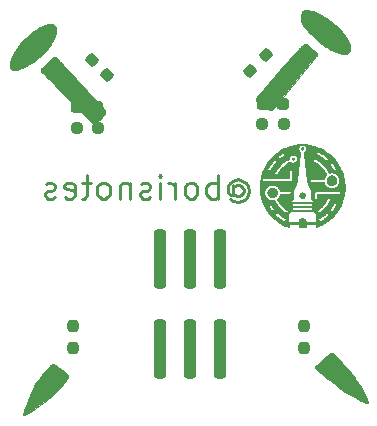
<source format=gbr>
%TF.GenerationSoftware,KiCad,Pcbnew,9.0.6*%
%TF.CreationDate,2025-12-03T22:20:56+01:00*%
%TF.ProjectId,knit_yarn_SAO,6b6e6974-5f79-4617-926e-5f53414f2e6b,rev?*%
%TF.SameCoordinates,Original*%
%TF.FileFunction,Soldermask,Bot*%
%TF.FilePolarity,Negative*%
%FSLAX46Y46*%
G04 Gerber Fmt 4.6, Leading zero omitted, Abs format (unit mm)*
G04 Created by KiCad (PCBNEW 9.0.6) date 2025-12-03 22:20:56*
%MOMM*%
%LPD*%
G01*
G04 APERTURE LIST*
G04 Aperture macros list*
%AMRoundRect*
0 Rectangle with rounded corners*
0 $1 Rounding radius*
0 $2 $3 $4 $5 $6 $7 $8 $9 X,Y pos of 4 corners*
0 Add a 4 corners polygon primitive as box body*
4,1,4,$2,$3,$4,$5,$6,$7,$8,$9,$2,$3,0*
0 Add four circle primitives for the rounded corners*
1,1,$1+$1,$2,$3*
1,1,$1+$1,$4,$5*
1,1,$1+$1,$6,$7*
1,1,$1+$1,$8,$9*
0 Add four rect primitives between the rounded corners*
20,1,$1+$1,$2,$3,$4,$5,0*
20,1,$1+$1,$4,$5,$6,$7,0*
20,1,$1+$1,$6,$7,$8,$9,0*
20,1,$1+$1,$8,$9,$2,$3,0*%
G04 Aperture macros list end*
%ADD10C,0.000000*%
%ADD11C,0.100000*%
%ADD12C,0.250000*%
%ADD13RoundRect,0.250000X-0.260000X2.250000X-0.260000X-2.250000X0.260000X-2.250000X0.260000X2.250000X0*%
%ADD14RoundRect,0.237500X0.344715X-0.008839X-0.008839X0.344715X-0.344715X0.008839X0.008839X-0.344715X0*%
%ADD15RoundRect,0.237500X0.287500X0.237500X-0.287500X0.237500X-0.287500X-0.237500X0.287500X-0.237500X0*%
%ADD16RoundRect,0.237500X0.250000X0.237500X-0.250000X0.237500X-0.250000X-0.237500X0.250000X-0.237500X0*%
%ADD17RoundRect,0.237500X-0.035355X-0.371231X0.371231X0.035355X0.035355X0.371231X-0.371231X-0.035355X0*%
%ADD18RoundRect,0.237500X-0.008839X-0.344715X0.344715X0.008839X0.008839X0.344715X-0.344715X-0.008839X0*%
%ADD19RoundRect,0.237500X0.371231X-0.035355X-0.035355X0.371231X-0.371231X0.035355X0.035355X-0.371231X0*%
%ADD20RoundRect,0.237500X-0.237500X0.250000X-0.237500X-0.250000X0.237500X-0.250000X0.237500X0.250000X0*%
%ADD21RoundRect,0.237500X-0.250000X-0.237500X0.250000X-0.237500X0.250000X0.237500X-0.250000X0.237500X0*%
%ADD22RoundRect,0.237500X-0.287500X-0.237500X0.287500X-0.237500X0.287500X0.237500X-0.287500X0.237500X0*%
G04 APERTURE END LIST*
D10*
G36*
X109878735Y-83930833D02*
G01*
X109886312Y-83931411D01*
X109893780Y-83932361D01*
X109901129Y-83933676D01*
X109908350Y-83935345D01*
X109915433Y-83937359D01*
X109922369Y-83939709D01*
X109929149Y-83942385D01*
X109935763Y-83945378D01*
X109942201Y-83948679D01*
X109948454Y-83952277D01*
X109954513Y-83956164D01*
X109960369Y-83960330D01*
X109966011Y-83964765D01*
X109971431Y-83969461D01*
X109976619Y-83974407D01*
X109981566Y-83979595D01*
X109986262Y-83985015D01*
X109990697Y-83990658D01*
X109994863Y-83996513D01*
X109998750Y-84002572D01*
X110002348Y-84008826D01*
X110005648Y-84015264D01*
X110008641Y-84021878D01*
X110011317Y-84028657D01*
X110013667Y-84035594D01*
X110015682Y-84042677D01*
X110017351Y-84049898D01*
X110018665Y-84057247D01*
X110019616Y-84064715D01*
X110020193Y-84072292D01*
X110020388Y-84079970D01*
X110020193Y-84087647D01*
X110019616Y-84095224D01*
X110018665Y-84102692D01*
X110017351Y-84110041D01*
X110015682Y-84117262D01*
X110013667Y-84124346D01*
X110011317Y-84131282D01*
X110008641Y-84138061D01*
X110005648Y-84144675D01*
X110002348Y-84151113D01*
X109998750Y-84157367D01*
X109994863Y-84163426D01*
X109990697Y-84169281D01*
X109986262Y-84174924D01*
X109981566Y-84180344D01*
X109976619Y-84185532D01*
X109971431Y-84190478D01*
X109966011Y-84195174D01*
X109960369Y-84199610D01*
X109954513Y-84203775D01*
X109948454Y-84207662D01*
X109942201Y-84211260D01*
X109935763Y-84214561D01*
X109929149Y-84217554D01*
X109922369Y-84220230D01*
X109915433Y-84222580D01*
X109908350Y-84224594D01*
X109901129Y-84226263D01*
X109893780Y-84227578D01*
X109886312Y-84228529D01*
X109878735Y-84229106D01*
X109871057Y-84229300D01*
X109863385Y-84229106D01*
X109855812Y-84228529D01*
X109848348Y-84227578D01*
X109841003Y-84226263D01*
X109833785Y-84224594D01*
X109826706Y-84222580D01*
X109819773Y-84220230D01*
X109812996Y-84217554D01*
X109806385Y-84214561D01*
X109799949Y-84211260D01*
X109793698Y-84207662D01*
X109787641Y-84203775D01*
X109781787Y-84199610D01*
X109776146Y-84195174D01*
X109770728Y-84190478D01*
X109765541Y-84185532D01*
X109760596Y-84180344D01*
X109755901Y-84174924D01*
X109751467Y-84169281D01*
X109747301Y-84163426D01*
X109743415Y-84157367D01*
X109739818Y-84151113D01*
X109736518Y-84144675D01*
X109733525Y-84138061D01*
X109730849Y-84131282D01*
X109728500Y-84124346D01*
X109726485Y-84117262D01*
X109724816Y-84110041D01*
X109723502Y-84102692D01*
X109722551Y-84095224D01*
X109721974Y-84087647D01*
X109721779Y-84079970D01*
X109721974Y-84072292D01*
X109722551Y-84064715D01*
X109723502Y-84057247D01*
X109724816Y-84049898D01*
X109726485Y-84042677D01*
X109728500Y-84035594D01*
X109730849Y-84028657D01*
X109733525Y-84021878D01*
X109736518Y-84015264D01*
X109739818Y-84008826D01*
X109743415Y-84002572D01*
X109747301Y-83996513D01*
X109751467Y-83990658D01*
X109755901Y-83985015D01*
X109760596Y-83979595D01*
X109765541Y-83974407D01*
X109770728Y-83969461D01*
X109776146Y-83964765D01*
X109781787Y-83960330D01*
X109787641Y-83956164D01*
X109793698Y-83952277D01*
X109799949Y-83948679D01*
X109806385Y-83945378D01*
X109812996Y-83942385D01*
X109819773Y-83939709D01*
X109826706Y-83937359D01*
X109833785Y-83935345D01*
X109841003Y-83933676D01*
X109848348Y-83932361D01*
X109855812Y-83931411D01*
X109863385Y-83930833D01*
X109871057Y-83930639D01*
X109878735Y-83930833D01*
G37*
G36*
X112382230Y-86332865D02*
G01*
X112405080Y-86334608D01*
X112427602Y-86337478D01*
X112449766Y-86341446D01*
X112471544Y-86346485D01*
X112492908Y-86352564D01*
X112513829Y-86359657D01*
X112534278Y-86367734D01*
X112554228Y-86376767D01*
X112573649Y-86386728D01*
X112592513Y-86397587D01*
X112610792Y-86409316D01*
X112628457Y-86421887D01*
X112645480Y-86435271D01*
X112661832Y-86449439D01*
X112677485Y-86464364D01*
X112692409Y-86480017D01*
X112706577Y-86496368D01*
X112719961Y-86513390D01*
X112732531Y-86531054D01*
X112744259Y-86549331D01*
X112755117Y-86568193D01*
X112765076Y-86587611D01*
X112774108Y-86607558D01*
X112782184Y-86628003D01*
X112789275Y-86648919D01*
X112795354Y-86670278D01*
X112800391Y-86692050D01*
X112804359Y-86714207D01*
X112807228Y-86736721D01*
X112808971Y-86759563D01*
X112809558Y-86782704D01*
X112808971Y-86805855D01*
X112807228Y-86828706D01*
X112804359Y-86851227D01*
X112800391Y-86873391D01*
X112795354Y-86895170D01*
X112789275Y-86916533D01*
X112782184Y-86937454D01*
X112774108Y-86957904D01*
X112765076Y-86977853D01*
X112755117Y-86997275D01*
X112744259Y-87016139D01*
X112732531Y-87034418D01*
X112719961Y-87052083D01*
X112706577Y-87069106D01*
X112692409Y-87085458D01*
X112677485Y-87101110D01*
X112661832Y-87116035D01*
X112645480Y-87130203D01*
X112628457Y-87143587D01*
X112610792Y-87156157D01*
X112592513Y-87167885D01*
X112573649Y-87178743D01*
X112554228Y-87188702D01*
X112534278Y-87197734D01*
X112513829Y-87205810D01*
X112492908Y-87212901D01*
X112471544Y-87218980D01*
X112449766Y-87224017D01*
X112427602Y-87227985D01*
X112405080Y-87230854D01*
X112382230Y-87232597D01*
X112359079Y-87233184D01*
X112335928Y-87232597D01*
X112313077Y-87230854D01*
X112290555Y-87227985D01*
X112268389Y-87224017D01*
X112246610Y-87218980D01*
X112225245Y-87212901D01*
X112204322Y-87205810D01*
X112183871Y-87197734D01*
X112163919Y-87188702D01*
X112144496Y-87178743D01*
X112125629Y-87167885D01*
X112107348Y-87156157D01*
X112089681Y-87143587D01*
X112072655Y-87130203D01*
X112056301Y-87116035D01*
X112040646Y-87101110D01*
X112025719Y-87085458D01*
X112011548Y-87069106D01*
X111998162Y-87052083D01*
X111985590Y-87034418D01*
X111973859Y-87016139D01*
X111962999Y-86997275D01*
X111953038Y-86977853D01*
X111944004Y-86957904D01*
X111935927Y-86937454D01*
X111928834Y-86916533D01*
X111922753Y-86895170D01*
X111917715Y-86873391D01*
X111913746Y-86851227D01*
X111910876Y-86828706D01*
X111909133Y-86805855D01*
X111908546Y-86782704D01*
X111909133Y-86759563D01*
X111910876Y-86736721D01*
X111913746Y-86714207D01*
X111917715Y-86692050D01*
X111922753Y-86670278D01*
X111928834Y-86648919D01*
X111935927Y-86628003D01*
X111944004Y-86607558D01*
X111953038Y-86587611D01*
X111962999Y-86568193D01*
X111973859Y-86549331D01*
X111985590Y-86531054D01*
X111998162Y-86513390D01*
X112011548Y-86496368D01*
X112025719Y-86480017D01*
X112040646Y-86464364D01*
X112056301Y-86449439D01*
X112072655Y-86435271D01*
X112089681Y-86421887D01*
X112107348Y-86409316D01*
X112125629Y-86397587D01*
X112144496Y-86386728D01*
X112163919Y-86376767D01*
X112183871Y-86367734D01*
X112204322Y-86359657D01*
X112225245Y-86352564D01*
X112246610Y-86346485D01*
X112268389Y-86341446D01*
X112290555Y-86337478D01*
X112313077Y-86334608D01*
X112335928Y-86332865D01*
X112359079Y-86332278D01*
X112382230Y-86332865D01*
G37*
G36*
X107366123Y-87360633D02*
G01*
X107388973Y-87362376D01*
X107411495Y-87365245D01*
X107433659Y-87369213D01*
X107455437Y-87374250D01*
X107476801Y-87380329D01*
X107497722Y-87387420D01*
X107518172Y-87395496D01*
X107538121Y-87404528D01*
X107557543Y-87414487D01*
X107576407Y-87425345D01*
X107594686Y-87437073D01*
X107612351Y-87449643D01*
X107629374Y-87463027D01*
X107645726Y-87477195D01*
X107661378Y-87492119D01*
X107676303Y-87507772D01*
X107690471Y-87524124D01*
X107703855Y-87541147D01*
X107716425Y-87558812D01*
X107728153Y-87577091D01*
X107739011Y-87595955D01*
X107748970Y-87615376D01*
X107758002Y-87635326D01*
X107766077Y-87655776D01*
X107773169Y-87676696D01*
X107779248Y-87698060D01*
X107784285Y-87719839D01*
X107788253Y-87742003D01*
X107791122Y-87764524D01*
X107792864Y-87787375D01*
X107793452Y-87810526D01*
X107792864Y-87833677D01*
X107791122Y-87856527D01*
X107788253Y-87879049D01*
X107784285Y-87901213D01*
X107779248Y-87922991D01*
X107773169Y-87944355D01*
X107766077Y-87965276D01*
X107758002Y-87985725D01*
X107748970Y-88005675D01*
X107739011Y-88025096D01*
X107728153Y-88043960D01*
X107716425Y-88062239D01*
X107703855Y-88079905D01*
X107690471Y-88096927D01*
X107676303Y-88113279D01*
X107661378Y-88128932D01*
X107645726Y-88143856D01*
X107629374Y-88158025D01*
X107612351Y-88171408D01*
X107594686Y-88183978D01*
X107576407Y-88195706D01*
X107557543Y-88206564D01*
X107538121Y-88216523D01*
X107518172Y-88225555D01*
X107497722Y-88233631D01*
X107476801Y-88240722D01*
X107455437Y-88246801D01*
X107433659Y-88251838D01*
X107411495Y-88255806D01*
X107388973Y-88258675D01*
X107366123Y-88260418D01*
X107342972Y-88261005D01*
X107319826Y-88260418D01*
X107296980Y-88258675D01*
X107274463Y-88255806D01*
X107252302Y-88251838D01*
X107230528Y-88246801D01*
X107209167Y-88240722D01*
X107188250Y-88233631D01*
X107167803Y-88225555D01*
X107147856Y-88216523D01*
X107128437Y-88206564D01*
X107109575Y-88195706D01*
X107091298Y-88183978D01*
X107073635Y-88171408D01*
X107056614Y-88158025D01*
X107040263Y-88143856D01*
X107024612Y-88128932D01*
X107009689Y-88113279D01*
X106995521Y-88096927D01*
X106982139Y-88079905D01*
X106969570Y-88062239D01*
X106957842Y-88043960D01*
X106946985Y-88025096D01*
X106937026Y-88005675D01*
X106927995Y-87985725D01*
X106919919Y-87965276D01*
X106912828Y-87944355D01*
X106906749Y-87922991D01*
X106901712Y-87901213D01*
X106897744Y-87879049D01*
X106894875Y-87856527D01*
X106893133Y-87833677D01*
X106892545Y-87810526D01*
X106893133Y-87787375D01*
X106894875Y-87764524D01*
X106897744Y-87742003D01*
X106901712Y-87719839D01*
X106906749Y-87698060D01*
X106912828Y-87676696D01*
X106919919Y-87655776D01*
X106927995Y-87635326D01*
X106937026Y-87615376D01*
X106946985Y-87595955D01*
X106957842Y-87577091D01*
X106969570Y-87558812D01*
X106982139Y-87541147D01*
X106995521Y-87524124D01*
X107009689Y-87507772D01*
X107024612Y-87492119D01*
X107040263Y-87477195D01*
X107056614Y-87463027D01*
X107073635Y-87449643D01*
X107091298Y-87437073D01*
X107109575Y-87425345D01*
X107128437Y-87414487D01*
X107147856Y-87404528D01*
X107167803Y-87395496D01*
X107188250Y-87387420D01*
X107209167Y-87380329D01*
X107230528Y-87374250D01*
X107252302Y-87369213D01*
X107274463Y-87365245D01*
X107296980Y-87362376D01*
X107319826Y-87360633D01*
X107342972Y-87360046D01*
X107366123Y-87360633D01*
G37*
G36*
X110070487Y-83692533D02*
G01*
X110255282Y-83706585D01*
X110437391Y-83729726D01*
X110616585Y-83761726D01*
X110792635Y-83802358D01*
X110965312Y-83851392D01*
X111134389Y-83908601D01*
X111299635Y-83973755D01*
X111460823Y-84046625D01*
X111617723Y-84126984D01*
X111770108Y-84214603D01*
X111917748Y-84309252D01*
X112060416Y-84410704D01*
X112197881Y-84518729D01*
X112329916Y-84633100D01*
X112456292Y-84753587D01*
X112576781Y-84879962D01*
X112691153Y-85011996D01*
X112799180Y-85149460D01*
X112900633Y-85292127D01*
X112995284Y-85439767D01*
X113082904Y-85592152D01*
X113163265Y-85749053D01*
X113236137Y-85910242D01*
X113301292Y-86075489D01*
X113358502Y-86244567D01*
X113407538Y-86417246D01*
X113448170Y-86593299D01*
X113480172Y-86772495D01*
X113503313Y-86954608D01*
X113517365Y-87139408D01*
X113522100Y-87326666D01*
X113518977Y-87478808D01*
X113509689Y-87629358D01*
X113494358Y-87778195D01*
X113473107Y-87925197D01*
X113446058Y-88070242D01*
X113413333Y-88213207D01*
X113375054Y-88353970D01*
X113331344Y-88492410D01*
X113282324Y-88628403D01*
X113228117Y-88761827D01*
X113168846Y-88892562D01*
X113104632Y-89020484D01*
X113035597Y-89145470D01*
X112961864Y-89267400D01*
X112883556Y-89386151D01*
X112800793Y-89501600D01*
X112713699Y-89613626D01*
X112622396Y-89722106D01*
X112527005Y-89826919D01*
X112427650Y-89927941D01*
X112324452Y-90025051D01*
X112217534Y-90118127D01*
X112107017Y-90207046D01*
X111993025Y-90291686D01*
X111875679Y-90371926D01*
X111755101Y-90447642D01*
X111631414Y-90518714D01*
X111504740Y-90585017D01*
X111375201Y-90646432D01*
X111242919Y-90702834D01*
X111108017Y-90754103D01*
X110970617Y-90800115D01*
X110970617Y-90513625D01*
X110212903Y-90513625D01*
X110212903Y-90775139D01*
X109528850Y-90775139D01*
X109528850Y-90513625D01*
X108771136Y-90513625D01*
X108771136Y-90791808D01*
X108501230Y-90693246D01*
X108241767Y-90574473D01*
X107993708Y-90436448D01*
X107758014Y-90280130D01*
X107751950Y-90275394D01*
X108638528Y-90275394D01*
X108720073Y-90275394D01*
X109528850Y-90275394D01*
X109529295Y-90257792D01*
X109530616Y-90240421D01*
X109532791Y-90223304D01*
X109535799Y-90206460D01*
X109539619Y-90189913D01*
X109544228Y-90173682D01*
X109549605Y-90157790D01*
X109555729Y-90142259D01*
X109562579Y-90127109D01*
X109570132Y-90112363D01*
X109578368Y-90098041D01*
X109587264Y-90084165D01*
X109596800Y-90070756D01*
X109606954Y-90057837D01*
X109617703Y-90045428D01*
X109629028Y-90033552D01*
X109640906Y-90022228D01*
X109653316Y-90011480D01*
X109666236Y-90001328D01*
X109679645Y-89991794D01*
X109693521Y-89982899D01*
X109707843Y-89974665D01*
X109722589Y-89967113D01*
X109737738Y-89960265D01*
X109753268Y-89954143D01*
X109769158Y-89948767D01*
X109785387Y-89944159D01*
X109801932Y-89940341D01*
X109818772Y-89937334D01*
X109835887Y-89935159D01*
X109853253Y-89933839D01*
X109870851Y-89933394D01*
X109888453Y-89933839D01*
X109905824Y-89935159D01*
X109922942Y-89937334D01*
X109939787Y-89940341D01*
X109956336Y-89944159D01*
X109972568Y-89948767D01*
X109988461Y-89954143D01*
X110003994Y-89960265D01*
X110019146Y-89967113D01*
X110033894Y-89974665D01*
X110048219Y-89982899D01*
X110062097Y-89991794D01*
X110075507Y-90001328D01*
X110088429Y-90011480D01*
X110100840Y-90022228D01*
X110112720Y-90033552D01*
X110124045Y-90045428D01*
X110134796Y-90057837D01*
X110144951Y-90070756D01*
X110154487Y-90084165D01*
X110163384Y-90098041D01*
X110171620Y-90112363D01*
X110179174Y-90127109D01*
X110186024Y-90142259D01*
X110192148Y-90157790D01*
X110197526Y-90173682D01*
X110202135Y-90189913D01*
X110205955Y-90206460D01*
X110208963Y-90223304D01*
X110211138Y-90240421D01*
X110212459Y-90257792D01*
X110212904Y-90275394D01*
X111021630Y-90275394D01*
X111103227Y-90275394D01*
X111021630Y-90149347D01*
X111021630Y-90081331D01*
X111290569Y-90081331D01*
X111290716Y-90085518D01*
X111291067Y-90089707D01*
X111291625Y-90093892D01*
X111292392Y-90098063D01*
X111293370Y-90102215D01*
X111294562Y-90106339D01*
X111295970Y-90110428D01*
X111297594Y-90114475D01*
X111299439Y-90118472D01*
X111301505Y-90122412D01*
X111304637Y-90127585D01*
X111308069Y-90132463D01*
X111311780Y-90137042D01*
X111315754Y-90141315D01*
X111319971Y-90145278D01*
X111324413Y-90148924D01*
X111329061Y-90152249D01*
X111333897Y-90155247D01*
X111338902Y-90157913D01*
X111344058Y-90160241D01*
X111349347Y-90162225D01*
X111354749Y-90163861D01*
X111360246Y-90165143D01*
X111365820Y-90166065D01*
X111371452Y-90166623D01*
X111377123Y-90166810D01*
X111379795Y-90166768D01*
X111382473Y-90166643D01*
X111385153Y-90166434D01*
X111387833Y-90166140D01*
X111390511Y-90165761D01*
X111393185Y-90165297D01*
X111395851Y-90164747D01*
X111398508Y-90164111D01*
X111401154Y-90163388D01*
X111403785Y-90162577D01*
X111406399Y-90161679D01*
X111408995Y-90160693D01*
X111411569Y-90159618D01*
X111414119Y-90158454D01*
X111416643Y-90157200D01*
X111419139Y-90155856D01*
X111495748Y-90111703D01*
X111571148Y-90065436D01*
X111645277Y-90017098D01*
X111718072Y-89966732D01*
X111789470Y-89914381D01*
X111859410Y-89860089D01*
X111927827Y-89803900D01*
X111994661Y-89745857D01*
X111997904Y-89742805D01*
X112000956Y-89739627D01*
X112003817Y-89736331D01*
X112006486Y-89732924D01*
X112008962Y-89729414D01*
X112011246Y-89725809D01*
X112013336Y-89722116D01*
X112015233Y-89718343D01*
X112016936Y-89714498D01*
X112018444Y-89710588D01*
X112019758Y-89706621D01*
X112020876Y-89702605D01*
X112021798Y-89698547D01*
X112022525Y-89694456D01*
X112023055Y-89690337D01*
X112023388Y-89686201D01*
X112023523Y-89682053D01*
X112023461Y-89677902D01*
X112023201Y-89673755D01*
X112022742Y-89669620D01*
X112022084Y-89665505D01*
X112021227Y-89661417D01*
X112020170Y-89657364D01*
X112018912Y-89653353D01*
X112017454Y-89649393D01*
X112015795Y-89645491D01*
X112013934Y-89641655D01*
X112011871Y-89637892D01*
X112009606Y-89634210D01*
X112007139Y-89630616D01*
X112004468Y-89627119D01*
X112001593Y-89623726D01*
X111998541Y-89620478D01*
X111995363Y-89617422D01*
X111992068Y-89614557D01*
X111988662Y-89611886D01*
X111985153Y-89609407D01*
X111981549Y-89607121D01*
X111977858Y-89605029D01*
X111974086Y-89603131D01*
X111970243Y-89601428D01*
X111966334Y-89599919D01*
X111962369Y-89598605D01*
X111958355Y-89597487D01*
X111954298Y-89596565D01*
X111950208Y-89595840D01*
X111946091Y-89595311D01*
X111941956Y-89594979D01*
X111937809Y-89594844D01*
X111933659Y-89594908D01*
X111929513Y-89595170D01*
X111925378Y-89595630D01*
X111921263Y-89596290D01*
X111917175Y-89597149D01*
X111913122Y-89598208D01*
X111909111Y-89599467D01*
X111905150Y-89600926D01*
X111901246Y-89602587D01*
X111897408Y-89604449D01*
X111893642Y-89606513D01*
X111889957Y-89608779D01*
X111886360Y-89611247D01*
X111882859Y-89613919D01*
X111879461Y-89616794D01*
X111816224Y-89671747D01*
X111751489Y-89724937D01*
X111685315Y-89776324D01*
X111617762Y-89825867D01*
X111548889Y-89873525D01*
X111478756Y-89919257D01*
X111407423Y-89963022D01*
X111334948Y-90004779D01*
X111331118Y-90007042D01*
X111327446Y-90009470D01*
X111323935Y-90012056D01*
X111320587Y-90014793D01*
X111317403Y-90017672D01*
X111314387Y-90020688D01*
X111311540Y-90023831D01*
X111308865Y-90027095D01*
X111306363Y-90030473D01*
X111304036Y-90033957D01*
X111301887Y-90037539D01*
X111299917Y-90041213D01*
X111298130Y-90044970D01*
X111296526Y-90048804D01*
X111295108Y-90052706D01*
X111293879Y-90056670D01*
X111292839Y-90060688D01*
X111291992Y-90064753D01*
X111291340Y-90068857D01*
X111290884Y-90072993D01*
X111290626Y-90077154D01*
X111290569Y-90081331D01*
X111021630Y-90081331D01*
X111021630Y-89644151D01*
X110825150Y-89417721D01*
X110004307Y-89417721D01*
X109737395Y-89417721D01*
X108916604Y-89417721D01*
X108720073Y-89644151D01*
X108720073Y-90149347D01*
X108638528Y-90275394D01*
X107751950Y-90275394D01*
X107535649Y-90106478D01*
X107327573Y-89916453D01*
X107134749Y-89711012D01*
X107061033Y-89619229D01*
X107633790Y-89619229D01*
X107633846Y-89623381D01*
X107634100Y-89627526D01*
X107634551Y-89631656D01*
X107635199Y-89635763D01*
X107636044Y-89639839D01*
X107637085Y-89643877D01*
X107638323Y-89647870D01*
X107639756Y-89651808D01*
X107641385Y-89655686D01*
X107643210Y-89659494D01*
X107645229Y-89663226D01*
X107647443Y-89666873D01*
X107649851Y-89670428D01*
X107652453Y-89673884D01*
X107655249Y-89677232D01*
X107658239Y-89680464D01*
X107661422Y-89683574D01*
X107736918Y-89751496D01*
X107814451Y-89816996D01*
X107893950Y-89880025D01*
X107975343Y-89940531D01*
X108058560Y-89998465D01*
X108143528Y-90053777D01*
X108230177Y-90106416D01*
X108318435Y-90156332D01*
X108320917Y-90157628D01*
X108323421Y-90158838D01*
X108325945Y-90159961D01*
X108328487Y-90160999D01*
X108331045Y-90161952D01*
X108333619Y-90162820D01*
X108336204Y-90163603D01*
X108338802Y-90164302D01*
X108341408Y-90164918D01*
X108344022Y-90165450D01*
X108346641Y-90165899D01*
X108349265Y-90166266D01*
X108351891Y-90166551D01*
X108354517Y-90166753D01*
X108357141Y-90166875D01*
X108359763Y-90166915D01*
X108362632Y-90166867D01*
X108365493Y-90166724D01*
X108368343Y-90166487D01*
X108371180Y-90166156D01*
X108374002Y-90165732D01*
X108376806Y-90165216D01*
X108379591Y-90164609D01*
X108382353Y-90163910D01*
X108385090Y-90163122D01*
X108387800Y-90162244D01*
X108390480Y-90161278D01*
X108393129Y-90160223D01*
X108395744Y-90159082D01*
X108398322Y-90157854D01*
X108400862Y-90156540D01*
X108403360Y-90155141D01*
X108405814Y-90153658D01*
X108408223Y-90152091D01*
X108410583Y-90150441D01*
X108412893Y-90148709D01*
X108415150Y-90146896D01*
X108417351Y-90145002D01*
X108419495Y-90143028D01*
X108421579Y-90140974D01*
X108423600Y-90138842D01*
X108425556Y-90136632D01*
X108427446Y-90134345D01*
X108429266Y-90131982D01*
X108431014Y-90129542D01*
X108432688Y-90127028D01*
X108434285Y-90124439D01*
X108435804Y-90121777D01*
X108437826Y-90117814D01*
X108439626Y-90113796D01*
X108441207Y-90109731D01*
X108442571Y-90105626D01*
X108443720Y-90101489D01*
X108444656Y-90097327D01*
X108445381Y-90093148D01*
X108445897Y-90088958D01*
X108446207Y-90084765D01*
X108446312Y-90080577D01*
X108446215Y-90076401D01*
X108445918Y-90072244D01*
X108445422Y-90068114D01*
X108444731Y-90064017D01*
X108443846Y-90059962D01*
X108442769Y-90055955D01*
X108441503Y-90052005D01*
X108440049Y-90048117D01*
X108438409Y-90044301D01*
X108436587Y-90040562D01*
X108434583Y-90036909D01*
X108432401Y-90033348D01*
X108430041Y-90029888D01*
X108427507Y-90026535D01*
X108424800Y-90023297D01*
X108421923Y-90020181D01*
X108418877Y-90017194D01*
X108415665Y-90014344D01*
X108412289Y-90011639D01*
X108408751Y-90009085D01*
X108405052Y-90006690D01*
X108401197Y-90004462D01*
X108317636Y-89957197D01*
X108235595Y-89907350D01*
X108155142Y-89854970D01*
X108076348Y-89800104D01*
X107999283Y-89742799D01*
X107924017Y-89683104D01*
X107850620Y-89621066D01*
X107779162Y-89556733D01*
X107775821Y-89553798D01*
X107772374Y-89551063D01*
X107768827Y-89548528D01*
X107765189Y-89546194D01*
X107761465Y-89544060D01*
X107757666Y-89542125D01*
X107753797Y-89540391D01*
X107749867Y-89538856D01*
X107745882Y-89537520D01*
X107741852Y-89536383D01*
X107737783Y-89535444D01*
X107733683Y-89534705D01*
X107729559Y-89534163D01*
X107725420Y-89533820D01*
X107721272Y-89533675D01*
X107717124Y-89533728D01*
X107712982Y-89533978D01*
X107708855Y-89534425D01*
X107704751Y-89535069D01*
X107700676Y-89535911D01*
X107696639Y-89536949D01*
X107692646Y-89538183D01*
X107688707Y-89539614D01*
X107684827Y-89541240D01*
X107681015Y-89543063D01*
X107677279Y-89545081D01*
X107673626Y-89547294D01*
X107670063Y-89549702D01*
X107666599Y-89552306D01*
X107663240Y-89555104D01*
X107659995Y-89558097D01*
X107656871Y-89561284D01*
X107653927Y-89564625D01*
X107651184Y-89568073D01*
X107648643Y-89571622D01*
X107646304Y-89575264D01*
X107644166Y-89578990D01*
X107642229Y-89582793D01*
X107640492Y-89586666D01*
X107638957Y-89590601D01*
X107637621Y-89594590D01*
X107636484Y-89598626D01*
X107635548Y-89602700D01*
X107634810Y-89606805D01*
X107634272Y-89610933D01*
X107633931Y-89615077D01*
X107633790Y-89619229D01*
X107061033Y-89619229D01*
X106958139Y-89491116D01*
X106798703Y-89257724D01*
X106657405Y-89011794D01*
X106615072Y-88922586D01*
X107069559Y-88922586D01*
X107069627Y-88926763D01*
X107069897Y-88930943D01*
X107070372Y-88935120D01*
X107071054Y-88939286D01*
X107071945Y-88943433D01*
X107073046Y-88947554D01*
X107074359Y-88951641D01*
X107075887Y-88955687D01*
X107077630Y-88959685D01*
X107079592Y-88963627D01*
X107081773Y-88967506D01*
X107103985Y-89004128D01*
X107126749Y-89040553D01*
X107150044Y-89076751D01*
X107173848Y-89112696D01*
X107198138Y-89148358D01*
X107222892Y-89183709D01*
X107248087Y-89218719D01*
X107273702Y-89253362D01*
X107276999Y-89257483D01*
X107280494Y-89261351D01*
X107284172Y-89264966D01*
X107288022Y-89268324D01*
X107292031Y-89271424D01*
X107296186Y-89274265D01*
X107300474Y-89276844D01*
X107304883Y-89279159D01*
X107309399Y-89281209D01*
X107314011Y-89282991D01*
X107318706Y-89284504D01*
X107323470Y-89285747D01*
X107328291Y-89286716D01*
X107333156Y-89287411D01*
X107338054Y-89287829D01*
X107342970Y-89287969D01*
X107346355Y-89287903D01*
X107349743Y-89287705D01*
X107353127Y-89287375D01*
X107356504Y-89286910D01*
X107359868Y-89286312D01*
X107363216Y-89285578D01*
X107366543Y-89284709D01*
X107369844Y-89283703D01*
X107373115Y-89282560D01*
X107376351Y-89281280D01*
X107379547Y-89279861D01*
X107382699Y-89278303D01*
X107385802Y-89276605D01*
X107388853Y-89274767D01*
X107391845Y-89272787D01*
X107394775Y-89270665D01*
X107398267Y-89267903D01*
X107401580Y-89264998D01*
X107404712Y-89261959D01*
X107407662Y-89258793D01*
X107410429Y-89255508D01*
X107413013Y-89252111D01*
X107415411Y-89248610D01*
X107417623Y-89245013D01*
X107419649Y-89241327D01*
X107421486Y-89237560D01*
X107423133Y-89233720D01*
X107424591Y-89229813D01*
X107425857Y-89225848D01*
X107426930Y-89221833D01*
X107427811Y-89217775D01*
X107428496Y-89213681D01*
X107428986Y-89209560D01*
X107429279Y-89205418D01*
X107429374Y-89201264D01*
X107429271Y-89197105D01*
X107428968Y-89192949D01*
X107428463Y-89188803D01*
X107427757Y-89184675D01*
X107426847Y-89180573D01*
X107425734Y-89176504D01*
X107424415Y-89172476D01*
X107422890Y-89168496D01*
X107421157Y-89164573D01*
X107419216Y-89160713D01*
X107417065Y-89156925D01*
X107414704Y-89153215D01*
X107412132Y-89149593D01*
X107387839Y-89116781D01*
X107363951Y-89083613D01*
X107340489Y-89050118D01*
X107317477Y-89016328D01*
X107294935Y-88982273D01*
X107272888Y-88947982D01*
X107251356Y-88913487D01*
X107230363Y-88878818D01*
X107227983Y-88875060D01*
X107225444Y-88871465D01*
X107222752Y-88868036D01*
X107219915Y-88864775D01*
X107216940Y-88861684D01*
X107213835Y-88858763D01*
X107210607Y-88856016D01*
X107207264Y-88853444D01*
X107203813Y-88851048D01*
X107200261Y-88848830D01*
X107196616Y-88846793D01*
X107192885Y-88844938D01*
X107189077Y-88843267D01*
X107185197Y-88841782D01*
X107181254Y-88840484D01*
X107177255Y-88839375D01*
X107173207Y-88838458D01*
X107169118Y-88837733D01*
X107164996Y-88837204D01*
X107160848Y-88836870D01*
X107156680Y-88836736D01*
X107152502Y-88836801D01*
X107148319Y-88837069D01*
X107144140Y-88837540D01*
X107139972Y-88838217D01*
X107135822Y-88839102D01*
X107131698Y-88840196D01*
X107127607Y-88841500D01*
X107123557Y-88843018D01*
X107119554Y-88844751D01*
X107115608Y-88846700D01*
X107111724Y-88848867D01*
X107107961Y-88851251D01*
X107104361Y-88853795D01*
X107100927Y-88856491D01*
X107097660Y-88859332D01*
X107094563Y-88862311D01*
X107091636Y-88865419D01*
X107088883Y-88868650D01*
X107086305Y-88871996D01*
X107083904Y-88875449D01*
X107081681Y-88879003D01*
X107079639Y-88882650D01*
X107077779Y-88886382D01*
X107076104Y-88890192D01*
X107074614Y-88894072D01*
X107073313Y-88898016D01*
X107072202Y-88902015D01*
X107071282Y-88906063D01*
X107070556Y-88910151D01*
X107070026Y-88914272D01*
X107069693Y-88918420D01*
X107069559Y-88922586D01*
X106615072Y-88922586D01*
X106535207Y-88754288D01*
X106433069Y-88486163D01*
X106351954Y-88208378D01*
X106292824Y-87921895D01*
X106276814Y-87810536D01*
X106719505Y-87810536D01*
X106720318Y-87842568D01*
X106722730Y-87874186D01*
X106726703Y-87905349D01*
X106732195Y-87936019D01*
X106739169Y-87966155D01*
X106747585Y-87995719D01*
X106757402Y-88024671D01*
X106768582Y-88052971D01*
X106781085Y-88080580D01*
X106794871Y-88107458D01*
X106809902Y-88133566D01*
X106826137Y-88158865D01*
X106843537Y-88183314D01*
X106862062Y-88206875D01*
X106881674Y-88229508D01*
X106902332Y-88251173D01*
X106923997Y-88271832D01*
X106946630Y-88291443D01*
X106970191Y-88309969D01*
X106994641Y-88327369D01*
X107019939Y-88343604D01*
X107046048Y-88358634D01*
X107072926Y-88372421D01*
X107100535Y-88384923D01*
X107128835Y-88396103D01*
X107157787Y-88405921D01*
X107187350Y-88414336D01*
X107217487Y-88421310D01*
X107248156Y-88426803D01*
X107279320Y-88430775D01*
X107310937Y-88433187D01*
X107342969Y-88434000D01*
X107356544Y-88433848D01*
X107370043Y-88433394D01*
X107383463Y-88432643D01*
X107396803Y-88431600D01*
X107410059Y-88430270D01*
X107423231Y-88428656D01*
X107436316Y-88426765D01*
X107449312Y-88424601D01*
X107462216Y-88422168D01*
X107475028Y-88419471D01*
X107487744Y-88416516D01*
X107500362Y-88413306D01*
X107525298Y-88406142D01*
X107549820Y-88398017D01*
X107588890Y-88477419D01*
X107630529Y-88555251D01*
X107674698Y-88631459D01*
X107721358Y-88705989D01*
X107770468Y-88778787D01*
X107821991Y-88849798D01*
X107875887Y-88918969D01*
X107932116Y-88986245D01*
X107990640Y-89051572D01*
X108051419Y-89114895D01*
X108114414Y-89176162D01*
X108179586Y-89235316D01*
X108246895Y-89292305D01*
X108316303Y-89347074D01*
X108387770Y-89399569D01*
X108461257Y-89449736D01*
X108464026Y-89451483D01*
X108466836Y-89453112D01*
X108469683Y-89454625D01*
X108472565Y-89456023D01*
X108475478Y-89457304D01*
X108478419Y-89458472D01*
X108481386Y-89459525D01*
X108484375Y-89460464D01*
X108487383Y-89461291D01*
X108490407Y-89462005D01*
X108493444Y-89462608D01*
X108496492Y-89463100D01*
X108499547Y-89463481D01*
X108502605Y-89463753D01*
X108505665Y-89463916D01*
X108508723Y-89463970D01*
X108513983Y-89463809D01*
X108519215Y-89463329D01*
X108524405Y-89462534D01*
X108529537Y-89461426D01*
X108534596Y-89460008D01*
X108539567Y-89458286D01*
X108544435Y-89456260D01*
X108549184Y-89453936D01*
X108553801Y-89451315D01*
X108558269Y-89448402D01*
X108562573Y-89445200D01*
X108566699Y-89441713D01*
X108570631Y-89437943D01*
X108574354Y-89433893D01*
X108577853Y-89429568D01*
X108579514Y-89427303D01*
X108581113Y-89424971D01*
X108583460Y-89421191D01*
X108585590Y-89417339D01*
X108587504Y-89413421D01*
X108589204Y-89409446D01*
X108590692Y-89405420D01*
X108591969Y-89401352D01*
X108593037Y-89397249D01*
X108593897Y-89393117D01*
X108594551Y-89388966D01*
X108595000Y-89384801D01*
X108595247Y-89380632D01*
X108595272Y-89378261D01*
X111169344Y-89378261D01*
X111169491Y-89382427D01*
X111169839Y-89386590D01*
X111170390Y-89390745D01*
X111171145Y-89394882D01*
X111172107Y-89398994D01*
X111173275Y-89403074D01*
X111174653Y-89407114D01*
X111176240Y-89411107D01*
X111178039Y-89415045D01*
X111180051Y-89418920D01*
X111182277Y-89422725D01*
X111184718Y-89426452D01*
X111187981Y-89430883D01*
X111191468Y-89435046D01*
X111195167Y-89438939D01*
X111199061Y-89442559D01*
X111203138Y-89445903D01*
X111207382Y-89448970D01*
X111211780Y-89451756D01*
X111216316Y-89454260D01*
X111220977Y-89456478D01*
X111225749Y-89458409D01*
X111230616Y-89460049D01*
X111235565Y-89461397D01*
X111240582Y-89462449D01*
X111245651Y-89463204D01*
X111250759Y-89463659D01*
X111255891Y-89463811D01*
X111259068Y-89463752D01*
X111262247Y-89463575D01*
X111265423Y-89463279D01*
X111268595Y-89462864D01*
X111271757Y-89462329D01*
X111274908Y-89461674D01*
X111278043Y-89460898D01*
X111281159Y-89460001D01*
X111284253Y-89458983D01*
X111287321Y-89457843D01*
X111290360Y-89456580D01*
X111293366Y-89455194D01*
X111296337Y-89453685D01*
X111299268Y-89452052D01*
X111302156Y-89450295D01*
X111304998Y-89448413D01*
X111373075Y-89399679D01*
X111439419Y-89348823D01*
X111503984Y-89295900D01*
X111566722Y-89240965D01*
X111576782Y-89231561D01*
X112264588Y-89231561D01*
X112264666Y-89235714D01*
X112264942Y-89239854D01*
X112265416Y-89243976D01*
X112266085Y-89248070D01*
X112266950Y-89252129D01*
X112268009Y-89256146D01*
X112269260Y-89260113D01*
X112270703Y-89264022D01*
X112272337Y-89267866D01*
X112274161Y-89271637D01*
X112276173Y-89275328D01*
X112278373Y-89278930D01*
X112280759Y-89282437D01*
X112283331Y-89285841D01*
X112286087Y-89289133D01*
X112289026Y-89292307D01*
X112292147Y-89295354D01*
X112295449Y-89298268D01*
X112298932Y-89301040D01*
X112301890Y-89303181D01*
X112304907Y-89305180D01*
X112307978Y-89307038D01*
X112311101Y-89308755D01*
X112314270Y-89310331D01*
X112317481Y-89311767D01*
X112320731Y-89313064D01*
X112324014Y-89314222D01*
X112327327Y-89315242D01*
X112330666Y-89316124D01*
X112334026Y-89316869D01*
X112337404Y-89317478D01*
X112340794Y-89317950D01*
X112344193Y-89318286D01*
X112347597Y-89318488D01*
X112351002Y-89318555D01*
X112355907Y-89318417D01*
X112360790Y-89318004D01*
X112365641Y-89317317D01*
X112370445Y-89316358D01*
X112375191Y-89315128D01*
X112379867Y-89313630D01*
X112384459Y-89311863D01*
X112388956Y-89309830D01*
X112393345Y-89307533D01*
X112397614Y-89304972D01*
X112401750Y-89302149D01*
X112405740Y-89299066D01*
X112409574Y-89295724D01*
X112413237Y-89292125D01*
X112416718Y-89288269D01*
X112420005Y-89284160D01*
X112456113Y-89235471D01*
X112491316Y-89186073D01*
X112525585Y-89136014D01*
X112558891Y-89085338D01*
X112591208Y-89034092D01*
X112622508Y-88982321D01*
X112652762Y-88930071D01*
X112681942Y-88877388D01*
X112681942Y-88877389D01*
X112683964Y-88873430D01*
X112685762Y-88869416D01*
X112687340Y-88865355D01*
X112688700Y-88861253D01*
X112689844Y-88857119D01*
X112690774Y-88852960D01*
X112691493Y-88848783D01*
X112692002Y-88844595D01*
X112692303Y-88840404D01*
X112692400Y-88836218D01*
X112692294Y-88832043D01*
X112691987Y-88827888D01*
X112691481Y-88823759D01*
X112690779Y-88819665D01*
X112689883Y-88815611D01*
X112688795Y-88811607D01*
X112687518Y-88807659D01*
X112686052Y-88803775D01*
X112684402Y-88799961D01*
X112682568Y-88796227D01*
X112680553Y-88792578D01*
X112678359Y-88789022D01*
X112675989Y-88785567D01*
X112673445Y-88782221D01*
X112670728Y-88778990D01*
X112667841Y-88775882D01*
X112664786Y-88772904D01*
X112661565Y-88770064D01*
X112658181Y-88767370D01*
X112654636Y-88764828D01*
X112650932Y-88762446D01*
X112647071Y-88760231D01*
X112643121Y-88758219D01*
X112639115Y-88756429D01*
X112635061Y-88754858D01*
X112630965Y-88753504D01*
X112626836Y-88752365D01*
X112622681Y-88751439D01*
X112618506Y-88750724D01*
X112614321Y-88750217D01*
X112610132Y-88749917D01*
X112605946Y-88749821D01*
X112601772Y-88749927D01*
X112597616Y-88750234D01*
X112593486Y-88750738D01*
X112589390Y-88751439D01*
X112585335Y-88752333D01*
X112581328Y-88753418D01*
X112577377Y-88754694D01*
X112573490Y-88756156D01*
X112569674Y-88757804D01*
X112565936Y-88759634D01*
X112562284Y-88761646D01*
X112558725Y-88763836D01*
X112555267Y-88766203D01*
X112551917Y-88768745D01*
X112548683Y-88771458D01*
X112545572Y-88774343D01*
X112542592Y-88777395D01*
X112539750Y-88780613D01*
X112537054Y-88783995D01*
X112534510Y-88787539D01*
X112532128Y-88791243D01*
X112529913Y-88795104D01*
X112502307Y-88844935D01*
X112473683Y-88894350D01*
X112444068Y-88943312D01*
X112413490Y-88991781D01*
X112381976Y-89039720D01*
X112349555Y-89087089D01*
X112316255Y-89133851D01*
X112282104Y-89179966D01*
X112279507Y-89183579D01*
X112277122Y-89187280D01*
X112274948Y-89191060D01*
X112272984Y-89194912D01*
X112271230Y-89198828D01*
X112269683Y-89202801D01*
X112268343Y-89206823D01*
X112267209Y-89210887D01*
X112266280Y-89214985D01*
X112265554Y-89219108D01*
X112265031Y-89223251D01*
X112264709Y-89227404D01*
X112264588Y-89231561D01*
X111576782Y-89231561D01*
X111627586Y-89184073D01*
X111686529Y-89125278D01*
X111743505Y-89064635D01*
X111798466Y-89002200D01*
X111851365Y-88938026D01*
X111902155Y-88872168D01*
X111950789Y-88804683D01*
X111997220Y-88735623D01*
X112041401Y-88665044D01*
X112083285Y-88593001D01*
X112122824Y-88519549D01*
X112159973Y-88444743D01*
X112161784Y-88440676D01*
X112163371Y-88436567D01*
X112164735Y-88432422D01*
X112165879Y-88428250D01*
X112166806Y-88424057D01*
X112167518Y-88419851D01*
X112168018Y-88415639D01*
X112168308Y-88411427D01*
X112168391Y-88407224D01*
X112168270Y-88403037D01*
X112167947Y-88398872D01*
X112167424Y-88394737D01*
X112166705Y-88390640D01*
X112165792Y-88386587D01*
X112164686Y-88382585D01*
X112163392Y-88378643D01*
X112161912Y-88374767D01*
X112160247Y-88370964D01*
X112158401Y-88367242D01*
X112156376Y-88363608D01*
X112154175Y-88360069D01*
X112151801Y-88356632D01*
X112149255Y-88353305D01*
X112146541Y-88350095D01*
X112143661Y-88347009D01*
X112140617Y-88344055D01*
X112137412Y-88341239D01*
X112134050Y-88338568D01*
X112130531Y-88336051D01*
X112126860Y-88333694D01*
X112123038Y-88331505D01*
X112119068Y-88329490D01*
X112115001Y-88327674D01*
X112110892Y-88326082D01*
X112106749Y-88324713D01*
X112102578Y-88323564D01*
X112098386Y-88322633D01*
X112094181Y-88321916D01*
X112089970Y-88321412D01*
X112085760Y-88321118D01*
X112081558Y-88321030D01*
X112077373Y-88321148D01*
X112073209Y-88321468D01*
X112069076Y-88321987D01*
X112064980Y-88322704D01*
X112060929Y-88323615D01*
X112056929Y-88324718D01*
X112052988Y-88326011D01*
X112049113Y-88327490D01*
X112045311Y-88329154D01*
X112041590Y-88331000D01*
X112037956Y-88333026D01*
X112034418Y-88335228D01*
X112030981Y-88337604D01*
X112027654Y-88340152D01*
X112024443Y-88342870D01*
X112021356Y-88345754D01*
X112018400Y-88348802D01*
X112015581Y-88352011D01*
X112012909Y-88355380D01*
X112010389Y-88358905D01*
X112008028Y-88362584D01*
X112005835Y-88366415D01*
X112003815Y-88370394D01*
X111969180Y-88440137D01*
X111932315Y-88508617D01*
X111893264Y-88575785D01*
X111852071Y-88641588D01*
X111808780Y-88705976D01*
X111763435Y-88768898D01*
X111716079Y-88830301D01*
X111666756Y-88890135D01*
X111615511Y-88948349D01*
X111562386Y-89004892D01*
X111507425Y-89059711D01*
X111450674Y-89112757D01*
X111392174Y-89163977D01*
X111331970Y-89213320D01*
X111270106Y-89260736D01*
X111206626Y-89306173D01*
X111203032Y-89308790D01*
X111199611Y-89311557D01*
X111196365Y-89314465D01*
X111193296Y-89317507D01*
X111190405Y-89320676D01*
X111187693Y-89323964D01*
X111185162Y-89327364D01*
X111182814Y-89330868D01*
X111180648Y-89334467D01*
X111178668Y-89338156D01*
X111176874Y-89341926D01*
X111175268Y-89345769D01*
X111173851Y-89349679D01*
X111172624Y-89353647D01*
X111171590Y-89357666D01*
X111170748Y-89361729D01*
X111170102Y-89365827D01*
X111169651Y-89369953D01*
X111169398Y-89374101D01*
X111169344Y-89378261D01*
X108595272Y-89378261D01*
X108595292Y-89376465D01*
X108595137Y-89372307D01*
X108594784Y-89368167D01*
X108594234Y-89364052D01*
X108593489Y-89359969D01*
X108592550Y-89355926D01*
X108591420Y-89351930D01*
X108590098Y-89347989D01*
X108588588Y-89344111D01*
X108586891Y-89340302D01*
X108585007Y-89336571D01*
X108582939Y-89332925D01*
X108580689Y-89329371D01*
X108578257Y-89325917D01*
X108575646Y-89322570D01*
X108572857Y-89319339D01*
X108569891Y-89316229D01*
X108566751Y-89313250D01*
X108563437Y-89310408D01*
X108559951Y-89307711D01*
X108556295Y-89305167D01*
X108506437Y-89271142D01*
X108487405Y-89258154D01*
X108420418Y-89208946D01*
X108355372Y-89157595D01*
X108292306Y-89104152D01*
X108268009Y-89082071D01*
X109074930Y-89082071D01*
X109074930Y-89271142D01*
X110666717Y-89271142D01*
X110666717Y-89082071D01*
X109074930Y-89082071D01*
X108268009Y-89082071D01*
X108231255Y-89048668D01*
X108172257Y-88991194D01*
X108119005Y-88935597D01*
X108115350Y-88931782D01*
X108060572Y-88870483D01*
X108007958Y-88807349D01*
X107960728Y-88746526D01*
X109074983Y-88746526D01*
X109074983Y-88935597D01*
X110666769Y-88935597D01*
X110666769Y-88746526D01*
X109074983Y-88746526D01*
X107960728Y-88746526D01*
X107957548Y-88742431D01*
X107909378Y-88675779D01*
X107863485Y-88607446D01*
X107858847Y-88600000D01*
X109000000Y-88600000D01*
X109661300Y-88600000D01*
X110080453Y-88600000D01*
X110741699Y-88600000D01*
X110614858Y-88352826D01*
X110614858Y-88268371D01*
X110958976Y-88268371D01*
X110959089Y-88272819D01*
X110959423Y-88277208D01*
X110959974Y-88281535D01*
X110960736Y-88285792D01*
X110961703Y-88289976D01*
X110962870Y-88294080D01*
X110964232Y-88298098D01*
X110965782Y-88302026D01*
X110967517Y-88305858D01*
X110969429Y-88309588D01*
X110971514Y-88313211D01*
X110973766Y-88316721D01*
X110976180Y-88320114D01*
X110978750Y-88323383D01*
X110981470Y-88326523D01*
X110984336Y-88329529D01*
X110987342Y-88332395D01*
X110990483Y-88335116D01*
X110993752Y-88337686D01*
X110997144Y-88340100D01*
X111000655Y-88342352D01*
X111004278Y-88344437D01*
X111008008Y-88346349D01*
X111011840Y-88348083D01*
X111015768Y-88349634D01*
X111019786Y-88350995D01*
X111023890Y-88352163D01*
X111028073Y-88353130D01*
X111032331Y-88353891D01*
X111036658Y-88354442D01*
X111041047Y-88354777D01*
X111045495Y-88354890D01*
X111049947Y-88354777D01*
X111054341Y-88354442D01*
X111058671Y-88353891D01*
X111062932Y-88353130D01*
X111067118Y-88352163D01*
X111071223Y-88350995D01*
X111075243Y-88349634D01*
X111079172Y-88348083D01*
X111083005Y-88346349D01*
X111086735Y-88344437D01*
X111090358Y-88342352D01*
X111093869Y-88340100D01*
X111097261Y-88337686D01*
X111100529Y-88335116D01*
X111103668Y-88332395D01*
X111106673Y-88329529D01*
X111109538Y-88326523D01*
X111112257Y-88323383D01*
X111114825Y-88320114D01*
X111117238Y-88316721D01*
X111119488Y-88313211D01*
X111121571Y-88309588D01*
X111123482Y-88305858D01*
X111125215Y-88302026D01*
X111126764Y-88298098D01*
X111128124Y-88294080D01*
X111129290Y-88289976D01*
X111130256Y-88285792D01*
X111131017Y-88281535D01*
X111131567Y-88277208D01*
X111131901Y-88272819D01*
X111132014Y-88268371D01*
X111132014Y-87912612D01*
X112989970Y-87912612D01*
X112994418Y-87912500D01*
X112998807Y-87912165D01*
X113003132Y-87911614D01*
X113007387Y-87910852D01*
X113011568Y-87909885D01*
X113015669Y-87908718D01*
X113019685Y-87907357D01*
X113023609Y-87905806D01*
X113027437Y-87904072D01*
X113031163Y-87902159D01*
X113034781Y-87900075D01*
X113038287Y-87897823D01*
X113041675Y-87895409D01*
X113044940Y-87892839D01*
X113048075Y-87890118D01*
X113051076Y-87887252D01*
X113053937Y-87884246D01*
X113056653Y-87881106D01*
X113059218Y-87877837D01*
X113061627Y-87874444D01*
X113063875Y-87870934D01*
X113065955Y-87867310D01*
X113067863Y-87863580D01*
X113069594Y-87859749D01*
X113071141Y-87855821D01*
X113072499Y-87851802D01*
X113073664Y-87847699D01*
X113074628Y-87843515D01*
X113075388Y-87839257D01*
X113075938Y-87834931D01*
X113076271Y-87830541D01*
X113076384Y-87826094D01*
X113076271Y-87821646D01*
X113075938Y-87817256D01*
X113075388Y-87812930D01*
X113074628Y-87808672D01*
X113073664Y-87804489D01*
X113072499Y-87800385D01*
X113071141Y-87796366D01*
X113069594Y-87792439D01*
X113067863Y-87788607D01*
X113065955Y-87784877D01*
X113063875Y-87781254D01*
X113061627Y-87777743D01*
X113059218Y-87774350D01*
X113056653Y-87771081D01*
X113053937Y-87767941D01*
X113051076Y-87764935D01*
X113048075Y-87762069D01*
X113044940Y-87759348D01*
X113041675Y-87756778D01*
X113038287Y-87754365D01*
X113034781Y-87752113D01*
X113031163Y-87750028D01*
X113027437Y-87748115D01*
X113023609Y-87746381D01*
X113019685Y-87744831D01*
X113015669Y-87743469D01*
X113011568Y-87742302D01*
X113007387Y-87741335D01*
X113003132Y-87740573D01*
X112998807Y-87740022D01*
X112994418Y-87739688D01*
X112989970Y-87739575D01*
X111045495Y-87739575D01*
X111041047Y-87739688D01*
X111036658Y-87740022D01*
X111032331Y-87740573D01*
X111028073Y-87741335D01*
X111023890Y-87742302D01*
X111019786Y-87743469D01*
X111015768Y-87744831D01*
X111011840Y-87746381D01*
X111008008Y-87748115D01*
X111004278Y-87750028D01*
X111000655Y-87752113D01*
X110997144Y-87754365D01*
X110993752Y-87756778D01*
X110990483Y-87759348D01*
X110987342Y-87762069D01*
X110984336Y-87764935D01*
X110981470Y-87767941D01*
X110978750Y-87771081D01*
X110976180Y-87774350D01*
X110973766Y-87777743D01*
X110971514Y-87781254D01*
X110969429Y-87784877D01*
X110967517Y-87788607D01*
X110965782Y-87792439D01*
X110964232Y-87796366D01*
X110962870Y-87800385D01*
X110961703Y-87804489D01*
X110960736Y-87808672D01*
X110959974Y-87812930D01*
X110959423Y-87817256D01*
X110959089Y-87821646D01*
X110958976Y-87826094D01*
X110958976Y-88268371D01*
X110614858Y-88268371D01*
X110614858Y-87826094D01*
X110614858Y-87611305D01*
X110314503Y-87112037D01*
X110237110Y-86782736D01*
X110603005Y-86782736D01*
X110603118Y-86787184D01*
X110603452Y-86791574D01*
X110604003Y-86795900D01*
X110604765Y-86800158D01*
X110605732Y-86804341D01*
X110606899Y-86808445D01*
X110608261Y-86812463D01*
X110609811Y-86816391D01*
X110611546Y-86820223D01*
X110613458Y-86823953D01*
X110615543Y-86827576D01*
X110617795Y-86831087D01*
X110620208Y-86834479D01*
X110622778Y-86837749D01*
X110625499Y-86840889D01*
X110628365Y-86843895D01*
X110631371Y-86846761D01*
X110634511Y-86849482D01*
X110637780Y-86852052D01*
X110641173Y-86854465D01*
X110644684Y-86856717D01*
X110648307Y-86858802D01*
X110652037Y-86860714D01*
X110655868Y-86862449D01*
X110659796Y-86863999D01*
X110663815Y-86865361D01*
X110667918Y-86866528D01*
X110672102Y-86867495D01*
X110676360Y-86868257D01*
X110680686Y-86868808D01*
X110685076Y-86869142D01*
X110689523Y-86869255D01*
X111742247Y-86869255D01*
X111746849Y-86897440D01*
X111752697Y-86925192D01*
X111759761Y-86952481D01*
X111768011Y-86979276D01*
X111777417Y-87005547D01*
X111787949Y-87031264D01*
X111799578Y-87056396D01*
X111812273Y-87080914D01*
X111826005Y-87104787D01*
X111840743Y-87127985D01*
X111856458Y-87150477D01*
X111873120Y-87172233D01*
X111890698Y-87193223D01*
X111909164Y-87213417D01*
X111928486Y-87232784D01*
X111948636Y-87251294D01*
X111969583Y-87268916D01*
X111991297Y-87285622D01*
X112013748Y-87301379D01*
X112036907Y-87316159D01*
X112060743Y-87329930D01*
X112085227Y-87342662D01*
X112110328Y-87354326D01*
X112136017Y-87364890D01*
X112162264Y-87374325D01*
X112189039Y-87382600D01*
X112216311Y-87389685D01*
X112244052Y-87395550D01*
X112272231Y-87400164D01*
X112300818Y-87403497D01*
X112329783Y-87405520D01*
X112359097Y-87406200D01*
X112391129Y-87405388D01*
X112422746Y-87402975D01*
X112453908Y-87399003D01*
X112484577Y-87393510D01*
X112514712Y-87386536D01*
X112544275Y-87378121D01*
X112573225Y-87368303D01*
X112601523Y-87357124D01*
X112629130Y-87344621D01*
X112656006Y-87330834D01*
X112682112Y-87315804D01*
X112707409Y-87299569D01*
X112731856Y-87282169D01*
X112755415Y-87263643D01*
X112778045Y-87244032D01*
X112799708Y-87223373D01*
X112820363Y-87201708D01*
X112839973Y-87179075D01*
X112858496Y-87155514D01*
X112875893Y-87131065D01*
X112892126Y-87105766D01*
X112907154Y-87079658D01*
X112920939Y-87052780D01*
X112933440Y-87025171D01*
X112944618Y-86996871D01*
X112954434Y-86967919D01*
X112962847Y-86938355D01*
X112969820Y-86908219D01*
X112975312Y-86877549D01*
X112979284Y-86846386D01*
X112981696Y-86814768D01*
X112982508Y-86782736D01*
X112981696Y-86750700D01*
X112979284Y-86719079D01*
X112975312Y-86687913D01*
X112969820Y-86657241D01*
X112962847Y-86627103D01*
X112954434Y-86597539D01*
X112944618Y-86568587D01*
X112933440Y-86540288D01*
X112920939Y-86512680D01*
X112907154Y-86485803D01*
X112892126Y-86459697D01*
X112875893Y-86434401D01*
X112858496Y-86409955D01*
X112839973Y-86386397D01*
X112820363Y-86363767D01*
X112799708Y-86342106D01*
X112778045Y-86321451D01*
X112755415Y-86301844D01*
X112731856Y-86283322D01*
X112707409Y-86265926D01*
X112682112Y-86249695D01*
X112656006Y-86234668D01*
X112629130Y-86220886D01*
X112601523Y-86208386D01*
X112573225Y-86197210D01*
X112544275Y-86187395D01*
X112514712Y-86178983D01*
X112484577Y-86172011D01*
X112453908Y-86166520D01*
X112422746Y-86162549D01*
X112391129Y-86160138D01*
X112359097Y-86159325D01*
X112345561Y-86159477D01*
X112332102Y-86159929D01*
X112318721Y-86160676D01*
X112305421Y-86161715D01*
X112292203Y-86163039D01*
X112279070Y-86164644D01*
X112266023Y-86166525D01*
X112253065Y-86168678D01*
X112240197Y-86171098D01*
X112227422Y-86173779D01*
X112214742Y-86176717D01*
X112202158Y-86179908D01*
X112177287Y-86187027D01*
X112152828Y-86195097D01*
X112104076Y-86099550D01*
X112051436Y-86006322D01*
X111995019Y-85915527D01*
X111934933Y-85827278D01*
X111871290Y-85741687D01*
X111804198Y-85658867D01*
X111733767Y-85578932D01*
X111660108Y-85501994D01*
X111583329Y-85428167D01*
X111576113Y-85421782D01*
X112264583Y-85421782D01*
X112264705Y-85425941D01*
X112265028Y-85430096D01*
X112265551Y-85434241D01*
X112266278Y-85438367D01*
X112267207Y-85442468D01*
X112268342Y-85446534D01*
X112269682Y-85450560D01*
X112271229Y-85454536D01*
X112272983Y-85458456D01*
X112274947Y-85462312D01*
X112277121Y-85466096D01*
X112279506Y-85469801D01*
X112282103Y-85473419D01*
X112316202Y-85519415D01*
X112349465Y-85566094D01*
X112381864Y-85613416D01*
X112413370Y-85661339D01*
X112443955Y-85709823D01*
X112473593Y-85758826D01*
X112502254Y-85808309D01*
X112529912Y-85858229D01*
X112533001Y-85863498D01*
X112536402Y-85868468D01*
X112540096Y-85873133D01*
X112544064Y-85877487D01*
X112548286Y-85881525D01*
X112552742Y-85885241D01*
X112557415Y-85888630D01*
X112562284Y-85891685D01*
X112567330Y-85894402D01*
X112572535Y-85896775D01*
X112577878Y-85898798D01*
X112583341Y-85900466D01*
X112588905Y-85901773D01*
X112594550Y-85902713D01*
X112600257Y-85903282D01*
X112606006Y-85903472D01*
X112608618Y-85903433D01*
X112611233Y-85903315D01*
X112613849Y-85903118D01*
X112616465Y-85902841D01*
X112619079Y-85902483D01*
X112621688Y-85902044D01*
X112624292Y-85901523D01*
X112626889Y-85900919D01*
X112629476Y-85900233D01*
X112632052Y-85899462D01*
X112634615Y-85898608D01*
X112637163Y-85897668D01*
X112639696Y-85896643D01*
X112642209Y-85895532D01*
X112644703Y-85894333D01*
X112647175Y-85893048D01*
X112651027Y-85890829D01*
X112654722Y-85888443D01*
X112658259Y-85885897D01*
X112661635Y-85883200D01*
X112664848Y-85880357D01*
X112667896Y-85877378D01*
X112670777Y-85874268D01*
X112673488Y-85871035D01*
X112676027Y-85867688D01*
X112678393Y-85864232D01*
X112680582Y-85860676D01*
X112682593Y-85857027D01*
X112684423Y-85853292D01*
X112686070Y-85849478D01*
X112687532Y-85845594D01*
X112688807Y-85841646D01*
X112689893Y-85837642D01*
X112690787Y-85833588D01*
X112691487Y-85829494D01*
X112691991Y-85825365D01*
X112692297Y-85821209D01*
X112692402Y-85817034D01*
X112692305Y-85812847D01*
X112692002Y-85808655D01*
X112691493Y-85804466D01*
X112690774Y-85800287D01*
X112689844Y-85796125D01*
X112688700Y-85791989D01*
X112687340Y-85787884D01*
X112685762Y-85783819D01*
X112683963Y-85779801D01*
X112681942Y-85775838D01*
X112652707Y-85723071D01*
X112622410Y-85670765D01*
X112591082Y-85618965D01*
X112558751Y-85567716D01*
X112525449Y-85517063D01*
X112491203Y-85467049D01*
X112456045Y-85417720D01*
X112420004Y-85369120D01*
X112417242Y-85365647D01*
X112414339Y-85362352D01*
X112411302Y-85359237D01*
X112408138Y-85356303D01*
X112404856Y-85353551D01*
X112401463Y-85350983D01*
X112397966Y-85348598D01*
X112394373Y-85346399D01*
X112390692Y-85344387D01*
X112386929Y-85342562D01*
X112383093Y-85340926D01*
X112379191Y-85339481D01*
X112375230Y-85338227D01*
X112371219Y-85337165D01*
X112367163Y-85336297D01*
X112363072Y-85335624D01*
X112358953Y-85335146D01*
X112354813Y-85334866D01*
X112350659Y-85334784D01*
X112346500Y-85334902D01*
X112342343Y-85335220D01*
X112338194Y-85335740D01*
X112334063Y-85336463D01*
X112329956Y-85337390D01*
X112325880Y-85338522D01*
X112321844Y-85339861D01*
X112317855Y-85341407D01*
X112313921Y-85343162D01*
X112310048Y-85345127D01*
X112306245Y-85347303D01*
X112302519Y-85349691D01*
X112298878Y-85352293D01*
X112295400Y-85355065D01*
X112292103Y-85357978D01*
X112288986Y-85361026D01*
X112286050Y-85364199D01*
X112283298Y-85367492D01*
X112280730Y-85370895D01*
X112278347Y-85374402D01*
X112276150Y-85378005D01*
X112274141Y-85381696D01*
X112272319Y-85385468D01*
X112270687Y-85389312D01*
X112269246Y-85393222D01*
X112267997Y-85397190D01*
X112266940Y-85401208D01*
X112266076Y-85405268D01*
X112265408Y-85409363D01*
X112264936Y-85413486D01*
X112264660Y-85417628D01*
X112264583Y-85421782D01*
X111576113Y-85421782D01*
X111503540Y-85357563D01*
X111420852Y-85290296D01*
X111335375Y-85226479D01*
X111247217Y-85166224D01*
X111156488Y-85109644D01*
X111063299Y-85056853D01*
X110967759Y-85007964D01*
X110963697Y-85006123D01*
X110959592Y-85004507D01*
X110955451Y-85003113D01*
X110951282Y-85001939D01*
X110947091Y-85000983D01*
X110942886Y-85000242D01*
X110938674Y-84999713D01*
X110934462Y-84999393D01*
X110930258Y-84999281D01*
X110926069Y-84999374D01*
X110921902Y-84999669D01*
X110917763Y-85000164D01*
X110913662Y-85000856D01*
X110909603Y-85001742D01*
X110905596Y-85002820D01*
X110901647Y-85004088D01*
X110897763Y-85005543D01*
X110893951Y-85007182D01*
X110890219Y-85009003D01*
X110886574Y-85011004D01*
X110883023Y-85013181D01*
X110879574Y-85015533D01*
X110876233Y-85018056D01*
X110873008Y-85020749D01*
X110869906Y-85023608D01*
X110866934Y-85026631D01*
X110864100Y-85029816D01*
X110861410Y-85033160D01*
X110858872Y-85036660D01*
X110856494Y-85040315D01*
X110854281Y-85044120D01*
X110852242Y-85048075D01*
X110850396Y-85052128D01*
X110848775Y-85056224D01*
X110847376Y-85060357D01*
X110846198Y-85064520D01*
X110845237Y-85068705D01*
X110844490Y-85072905D01*
X110843957Y-85077112D01*
X110843633Y-85081320D01*
X110843516Y-85085521D01*
X110843604Y-85089708D01*
X110843895Y-85093873D01*
X110844385Y-85098010D01*
X110845073Y-85102112D01*
X110845955Y-85106170D01*
X110847029Y-85110178D01*
X110848293Y-85114128D01*
X110849745Y-85118014D01*
X110851380Y-85121827D01*
X110853198Y-85125561D01*
X110855196Y-85129209D01*
X110857370Y-85132763D01*
X110859719Y-85136216D01*
X110862240Y-85139560D01*
X110864930Y-85142789D01*
X110867787Y-85145895D01*
X110870808Y-85148872D01*
X110873992Y-85151710D01*
X110877334Y-85154405D01*
X110880834Y-85156947D01*
X110884487Y-85159331D01*
X110888293Y-85161548D01*
X110892247Y-85163592D01*
X110981580Y-85209310D01*
X111068711Y-85258683D01*
X111153537Y-85311607D01*
X111235955Y-85367974D01*
X111315860Y-85427678D01*
X111393150Y-85490615D01*
X111467719Y-85556677D01*
X111539464Y-85625760D01*
X111608282Y-85697756D01*
X111674069Y-85772560D01*
X111736720Y-85850066D01*
X111796132Y-85930168D01*
X111852202Y-86012761D01*
X111904825Y-86097737D01*
X111953898Y-86184992D01*
X111999317Y-86274418D01*
X111974119Y-86293266D01*
X111949933Y-86313324D01*
X111926801Y-86334550D01*
X111904768Y-86356897D01*
X111883879Y-86380321D01*
X111864177Y-86404776D01*
X111845708Y-86430219D01*
X111828515Y-86456604D01*
X111812643Y-86483887D01*
X111798136Y-86512021D01*
X111785039Y-86540964D01*
X111773396Y-86570669D01*
X111763250Y-86601091D01*
X111754648Y-86632187D01*
X111747632Y-86663911D01*
X111742247Y-86696218D01*
X110689523Y-86696218D01*
X110685076Y-86696330D01*
X110680686Y-86696664D01*
X110676360Y-86697214D01*
X110672102Y-86697975D01*
X110667919Y-86698941D01*
X110663815Y-86700107D01*
X110659796Y-86701467D01*
X110655869Y-86703016D01*
X110652037Y-86704749D01*
X110648307Y-86706660D01*
X110644684Y-86708743D01*
X110641173Y-86710993D01*
X110637780Y-86713405D01*
X110634511Y-86715974D01*
X110631371Y-86718693D01*
X110628365Y-86721558D01*
X110625499Y-86724563D01*
X110622778Y-86727702D01*
X110620208Y-86730970D01*
X110617795Y-86734362D01*
X110615543Y-86737873D01*
X110613458Y-86741496D01*
X110611546Y-86745226D01*
X110609811Y-86749059D01*
X110608261Y-86752988D01*
X110606899Y-86757008D01*
X110605732Y-86761114D01*
X110604765Y-86765300D01*
X110604003Y-86769560D01*
X110603452Y-86773890D01*
X110603118Y-86778284D01*
X110603005Y-86782736D01*
X110237110Y-86782736D01*
X110236662Y-86780831D01*
X109977001Y-84527746D01*
X109977001Y-84489977D01*
X111131816Y-84489977D01*
X111131906Y-84494166D01*
X111132199Y-84498334D01*
X111132692Y-84502473D01*
X111133382Y-84506576D01*
X111134266Y-84510636D01*
X111135343Y-84514646D01*
X111136610Y-84518597D01*
X111138063Y-84522484D01*
X111139702Y-84526299D01*
X111141522Y-84530034D01*
X111143522Y-84533682D01*
X111145698Y-84537236D01*
X111148049Y-84540690D01*
X111150572Y-84544035D01*
X111153264Y-84547264D01*
X111156123Y-84550371D01*
X111159147Y-84553347D01*
X111162331Y-84556186D01*
X111165675Y-84558880D01*
X111169175Y-84561423D01*
X111172830Y-84563807D01*
X111176636Y-84566024D01*
X111180590Y-84568068D01*
X111227835Y-84591494D01*
X111274649Y-84615729D01*
X111321024Y-84640768D01*
X111366949Y-84666604D01*
X111412414Y-84693230D01*
X111457411Y-84720641D01*
X111501930Y-84748830D01*
X111545960Y-84777790D01*
X111589492Y-84807515D01*
X111632516Y-84838000D01*
X111675024Y-84869237D01*
X111717004Y-84901220D01*
X111758447Y-84933942D01*
X111799344Y-84967399D01*
X111839685Y-85001582D01*
X111879460Y-85036486D01*
X111882603Y-85039166D01*
X111885835Y-85041669D01*
X111889150Y-85043995D01*
X111892542Y-85046146D01*
X111896006Y-85048122D01*
X111899535Y-85049923D01*
X111903124Y-85051549D01*
X111906765Y-85053003D01*
X111910454Y-85054283D01*
X111914184Y-85055391D01*
X111917948Y-85056327D01*
X111921742Y-85057091D01*
X111925559Y-85057685D01*
X111929393Y-85058109D01*
X111933237Y-85058362D01*
X111937087Y-85058447D01*
X111941530Y-85058333D01*
X111945964Y-85057991D01*
X111950378Y-85057422D01*
X111954763Y-85056626D01*
X111959110Y-85055604D01*
X111963408Y-85054356D01*
X111967648Y-85052882D01*
X111971820Y-85051184D01*
X111975914Y-85049261D01*
X111979922Y-85047114D01*
X111983832Y-85044744D01*
X111987636Y-85042150D01*
X111991324Y-85039334D01*
X111994885Y-85036295D01*
X111998311Y-85033035D01*
X112001592Y-85029554D01*
X112004466Y-85026161D01*
X112007137Y-85022664D01*
X112009605Y-85019070D01*
X112011870Y-85015388D01*
X112013933Y-85011625D01*
X112015794Y-85007789D01*
X112017453Y-85003887D01*
X112018911Y-84999927D01*
X112020169Y-84995917D01*
X112021226Y-84991865D01*
X112022084Y-84987778D01*
X112022741Y-84983663D01*
X112023200Y-84979529D01*
X112023461Y-84975383D01*
X112023523Y-84971233D01*
X112023387Y-84967086D01*
X112023054Y-84962950D01*
X112022524Y-84958834D01*
X112021798Y-84954744D01*
X112020875Y-84950688D01*
X112019757Y-84946673D01*
X112018443Y-84942709D01*
X112016935Y-84938801D01*
X112015232Y-84934959D01*
X112013335Y-84931189D01*
X112011245Y-84927499D01*
X112008961Y-84923897D01*
X112006485Y-84920391D01*
X112003816Y-84916988D01*
X112000956Y-84913696D01*
X111997903Y-84910522D01*
X111994660Y-84907475D01*
X111909978Y-84834462D01*
X111822951Y-84764523D01*
X111733658Y-84697711D01*
X111642182Y-84634082D01*
X111548603Y-84573686D01*
X111453000Y-84516578D01*
X111355455Y-84462812D01*
X111256049Y-84412440D01*
X111251987Y-84410599D01*
X111247882Y-84408983D01*
X111243741Y-84407589D01*
X111239571Y-84406415D01*
X111235381Y-84405459D01*
X111231176Y-84404717D01*
X111226964Y-84404188D01*
X111222752Y-84403869D01*
X111218548Y-84403756D01*
X111214359Y-84403849D01*
X111210191Y-84404143D01*
X111206053Y-84404637D01*
X111201951Y-84405328D01*
X111197893Y-84406213D01*
X111193886Y-84407291D01*
X111189936Y-84408558D01*
X111186052Y-84410011D01*
X111182241Y-84411649D01*
X111178509Y-84413468D01*
X111174864Y-84415467D01*
X111171313Y-84417642D01*
X111167864Y-84419992D01*
X111164523Y-84422513D01*
X111161298Y-84425202D01*
X111158196Y-84428059D01*
X111155224Y-84431079D01*
X111152389Y-84434260D01*
X111149700Y-84437600D01*
X111147162Y-84441097D01*
X111144783Y-84444747D01*
X111142571Y-84448548D01*
X111140532Y-84452498D01*
X111138686Y-84456555D01*
X111137065Y-84460656D01*
X111135667Y-84464794D01*
X111134490Y-84468960D01*
X111133530Y-84473149D01*
X111132785Y-84477352D01*
X111132253Y-84481563D01*
X111131931Y-84485773D01*
X111131816Y-84489977D01*
X109977001Y-84489977D01*
X109977001Y-84342855D01*
X109996152Y-84334269D01*
X110014529Y-84324347D01*
X110032070Y-84313151D01*
X110048710Y-84300744D01*
X110064386Y-84287187D01*
X110079033Y-84272544D01*
X110092587Y-84256875D01*
X110104986Y-84240243D01*
X110116165Y-84222710D01*
X110126061Y-84204338D01*
X110134609Y-84185189D01*
X110141746Y-84165325D01*
X110147408Y-84144809D01*
X110151531Y-84123702D01*
X110154052Y-84102067D01*
X110154906Y-84079965D01*
X110154536Y-84065384D01*
X110153438Y-84050991D01*
X110151629Y-84036806D01*
X110149128Y-84022845D01*
X110145952Y-84009127D01*
X110142121Y-83995670D01*
X110137650Y-83982491D01*
X110132560Y-83969609D01*
X110126867Y-83957042D01*
X110120590Y-83944808D01*
X110113746Y-83932923D01*
X110106354Y-83921408D01*
X110098432Y-83910279D01*
X110089997Y-83899554D01*
X110081068Y-83889252D01*
X110071662Y-83879391D01*
X110061798Y-83869988D01*
X110051493Y-83861061D01*
X110040766Y-83852628D01*
X110029635Y-83844708D01*
X110018117Y-83837319D01*
X110006231Y-83830477D01*
X109993994Y-83824202D01*
X109981425Y-83818511D01*
X109968541Y-83813422D01*
X109955361Y-83808954D01*
X109941902Y-83805123D01*
X109928183Y-83801949D01*
X109914222Y-83799449D01*
X109900035Y-83797641D01*
X109885643Y-83796543D01*
X109871061Y-83796173D01*
X109856485Y-83796543D01*
X109842097Y-83797641D01*
X109827916Y-83799449D01*
X109813959Y-83801949D01*
X109800245Y-83805123D01*
X109786791Y-83808954D01*
X109773616Y-83813422D01*
X109760737Y-83818511D01*
X109748172Y-83824202D01*
X109735940Y-83830477D01*
X109724058Y-83837319D01*
X109712545Y-83844708D01*
X109701417Y-83852628D01*
X109690695Y-83861061D01*
X109680394Y-83869988D01*
X109670534Y-83879391D01*
X109661132Y-83889252D01*
X109652206Y-83899554D01*
X109643774Y-83910279D01*
X109635855Y-83921408D01*
X109628466Y-83932923D01*
X109621625Y-83944808D01*
X109615350Y-83957042D01*
X109609660Y-83969609D01*
X109604571Y-83982491D01*
X109600103Y-83995670D01*
X109596273Y-84009127D01*
X109593099Y-84022845D01*
X109590598Y-84036806D01*
X109588790Y-84050991D01*
X109587692Y-84065384D01*
X109587322Y-84079965D01*
X109587537Y-84091055D01*
X109588174Y-84102038D01*
X109589226Y-84112904D01*
X109590686Y-84123647D01*
X109592545Y-84134258D01*
X109594795Y-84144730D01*
X109597429Y-84155055D01*
X109600438Y-84165226D01*
X109603815Y-84175233D01*
X109607552Y-84185071D01*
X109611641Y-84194730D01*
X109616073Y-84204203D01*
X109620842Y-84213483D01*
X109625938Y-84222562D01*
X109631355Y-84231431D01*
X109637084Y-84240084D01*
X109643117Y-84248512D01*
X109649447Y-84256707D01*
X109656065Y-84264662D01*
X109662964Y-84272370D01*
X109670135Y-84279822D01*
X109677571Y-84287010D01*
X109685264Y-84293927D01*
X109693206Y-84300565D01*
X109701389Y-84306916D01*
X109709805Y-84312973D01*
X109718446Y-84318728D01*
X109727304Y-84324173D01*
X109736372Y-84329299D01*
X109745641Y-84334101D01*
X109755104Y-84338569D01*
X109764752Y-84342696D01*
X109764752Y-84527851D01*
X109505037Y-86780831D01*
X109427197Y-87112036D01*
X109126895Y-87611305D01*
X109126895Y-88352826D01*
X109000000Y-88600000D01*
X107858847Y-88600000D01*
X107819907Y-88537483D01*
X107778682Y-88465941D01*
X107739846Y-88392871D01*
X107703437Y-88318325D01*
X107728557Y-88299480D01*
X107752670Y-88279428D01*
X107775732Y-88258215D01*
X107797699Y-88235885D01*
X107818527Y-88212481D01*
X107838171Y-88188051D01*
X107856586Y-88162637D01*
X107873730Y-88136285D01*
X107889557Y-88109039D01*
X107904023Y-88080944D01*
X107917084Y-88052045D01*
X107928696Y-88022387D01*
X107938814Y-87992014D01*
X107947395Y-87960972D01*
X107954393Y-87929304D01*
X107959766Y-87897055D01*
X108774682Y-87897055D01*
X108779135Y-87896942D01*
X108783528Y-87896608D01*
X108787858Y-87896057D01*
X108792119Y-87895295D01*
X108796305Y-87894328D01*
X108800411Y-87893161D01*
X108804431Y-87891799D01*
X108808360Y-87890249D01*
X108812192Y-87888514D01*
X108815923Y-87886602D01*
X108819546Y-87884517D01*
X108823056Y-87882265D01*
X108826448Y-87879851D01*
X108829717Y-87877281D01*
X108832856Y-87874561D01*
X108835861Y-87871695D01*
X108838725Y-87868689D01*
X108841445Y-87865548D01*
X108844013Y-87862279D01*
X108846425Y-87858887D01*
X108848676Y-87855376D01*
X108850759Y-87851753D01*
X108852669Y-87848023D01*
X108854402Y-87844191D01*
X108855951Y-87840263D01*
X108857311Y-87836245D01*
X108858477Y-87832141D01*
X108859443Y-87827958D01*
X108860204Y-87823700D01*
X108860754Y-87819374D01*
X108861088Y-87814984D01*
X108861201Y-87810536D01*
X108861088Y-87806084D01*
X108860754Y-87801690D01*
X108860204Y-87797360D01*
X108859443Y-87793099D01*
X108858477Y-87788914D01*
X108857311Y-87784808D01*
X108855951Y-87780788D01*
X108854402Y-87776859D01*
X108852669Y-87773026D01*
X108850759Y-87769296D01*
X108848676Y-87765673D01*
X108846425Y-87762162D01*
X108844013Y-87758770D01*
X108841445Y-87755502D01*
X108838725Y-87752363D01*
X108835861Y-87749358D01*
X108832856Y-87746493D01*
X108829717Y-87743774D01*
X108826448Y-87741205D01*
X108823056Y-87738793D01*
X108819546Y-87736543D01*
X108815923Y-87734460D01*
X108812192Y-87732549D01*
X108808360Y-87730816D01*
X108804431Y-87729267D01*
X108800411Y-87727907D01*
X108796305Y-87726741D01*
X108792119Y-87725775D01*
X108787858Y-87725014D01*
X108783528Y-87724464D01*
X108779135Y-87724130D01*
X108774682Y-87724017D01*
X107959766Y-87724017D01*
X107955164Y-87695828D01*
X107949316Y-87668071D01*
X107942253Y-87640778D01*
X107934003Y-87613979D01*
X107924597Y-87587705D01*
X107914065Y-87561984D01*
X107902436Y-87536848D01*
X107889741Y-87512328D01*
X107876010Y-87488452D01*
X107861272Y-87465252D01*
X107845558Y-87442758D01*
X107828897Y-87421000D01*
X107811319Y-87400008D01*
X107792854Y-87379813D01*
X107773533Y-87360444D01*
X107753384Y-87341933D01*
X107732439Y-87324309D01*
X107710726Y-87307603D01*
X107688277Y-87291844D01*
X107665120Y-87277064D01*
X107641286Y-87263292D01*
X107616804Y-87250559D01*
X107591705Y-87238895D01*
X107566019Y-87228331D01*
X107539775Y-87218895D01*
X107513003Y-87210620D01*
X107485734Y-87203535D01*
X107457997Y-87197670D01*
X107429822Y-87193056D01*
X107401239Y-87189722D01*
X107372278Y-87187700D01*
X107342969Y-87187019D01*
X107310937Y-87187832D01*
X107279320Y-87190244D01*
X107248156Y-87194217D01*
X107217487Y-87199710D01*
X107187350Y-87206684D01*
X107157787Y-87215099D01*
X107128835Y-87224917D01*
X107100535Y-87236097D01*
X107072926Y-87248600D01*
X107046048Y-87262387D01*
X107019939Y-87277418D01*
X106994641Y-87293654D01*
X106970191Y-87311054D01*
X106946630Y-87329581D01*
X106923997Y-87349193D01*
X106902332Y-87369853D01*
X106881674Y-87391519D01*
X106862062Y-87414154D01*
X106843537Y-87437716D01*
X106826137Y-87462168D01*
X106809902Y-87487468D01*
X106794871Y-87513579D01*
X106781085Y-87540460D01*
X106768582Y-87568071D01*
X106757402Y-87596374D01*
X106747585Y-87625329D01*
X106739169Y-87654896D01*
X106732195Y-87685036D01*
X106726703Y-87715710D01*
X106722730Y-87746877D01*
X106720318Y-87778499D01*
X106719505Y-87810536D01*
X106276814Y-87810536D01*
X106271804Y-87775690D01*
X106256641Y-87627671D01*
X106247454Y-87477956D01*
X106244366Y-87326666D01*
X106249100Y-87139407D01*
X106263152Y-86954608D01*
X106286293Y-86772495D01*
X106292109Y-86739926D01*
X106503235Y-86739926D01*
X106503348Y-86744374D01*
X106503682Y-86748764D01*
X106504233Y-86753090D01*
X106504995Y-86757348D01*
X106505962Y-86761531D01*
X106507129Y-86765635D01*
X106508491Y-86769654D01*
X106510041Y-86773581D01*
X106511775Y-86777413D01*
X106513688Y-86781143D01*
X106515773Y-86784766D01*
X106518025Y-86788277D01*
X106520438Y-86791669D01*
X106523008Y-86794939D01*
X106525729Y-86798079D01*
X106528595Y-86801085D01*
X106531601Y-86803951D01*
X106534741Y-86806672D01*
X106538011Y-86809242D01*
X106541403Y-86811655D01*
X106544914Y-86813907D01*
X106548537Y-86815992D01*
X106552267Y-86817904D01*
X106556099Y-86819639D01*
X106560027Y-86821189D01*
X106564045Y-86822551D01*
X106568149Y-86823718D01*
X106572332Y-86824685D01*
X106576590Y-86825447D01*
X106580916Y-86825998D01*
X106585306Y-86826332D01*
X106589754Y-86826445D01*
X108925971Y-86826445D01*
X108930419Y-86826332D01*
X108934809Y-86825998D01*
X108939135Y-86825447D01*
X108943393Y-86824685D01*
X108947576Y-86823718D01*
X108951680Y-86822551D01*
X108955699Y-86821189D01*
X108959626Y-86819639D01*
X108963458Y-86817904D01*
X108967188Y-86815992D01*
X108970811Y-86813907D01*
X108974322Y-86811655D01*
X108977715Y-86809242D01*
X108980984Y-86806672D01*
X108984124Y-86803951D01*
X108987130Y-86801085D01*
X108989996Y-86798079D01*
X108992717Y-86794939D01*
X108995287Y-86791669D01*
X108997700Y-86788277D01*
X108999952Y-86784766D01*
X109002037Y-86781143D01*
X109003950Y-86777413D01*
X109005684Y-86773581D01*
X109007234Y-86769654D01*
X109008596Y-86765635D01*
X109009763Y-86761531D01*
X109010730Y-86757348D01*
X109011492Y-86753090D01*
X109012043Y-86748764D01*
X109012378Y-86744374D01*
X109012490Y-86739926D01*
X109012490Y-85980360D01*
X109012378Y-85975913D01*
X109012043Y-85971524D01*
X109011492Y-85967198D01*
X109010730Y-85962941D01*
X109009763Y-85958759D01*
X109008596Y-85954657D01*
X109007234Y-85950640D01*
X109005684Y-85946714D01*
X109003950Y-85942884D01*
X109002037Y-85939156D01*
X108999952Y-85935535D01*
X108997700Y-85932027D01*
X108995287Y-85928636D01*
X108992717Y-85925370D01*
X108989996Y-85922232D01*
X108987130Y-85919229D01*
X108984124Y-85916365D01*
X108980984Y-85913647D01*
X108977715Y-85911079D01*
X108974322Y-85908668D01*
X108970811Y-85906418D01*
X108967188Y-85904335D01*
X108963458Y-85902425D01*
X108959626Y-85900693D01*
X108955699Y-85899144D01*
X108951680Y-85897784D01*
X108947576Y-85896618D01*
X108943393Y-85895652D01*
X108939135Y-85894892D01*
X108934809Y-85894341D01*
X108930419Y-85894007D01*
X108925971Y-85893895D01*
X108921524Y-85894007D01*
X108917134Y-85894341D01*
X108912808Y-85894892D01*
X108908550Y-85895652D01*
X108904366Y-85896618D01*
X108900263Y-85897784D01*
X108896244Y-85899144D01*
X108892316Y-85900693D01*
X108888485Y-85902425D01*
X108884755Y-85904335D01*
X108881131Y-85906418D01*
X108877621Y-85908668D01*
X108874228Y-85911079D01*
X108870959Y-85913647D01*
X108867819Y-85916365D01*
X108864813Y-85919229D01*
X108861947Y-85922232D01*
X108859226Y-85925370D01*
X108856656Y-85928636D01*
X108854242Y-85932027D01*
X108851990Y-85935535D01*
X108849906Y-85939156D01*
X108847993Y-85942884D01*
X108846259Y-85946714D01*
X108844708Y-85950640D01*
X108843347Y-85954657D01*
X108842180Y-85958759D01*
X108841213Y-85962941D01*
X108840451Y-85967198D01*
X108839900Y-85971524D01*
X108839565Y-85975913D01*
X108839453Y-85980360D01*
X108839453Y-86653408D01*
X106589754Y-86653408D01*
X106585306Y-86653520D01*
X106580916Y-86653854D01*
X106576590Y-86654404D01*
X106572332Y-86655165D01*
X106568149Y-86656131D01*
X106564045Y-86657297D01*
X106560027Y-86658657D01*
X106556099Y-86660206D01*
X106552267Y-86661939D01*
X106548537Y-86663850D01*
X106544914Y-86665933D01*
X106541403Y-86668183D01*
X106538011Y-86670596D01*
X106534741Y-86673164D01*
X106531601Y-86675883D01*
X106528595Y-86678748D01*
X106525729Y-86681753D01*
X106523008Y-86684892D01*
X106520438Y-86688160D01*
X106518025Y-86691553D01*
X106515773Y-86695063D01*
X106513688Y-86698686D01*
X106511775Y-86702417D01*
X106510041Y-86706249D01*
X106508491Y-86710178D01*
X106507129Y-86714198D01*
X106505962Y-86718304D01*
X106504995Y-86722490D01*
X106504233Y-86726750D01*
X106503682Y-86731080D01*
X106503348Y-86735474D01*
X106503235Y-86739926D01*
X106292109Y-86739926D01*
X106318293Y-86593298D01*
X106358925Y-86417246D01*
X106407959Y-86244567D01*
X106428925Y-86182604D01*
X107560944Y-86182604D01*
X107560956Y-86186795D01*
X107561172Y-86190968D01*
X107561588Y-86195116D01*
X107562201Y-86199233D01*
X107563010Y-86203309D01*
X107564013Y-86207339D01*
X107565206Y-86211315D01*
X107566587Y-86215230D01*
X107568153Y-86219076D01*
X107569904Y-86222846D01*
X107571835Y-86226532D01*
X107573944Y-86230128D01*
X107576230Y-86233626D01*
X107578690Y-86237019D01*
X107581320Y-86240299D01*
X107584120Y-86243459D01*
X107587086Y-86246493D01*
X107590216Y-86249391D01*
X107593507Y-86252148D01*
X107596958Y-86254756D01*
X107600565Y-86257208D01*
X107604326Y-86259496D01*
X107608240Y-86261613D01*
X107610610Y-86262764D01*
X107612996Y-86263838D01*
X107615396Y-86264835D01*
X107617811Y-86265755D01*
X107620237Y-86266599D01*
X107622674Y-86267367D01*
X107625120Y-86268059D01*
X107627575Y-86268677D01*
X107630036Y-86269220D01*
X107632503Y-86269690D01*
X107634974Y-86270086D01*
X107637448Y-86270408D01*
X107639923Y-86270659D01*
X107642399Y-86270837D01*
X107644873Y-86270943D01*
X107647346Y-86270979D01*
X107650298Y-86270928D01*
X107653242Y-86270777D01*
X107656173Y-86270526D01*
X107659091Y-86270177D01*
X107661991Y-86269729D01*
X107664871Y-86269184D01*
X107667729Y-86268543D01*
X107670563Y-86267806D01*
X107673369Y-86266975D01*
X107676145Y-86266050D01*
X107678889Y-86265032D01*
X107681598Y-86263922D01*
X107684270Y-86262720D01*
X107686901Y-86261428D01*
X107689490Y-86260047D01*
X107692034Y-86258577D01*
X107694529Y-86257018D01*
X107696975Y-86255373D01*
X107699368Y-86253642D01*
X107701705Y-86251825D01*
X107703984Y-86249924D01*
X107706203Y-86247939D01*
X107708359Y-86245871D01*
X107710449Y-86243721D01*
X107712470Y-86241490D01*
X107714421Y-86239179D01*
X107716299Y-86236788D01*
X107718101Y-86234318D01*
X107719824Y-86231771D01*
X107721467Y-86229147D01*
X107723025Y-86226447D01*
X107724498Y-86223671D01*
X107772162Y-86134632D01*
X107823425Y-86047956D01*
X107878184Y-85963733D01*
X107936332Y-85882056D01*
X107997766Y-85803017D01*
X108062379Y-85726706D01*
X108130068Y-85653217D01*
X108200728Y-85582639D01*
X108274253Y-85515065D01*
X108350538Y-85450587D01*
X108429480Y-85389296D01*
X108510972Y-85331283D01*
X108594911Y-85276641D01*
X108681190Y-85225461D01*
X108769706Y-85177834D01*
X108860354Y-85133853D01*
X108871096Y-85146106D01*
X108882450Y-85157782D01*
X108894392Y-85168853D01*
X108906899Y-85179288D01*
X108919946Y-85189057D01*
X108933508Y-85198133D01*
X108947563Y-85206484D01*
X108962086Y-85214081D01*
X108977053Y-85220895D01*
X108992440Y-85226897D01*
X109008223Y-85232056D01*
X109024377Y-85236343D01*
X109040880Y-85239729D01*
X109057706Y-85242184D01*
X109074833Y-85243679D01*
X109092235Y-85244184D01*
X109107807Y-85243789D01*
X109123178Y-85242617D01*
X109138328Y-85240686D01*
X109153238Y-85238016D01*
X109167889Y-85234627D01*
X109182261Y-85230537D01*
X109196337Y-85225766D01*
X109210095Y-85220332D01*
X109223517Y-85214255D01*
X109236585Y-85207555D01*
X109249277Y-85200249D01*
X109261577Y-85192358D01*
X109273463Y-85183901D01*
X109284918Y-85174897D01*
X109295921Y-85165365D01*
X109306454Y-85155324D01*
X109316498Y-85144793D01*
X109326033Y-85133792D01*
X109335039Y-85122340D01*
X109343499Y-85110456D01*
X109351392Y-85098159D01*
X109358699Y-85085468D01*
X109365402Y-85072403D01*
X109371481Y-85058982D01*
X109376916Y-85045226D01*
X109381689Y-85031152D01*
X109385781Y-85016781D01*
X109389171Y-85002131D01*
X109391842Y-84987222D01*
X109393773Y-84972073D01*
X109394946Y-84956702D01*
X109395341Y-84941130D01*
X109394946Y-84925558D01*
X109393773Y-84910188D01*
X109391842Y-84895038D01*
X109389171Y-84880129D01*
X109385781Y-84865480D01*
X109381689Y-84851108D01*
X109376916Y-84837035D01*
X109371481Y-84823278D01*
X109365402Y-84809858D01*
X109358699Y-84796792D01*
X109351392Y-84784102D01*
X109343499Y-84771805D01*
X109335039Y-84759920D01*
X109326033Y-84748468D01*
X109316498Y-84737467D01*
X109306454Y-84726937D01*
X109295921Y-84716896D01*
X109284918Y-84707364D01*
X109273463Y-84698359D01*
X109261577Y-84689902D01*
X109249277Y-84682011D01*
X109236585Y-84674706D01*
X109223517Y-84668005D01*
X109210095Y-84661929D01*
X109196337Y-84656495D01*
X109182261Y-84651724D01*
X109167889Y-84647634D01*
X109153238Y-84644244D01*
X109138328Y-84641575D01*
X109123178Y-84639644D01*
X109107807Y-84638472D01*
X109092235Y-84638076D01*
X109092234Y-84638077D01*
X109076667Y-84638472D01*
X109061301Y-84639644D01*
X109046155Y-84641575D01*
X109031249Y-84644244D01*
X109016601Y-84647634D01*
X109002232Y-84651724D01*
X108988160Y-84656495D01*
X108974405Y-84661929D01*
X108960985Y-84668006D01*
X108947920Y-84674706D01*
X108935230Y-84682012D01*
X108922932Y-84689902D01*
X108911048Y-84698360D01*
X108899595Y-84707364D01*
X108888593Y-84716896D01*
X108878061Y-84726937D01*
X108868019Y-84737468D01*
X108858485Y-84748469D01*
X108849479Y-84759921D01*
X108841020Y-84771805D01*
X108833128Y-84784102D01*
X108825821Y-84796793D01*
X108819119Y-84809858D01*
X108813040Y-84823278D01*
X108807605Y-84837035D01*
X108802832Y-84851109D01*
X108798741Y-84865480D01*
X108795351Y-84880130D01*
X108792680Y-84895039D01*
X108790749Y-84910188D01*
X108789576Y-84925558D01*
X108789181Y-84941131D01*
X108789205Y-84943277D01*
X108789274Y-84945411D01*
X108789531Y-84949648D01*
X108789918Y-84953851D01*
X108790398Y-84958031D01*
X108792567Y-84974733D01*
X108695013Y-85021839D01*
X108599751Y-85072884D01*
X108506895Y-85127766D01*
X108416558Y-85186388D01*
X108328855Y-85248648D01*
X108243898Y-85314449D01*
X108161801Y-85383691D01*
X108082678Y-85456274D01*
X108006641Y-85532099D01*
X107933805Y-85611067D01*
X107864283Y-85693077D01*
X107798188Y-85778032D01*
X107735634Y-85865831D01*
X107676734Y-85956376D01*
X107621602Y-86049565D01*
X107570352Y-86145302D01*
X107568431Y-86149322D01*
X107566734Y-86153390D01*
X107565260Y-86157499D01*
X107564006Y-86161642D01*
X107562968Y-86165811D01*
X107562146Y-86169999D01*
X107561536Y-86174199D01*
X107561136Y-86178403D01*
X107560944Y-86182604D01*
X106428925Y-86182604D01*
X106465168Y-86075489D01*
X106530321Y-85910242D01*
X106560599Y-85843268D01*
X106972394Y-85843268D01*
X106972557Y-85847441D01*
X106972919Y-85851592D01*
X106973480Y-85855714D01*
X106974237Y-85859798D01*
X106975188Y-85863838D01*
X106976329Y-85867827D01*
X106977660Y-85871756D01*
X106979177Y-85875619D01*
X106980879Y-85879408D01*
X106982763Y-85883116D01*
X106984827Y-85886735D01*
X106987068Y-85890259D01*
X106989485Y-85893680D01*
X106992075Y-85896989D01*
X106994835Y-85900182D01*
X106997764Y-85903248D01*
X107000859Y-85906182D01*
X107004119Y-85908977D01*
X107007539Y-85911624D01*
X107011120Y-85914116D01*
X107014857Y-85916446D01*
X107018749Y-85918607D01*
X107021161Y-85919825D01*
X107023593Y-85920961D01*
X107026045Y-85922015D01*
X107028513Y-85922988D01*
X107030996Y-85923880D01*
X107033493Y-85924691D01*
X107036002Y-85925423D01*
X107038520Y-85926075D01*
X107041046Y-85926648D01*
X107043579Y-85927143D01*
X107046116Y-85927561D01*
X107048656Y-85927901D01*
X107051197Y-85928165D01*
X107053737Y-85928353D01*
X107056274Y-85928465D01*
X107058807Y-85928502D01*
X107061726Y-85928453D01*
X107064635Y-85928306D01*
X107067534Y-85928062D01*
X107070419Y-85927722D01*
X107073287Y-85927285D01*
X107076137Y-85926755D01*
X107078966Y-85926130D01*
X107081771Y-85925412D01*
X107084550Y-85924601D01*
X107087300Y-85923698D01*
X107090019Y-85922705D01*
X107092704Y-85921621D01*
X107095353Y-85920447D01*
X107097964Y-85919185D01*
X107100533Y-85917835D01*
X107103058Y-85916397D01*
X107105538Y-85914874D01*
X107107968Y-85913264D01*
X107110348Y-85911569D01*
X107112673Y-85909790D01*
X107114943Y-85907928D01*
X107117154Y-85905983D01*
X107119303Y-85903955D01*
X107121389Y-85901847D01*
X107123409Y-85899658D01*
X107125360Y-85897390D01*
X107127239Y-85895042D01*
X107129046Y-85892617D01*
X107130775Y-85890114D01*
X107132427Y-85887534D01*
X107133997Y-85884878D01*
X107135483Y-85882147D01*
X107159570Y-85837099D01*
X107184399Y-85792468D01*
X107209965Y-85748264D01*
X107236261Y-85704494D01*
X107263281Y-85661170D01*
X107291018Y-85618299D01*
X107348618Y-85533956D01*
X107409011Y-85451537D01*
X107472147Y-85371116D01*
X107504727Y-85331678D01*
X107537974Y-85292767D01*
X107571881Y-85254392D01*
X107606441Y-85216562D01*
X107609386Y-85213226D01*
X107612129Y-85209782D01*
X107614670Y-85206237D01*
X107617009Y-85202599D01*
X107619147Y-85198877D01*
X107621084Y-85195076D01*
X107622820Y-85191206D01*
X107624356Y-85187275D01*
X107625692Y-85183288D01*
X107626828Y-85179255D01*
X107627765Y-85175184D01*
X107628502Y-85171080D01*
X107629041Y-85166954D01*
X107629381Y-85162811D01*
X107629523Y-85158661D01*
X107629467Y-85154510D01*
X107629213Y-85150366D01*
X107628762Y-85146238D01*
X107628114Y-85142132D01*
X107627269Y-85138056D01*
X107626227Y-85134019D01*
X107624990Y-85130027D01*
X107623556Y-85126089D01*
X107621927Y-85122212D01*
X107620103Y-85118404D01*
X107618084Y-85114672D01*
X107615870Y-85111025D01*
X107613461Y-85107470D01*
X107610859Y-85104015D01*
X107608063Y-85100667D01*
X107605073Y-85097434D01*
X107601890Y-85094324D01*
X107598550Y-85091384D01*
X107595102Y-85088646D01*
X107591555Y-85086109D01*
X107587915Y-85083774D01*
X107584191Y-85081639D01*
X107580390Y-85079705D01*
X107576520Y-85077972D01*
X107572589Y-85076438D01*
X107568603Y-85075104D01*
X107564572Y-85073970D01*
X107560502Y-85073034D01*
X107556400Y-85072297D01*
X107552276Y-85071759D01*
X107548136Y-85071419D01*
X107543988Y-85071277D01*
X107539839Y-85071332D01*
X107535698Y-85071584D01*
X107531572Y-85072033D01*
X107527468Y-85072679D01*
X107523395Y-85073521D01*
X107519359Y-85074559D01*
X107515369Y-85075793D01*
X107511432Y-85077222D01*
X107507556Y-85078846D01*
X107503749Y-85080665D01*
X107500017Y-85082678D01*
X107496369Y-85084885D01*
X107492813Y-85087286D01*
X107489355Y-85089881D01*
X107486004Y-85092668D01*
X107482768Y-85095649D01*
X107479654Y-85098822D01*
X107407349Y-85179315D01*
X107337832Y-85262074D01*
X107271157Y-85347022D01*
X107207377Y-85434082D01*
X107146546Y-85523179D01*
X107088719Y-85614236D01*
X107033949Y-85707177D01*
X106982289Y-85801925D01*
X106980323Y-85805917D01*
X106978580Y-85809960D01*
X106977057Y-85814047D01*
X106975754Y-85818171D01*
X106974666Y-85822324D01*
X106973793Y-85826498D01*
X106973131Y-85830687D01*
X106972679Y-85834883D01*
X106972434Y-85839079D01*
X106972394Y-85843268D01*
X106560599Y-85843268D01*
X106603192Y-85749053D01*
X106683551Y-85592152D01*
X106771169Y-85439767D01*
X106865819Y-85292127D01*
X106967270Y-85149460D01*
X107075296Y-85011996D01*
X107189666Y-84879962D01*
X107284411Y-84780587D01*
X107875249Y-84780587D01*
X107875361Y-84784745D01*
X107875673Y-84788901D01*
X107876187Y-84793047D01*
X107876902Y-84797175D01*
X107877821Y-84801278D01*
X107878944Y-84805348D01*
X107880272Y-84809378D01*
X107881807Y-84813360D01*
X107883549Y-84817285D01*
X107885500Y-84821148D01*
X107887660Y-84824940D01*
X107890031Y-84828653D01*
X107892614Y-84832281D01*
X107895902Y-84836392D01*
X107899386Y-84840251D01*
X107903055Y-84843855D01*
X107906896Y-84847204D01*
X107910896Y-84850295D01*
X107915042Y-84853127D01*
X107919321Y-84855697D01*
X107923722Y-84858005D01*
X107928232Y-84860048D01*
X107932837Y-84861824D01*
X107937526Y-84863331D01*
X107942285Y-84864569D01*
X107947103Y-84865535D01*
X107951965Y-84866227D01*
X107956861Y-84866643D01*
X107961776Y-84866782D01*
X107965162Y-84866717D01*
X107968549Y-84866519D01*
X107971934Y-84866187D01*
X107975312Y-84865723D01*
X107978679Y-84865123D01*
X107982029Y-84864388D01*
X107985359Y-84863517D01*
X107988665Y-84862509D01*
X107991941Y-84861364D01*
X107995184Y-84860080D01*
X107998388Y-84858657D01*
X108001551Y-84857094D01*
X108004666Y-84855390D01*
X108007731Y-84853544D01*
X108010739Y-84851557D01*
X108013688Y-84849426D01*
X108046360Y-84825207D01*
X108079427Y-84801379D01*
X108112858Y-84777960D01*
X108146621Y-84754970D01*
X108180683Y-84732425D01*
X108215015Y-84710346D01*
X108249583Y-84688750D01*
X108284356Y-84667657D01*
X108288120Y-84665282D01*
X108291719Y-84662747D01*
X108295154Y-84660059D01*
X108298420Y-84657224D01*
X108301518Y-84654252D01*
X108304444Y-84651149D01*
X108307197Y-84647923D01*
X108309775Y-84644581D01*
X108312177Y-84641131D01*
X108314399Y-84637580D01*
X108316441Y-84633936D01*
X108318301Y-84630205D01*
X108319977Y-84626397D01*
X108321466Y-84622517D01*
X108322767Y-84618574D01*
X108323878Y-84614575D01*
X108324798Y-84610527D01*
X108325524Y-84606439D01*
X108326054Y-84602316D01*
X108326387Y-84598168D01*
X108326521Y-84594001D01*
X108326454Y-84589823D01*
X108326183Y-84585641D01*
X108325708Y-84581463D01*
X108325026Y-84577296D01*
X108324136Y-84573148D01*
X108323035Y-84569026D01*
X108321721Y-84564938D01*
X108320194Y-84560891D01*
X108318450Y-84556892D01*
X108316488Y-84552950D01*
X108314307Y-84549071D01*
X108311932Y-84545302D01*
X108309398Y-84541698D01*
X108306710Y-84538260D01*
X108303877Y-84534989D01*
X108300905Y-84531888D01*
X108297804Y-84528959D01*
X108294579Y-84526203D01*
X108291238Y-84523623D01*
X108287789Y-84521219D01*
X108284239Y-84518995D01*
X108280596Y-84516952D01*
X108276867Y-84515091D01*
X108273059Y-84513416D01*
X108269180Y-84511927D01*
X108265237Y-84510626D01*
X108261238Y-84509516D01*
X108257191Y-84508598D01*
X108253102Y-84507874D01*
X108248978Y-84507346D01*
X108244829Y-84507015D01*
X108240660Y-84506885D01*
X108236480Y-84506956D01*
X108232295Y-84507231D01*
X108228113Y-84507711D01*
X108223943Y-84508399D01*
X108219790Y-84509296D01*
X108215662Y-84510403D01*
X108211568Y-84511724D01*
X108207514Y-84513259D01*
X108203508Y-84515011D01*
X108199557Y-84516982D01*
X108195668Y-84519173D01*
X108158955Y-84541436D01*
X108122457Y-84564240D01*
X108086206Y-84587561D01*
X108050233Y-84611380D01*
X108014571Y-84635675D01*
X107979250Y-84660426D01*
X107944302Y-84685610D01*
X107909759Y-84711207D01*
X107906267Y-84713970D01*
X107902955Y-84716874D01*
X107899825Y-84719912D01*
X107896877Y-84723077D01*
X107894112Y-84726361D01*
X107891532Y-84729757D01*
X107889137Y-84733256D01*
X107886929Y-84736852D01*
X107884908Y-84740537D01*
X107883076Y-84744302D01*
X107881434Y-84748141D01*
X107879982Y-84752046D01*
X107878723Y-84756009D01*
X107877656Y-84760023D01*
X107876782Y-84764080D01*
X107876104Y-84768172D01*
X107875622Y-84772293D01*
X107875337Y-84776433D01*
X107875249Y-84780587D01*
X107284411Y-84780587D01*
X107310153Y-84753587D01*
X107436528Y-84633100D01*
X107568562Y-84518729D01*
X107706027Y-84410704D01*
X107848694Y-84309252D01*
X107996334Y-84214603D01*
X108148718Y-84126984D01*
X108305619Y-84046625D01*
X108466808Y-83973755D01*
X108632055Y-83908601D01*
X108801133Y-83851392D01*
X108973812Y-83802358D01*
X109149865Y-83761726D01*
X109329062Y-83729726D01*
X109511174Y-83706585D01*
X109695974Y-83692533D01*
X109883232Y-83687799D01*
X109883233Y-83687799D01*
X110070487Y-83692533D01*
G37*
G36*
X109098930Y-84811188D02*
G01*
X109105529Y-84811692D01*
X109112033Y-84812521D01*
X109118434Y-84813667D01*
X109124723Y-84815122D01*
X109130892Y-84816878D01*
X109136933Y-84818927D01*
X109142838Y-84821260D01*
X109148599Y-84823869D01*
X109154206Y-84826746D01*
X109159653Y-84829882D01*
X109164931Y-84833270D01*
X109170031Y-84836902D01*
X109174946Y-84840768D01*
X109179667Y-84844860D01*
X109184186Y-84849172D01*
X109188495Y-84853693D01*
X109192585Y-84858417D01*
X109196449Y-84863334D01*
X109200078Y-84868436D01*
X109203463Y-84873716D01*
X109206598Y-84879165D01*
X109209473Y-84884775D01*
X109212080Y-84890538D01*
X109214411Y-84896444D01*
X109216458Y-84902487D01*
X109218213Y-84908658D01*
X109219667Y-84914948D01*
X109220812Y-84921350D01*
X109221640Y-84927855D01*
X109222143Y-84934454D01*
X109222313Y-84941141D01*
X109222143Y-84947823D01*
X109221640Y-84954418D01*
X109220812Y-84960918D01*
X109219667Y-84967316D01*
X109218213Y-84973603D01*
X109216458Y-84979770D01*
X109214411Y-84985810D01*
X109212080Y-84991714D01*
X109209473Y-84997473D01*
X109206598Y-85003081D01*
X109203463Y-85008527D01*
X109200078Y-85013805D01*
X109196449Y-85018906D01*
X109192585Y-85023822D01*
X109188495Y-85028544D01*
X109184186Y-85033064D01*
X109179667Y-85037374D01*
X109174946Y-85041466D01*
X109170031Y-85045331D01*
X109164931Y-85048961D01*
X109159653Y-85052349D01*
X109154206Y-85055485D01*
X109148599Y-85058361D01*
X109142838Y-85060970D01*
X109136933Y-85063303D01*
X109130892Y-85065351D01*
X109124723Y-85067107D01*
X109118434Y-85068562D01*
X109112033Y-85069708D01*
X109105529Y-85070537D01*
X109098930Y-85071040D01*
X109092243Y-85071210D01*
X109085557Y-85071040D01*
X109078958Y-85070537D01*
X109072454Y-85069708D01*
X109066053Y-85068562D01*
X109059764Y-85067107D01*
X109053595Y-85065351D01*
X109047553Y-85063303D01*
X109041648Y-85060970D01*
X109035888Y-85058361D01*
X109030280Y-85055485D01*
X109024833Y-85052349D01*
X109019556Y-85048961D01*
X109014455Y-85045331D01*
X109009541Y-85041466D01*
X109004820Y-85037374D01*
X109000301Y-85033064D01*
X108995992Y-85028544D01*
X108991902Y-85023822D01*
X108988038Y-85018906D01*
X108984409Y-85013805D01*
X108981023Y-85008527D01*
X108977889Y-85003081D01*
X108975014Y-84997473D01*
X108972407Y-84991714D01*
X108970076Y-84985810D01*
X108968029Y-84979770D01*
X108966274Y-84973603D01*
X108964820Y-84967316D01*
X108963675Y-84960918D01*
X108962846Y-84954418D01*
X108962343Y-84947823D01*
X108962174Y-84941141D01*
X108962343Y-84934454D01*
X108962846Y-84927855D01*
X108963675Y-84921350D01*
X108964820Y-84914948D01*
X108966274Y-84908658D01*
X108968029Y-84902487D01*
X108970076Y-84896444D01*
X108972407Y-84890538D01*
X108975014Y-84884775D01*
X108977889Y-84879165D01*
X108981023Y-84873716D01*
X108984409Y-84868436D01*
X108988038Y-84863334D01*
X108991902Y-84858417D01*
X108995992Y-84853693D01*
X109000301Y-84849172D01*
X109004820Y-84844860D01*
X109009541Y-84840768D01*
X109014455Y-84836902D01*
X109019556Y-84833270D01*
X109024833Y-84829882D01*
X109030280Y-84826746D01*
X109035888Y-84823869D01*
X109041648Y-84821260D01*
X109047553Y-84818927D01*
X109053595Y-84816878D01*
X109059764Y-84815122D01*
X109066053Y-84813667D01*
X109072454Y-84812521D01*
X109078958Y-84811692D01*
X109085557Y-84811188D01*
X109092243Y-84811019D01*
X109098930Y-84811188D01*
G37*
G36*
X109885359Y-87769855D02*
G01*
X109899670Y-87770944D01*
X109913772Y-87772735D01*
X109927649Y-87775213D01*
X109941282Y-87778360D01*
X109954653Y-87782157D01*
X109967746Y-87786587D01*
X109980542Y-87791632D01*
X109993024Y-87797275D01*
X110005174Y-87803497D01*
X110016974Y-87810282D01*
X110028407Y-87817611D01*
X110039455Y-87825468D01*
X110050099Y-87833833D01*
X110060324Y-87842689D01*
X110070110Y-87852019D01*
X110079440Y-87861805D01*
X110088296Y-87872029D01*
X110096661Y-87882674D01*
X110104517Y-87893722D01*
X110111846Y-87905154D01*
X110118631Y-87916954D01*
X110124854Y-87929104D01*
X110130497Y-87941586D01*
X110135542Y-87954383D01*
X110139972Y-87967475D01*
X110143769Y-87980847D01*
X110146915Y-87994480D01*
X110149393Y-88008357D01*
X110151185Y-88022459D01*
X110152273Y-88036769D01*
X110152640Y-88051270D01*
X110152273Y-88065771D01*
X110151185Y-88080081D01*
X110149393Y-88094184D01*
X110146915Y-88108060D01*
X110143769Y-88121693D01*
X110139972Y-88135065D01*
X110135542Y-88148158D01*
X110130497Y-88160954D01*
X110124854Y-88173436D01*
X110118631Y-88185586D01*
X110111846Y-88197386D01*
X110104517Y-88208819D01*
X110096661Y-88219866D01*
X110088296Y-88230511D01*
X110079440Y-88240735D01*
X110070110Y-88250521D01*
X110060324Y-88259851D01*
X110050099Y-88268708D01*
X110039455Y-88277073D01*
X110028407Y-88284929D01*
X110016974Y-88292258D01*
X110005174Y-88299043D01*
X109993024Y-88305265D01*
X109980542Y-88310908D01*
X109967746Y-88315953D01*
X109954653Y-88320383D01*
X109941282Y-88324180D01*
X109927649Y-88327327D01*
X109913772Y-88329804D01*
X109899670Y-88331596D01*
X109885359Y-88332684D01*
X109870859Y-88333051D01*
X109856358Y-88332684D01*
X109842047Y-88331596D01*
X109827945Y-88329804D01*
X109814069Y-88327327D01*
X109800436Y-88324180D01*
X109787064Y-88320383D01*
X109773971Y-88315953D01*
X109761175Y-88310908D01*
X109748693Y-88305265D01*
X109736543Y-88299043D01*
X109724743Y-88292258D01*
X109713310Y-88284929D01*
X109702263Y-88277073D01*
X109691618Y-88268708D01*
X109681394Y-88259851D01*
X109671608Y-88250521D01*
X109662277Y-88240735D01*
X109653421Y-88230511D01*
X109645056Y-88219866D01*
X109637200Y-88208819D01*
X109629871Y-88197386D01*
X109623086Y-88185586D01*
X109616863Y-88173436D01*
X109611221Y-88160954D01*
X109606175Y-88148158D01*
X109601745Y-88135065D01*
X109597948Y-88121693D01*
X109594802Y-88108060D01*
X109592324Y-88094184D01*
X109590532Y-88080081D01*
X109589444Y-88065771D01*
X109589077Y-88051270D01*
X109589444Y-88036769D01*
X109590532Y-88022459D01*
X109592324Y-88008357D01*
X109594802Y-87994480D01*
X109597948Y-87980847D01*
X109601745Y-87967475D01*
X109606175Y-87954383D01*
X109611221Y-87941586D01*
X109616863Y-87929104D01*
X109623086Y-87916954D01*
X109629871Y-87905154D01*
X109637200Y-87893722D01*
X109645056Y-87882674D01*
X109653421Y-87872029D01*
X109662277Y-87861805D01*
X109671608Y-87852019D01*
X109681394Y-87842689D01*
X109691618Y-87833833D01*
X109702263Y-87825468D01*
X109713310Y-87817611D01*
X109724743Y-87810282D01*
X109736543Y-87803497D01*
X109748693Y-87797275D01*
X109761175Y-87791632D01*
X109773971Y-87786587D01*
X109787064Y-87782157D01*
X109800436Y-87778360D01*
X109814069Y-87775213D01*
X109827945Y-87772735D01*
X109842047Y-87770944D01*
X109856358Y-87769855D01*
X109870859Y-87769489D01*
X109885359Y-87769855D01*
G37*
D11*
X112305252Y-101343925D02*
X112312597Y-101344798D01*
X112326979Y-101348123D01*
X112341225Y-101353390D01*
X112355667Y-101360402D01*
X112370632Y-101368959D01*
X112386409Y-101378905D01*
X112403105Y-101390248D01*
X112420789Y-101403039D01*
X112439526Y-101417326D01*
X112459383Y-101433161D01*
X112480426Y-101450593D01*
X112502722Y-101469671D01*
X112526337Y-101490446D01*
X112577792Y-101537285D01*
X112635321Y-101591508D01*
X112699456Y-101653514D01*
X112770729Y-101723701D01*
X112934039Y-101887645D01*
X113115647Y-102073682D01*
X113303177Y-102269590D01*
X113484255Y-102463142D01*
X113568861Y-102555595D01*
X113649337Y-102645144D01*
X113726264Y-102732527D01*
X113800219Y-102818487D01*
X113871783Y-102903764D01*
X113941535Y-102989097D01*
X114010053Y-103075228D01*
X114077917Y-103162897D01*
X114145576Y-103252650D01*
X114212969Y-103344243D01*
X114279906Y-103437241D01*
X114346198Y-103531205D01*
X114476087Y-103720293D01*
X114601116Y-103908016D01*
X114719857Y-104091319D01*
X114831233Y-104268929D01*
X114883850Y-104355338D01*
X114934256Y-104440010D01*
X114982327Y-104522839D01*
X115027939Y-104603723D01*
X115070978Y-104682521D01*
X115111359Y-104758947D01*
X115149007Y-104832677D01*
X115183845Y-104903388D01*
X115215799Y-104970759D01*
X115244791Y-105034466D01*
X115270746Y-105094187D01*
X115293589Y-105149599D01*
X115313290Y-105200487D01*
X115330020Y-105247077D01*
X115343998Y-105289700D01*
X115355443Y-105328688D01*
X115364572Y-105364372D01*
X115371604Y-105397086D01*
X115376758Y-105427162D01*
X115380251Y-105454931D01*
X115381434Y-105468047D01*
X115382246Y-105480668D01*
X115382676Y-105492791D01*
X115382715Y-105504412D01*
X115382351Y-105515531D01*
X115381573Y-105526145D01*
X115380371Y-105536250D01*
X115378733Y-105545845D01*
X115376649Y-105554928D01*
X115374109Y-105563496D01*
X115371101Y-105571547D01*
X115367614Y-105579077D01*
X115363638Y-105586086D01*
X115359163Y-105592570D01*
X115354176Y-105598528D01*
X115348667Y-105603956D01*
X115345708Y-105606466D01*
X115342570Y-105608816D01*
X115339207Y-105610979D01*
X115335573Y-105612927D01*
X115331623Y-105614633D01*
X115327310Y-105616070D01*
X115322588Y-105617210D01*
X115317411Y-105618026D01*
X115311734Y-105618492D01*
X115305510Y-105618578D01*
X115298693Y-105618259D01*
X115291238Y-105617507D01*
X115283098Y-105616295D01*
X115274228Y-105614595D01*
X115264581Y-105612380D01*
X115254112Y-105609623D01*
X115242774Y-105606296D01*
X115230522Y-105602373D01*
X115217310Y-105597826D01*
X115203091Y-105592627D01*
X115187820Y-105586750D01*
X115171451Y-105580167D01*
X115153937Y-105572850D01*
X115135233Y-105564773D01*
X115115293Y-105555909D01*
X115094070Y-105546229D01*
X115071520Y-105535707D01*
X115047595Y-105524315D01*
X115022250Y-105512027D01*
X114995439Y-105498814D01*
X114967116Y-105484650D01*
X114937235Y-105469507D01*
X114802613Y-105399403D01*
X114647805Y-105316269D01*
X114299534Y-105123170D01*
X113936229Y-104914734D01*
X113762629Y-104812427D01*
X113601698Y-104715482D01*
X113457251Y-104625972D01*
X113326444Y-104541985D01*
X113204766Y-104460618D01*
X113087711Y-104378967D01*
X112970770Y-104294126D01*
X112849433Y-104203192D01*
X112575541Y-103991424D01*
X112243439Y-103730152D01*
X111884386Y-103444738D01*
X111543102Y-103170258D01*
X111264305Y-102941787D01*
X111160858Y-102854631D01*
X111081052Y-102785299D01*
X111021728Y-102731342D01*
X110979724Y-102690312D01*
X110964230Y-102673879D01*
X110951882Y-102659759D01*
X110942283Y-102647646D01*
X110935039Y-102637235D01*
X110929755Y-102628219D01*
X110926036Y-102620291D01*
X110921713Y-102606479D01*
X110920380Y-102600037D01*
X110919397Y-102593774D01*
X110918734Y-102587702D01*
X110918362Y-102581829D01*
X110918250Y-102576164D01*
X110918369Y-102570718D01*
X110918690Y-102565500D01*
X110919183Y-102560519D01*
X110919818Y-102555784D01*
X110920566Y-102551306D01*
X110922282Y-102543155D01*
X110924093Y-102536143D01*
X110925762Y-102530345D01*
X110926527Y-102527875D01*
X110926972Y-102526664D01*
X110927512Y-102525418D01*
X110928186Y-102524099D01*
X110929033Y-102522667D01*
X110930094Y-102521084D01*
X110931406Y-102519312D01*
X110933011Y-102517312D01*
X110934947Y-102515046D01*
X110937254Y-102512474D01*
X110939970Y-102509559D01*
X110943137Y-102506262D01*
X110946793Y-102502545D01*
X110950977Y-102498368D01*
X110955729Y-102493693D01*
X110961088Y-102488482D01*
X110967095Y-102482697D01*
X110973788Y-102476298D01*
X110981206Y-102469247D01*
X110998378Y-102453035D01*
X111018927Y-102433753D01*
X111043168Y-102411092D01*
X111071416Y-102384745D01*
X111141198Y-102319755D01*
X111141197Y-102319757D01*
X111141197Y-102319758D01*
X111141197Y-102319760D01*
X111141197Y-102319762D01*
X111141197Y-102319763D01*
X111141196Y-102319765D01*
X111141196Y-102319768D01*
X111141195Y-102319771D01*
X111141194Y-102319774D01*
X111141194Y-102319775D01*
X111141194Y-102319777D01*
X111141194Y-102319778D01*
X111141194Y-102319780D01*
X111566799Y-101925660D01*
X111804735Y-101709200D01*
X111913576Y-101612098D01*
X112009415Y-101528501D01*
X112051145Y-101493066D01*
X112088782Y-101461951D01*
X112122656Y-101434957D01*
X112153096Y-101411887D01*
X112180433Y-101392543D01*
X112204996Y-101376725D01*
X112227115Y-101364237D01*
X112247120Y-101354880D01*
X112265341Y-101348455D01*
X112273886Y-101346281D01*
X112282108Y-101344766D01*
X112290049Y-101343884D01*
X112297750Y-101343612D01*
X112305252Y-101343925D01*
G36*
X112305252Y-101343925D02*
G01*
X112312597Y-101344798D01*
X112326979Y-101348123D01*
X112341225Y-101353390D01*
X112355667Y-101360402D01*
X112370632Y-101368959D01*
X112386409Y-101378905D01*
X112403105Y-101390248D01*
X112420789Y-101403039D01*
X112439526Y-101417326D01*
X112459383Y-101433161D01*
X112480426Y-101450593D01*
X112502722Y-101469671D01*
X112526337Y-101490446D01*
X112577792Y-101537285D01*
X112635321Y-101591508D01*
X112699456Y-101653514D01*
X112770729Y-101723701D01*
X112934039Y-101887645D01*
X113115647Y-102073682D01*
X113303177Y-102269590D01*
X113484255Y-102463142D01*
X113568861Y-102555595D01*
X113649337Y-102645144D01*
X113726264Y-102732527D01*
X113800219Y-102818487D01*
X113871783Y-102903764D01*
X113941535Y-102989097D01*
X114010053Y-103075228D01*
X114077917Y-103162897D01*
X114145576Y-103252650D01*
X114212969Y-103344243D01*
X114279906Y-103437241D01*
X114346198Y-103531205D01*
X114476087Y-103720293D01*
X114601116Y-103908016D01*
X114719857Y-104091319D01*
X114831233Y-104268929D01*
X114883850Y-104355338D01*
X114934256Y-104440010D01*
X114982327Y-104522839D01*
X115027939Y-104603723D01*
X115070978Y-104682521D01*
X115111359Y-104758947D01*
X115149007Y-104832677D01*
X115183845Y-104903388D01*
X115215799Y-104970759D01*
X115244791Y-105034466D01*
X115270746Y-105094187D01*
X115293589Y-105149599D01*
X115313290Y-105200487D01*
X115330020Y-105247077D01*
X115343998Y-105289700D01*
X115355443Y-105328688D01*
X115364572Y-105364372D01*
X115371604Y-105397086D01*
X115376758Y-105427162D01*
X115380251Y-105454931D01*
X115381434Y-105468047D01*
X115382246Y-105480668D01*
X115382676Y-105492791D01*
X115382715Y-105504412D01*
X115382351Y-105515531D01*
X115381573Y-105526145D01*
X115380371Y-105536250D01*
X115378733Y-105545845D01*
X115376649Y-105554928D01*
X115374109Y-105563496D01*
X115371101Y-105571547D01*
X115367614Y-105579077D01*
X115363638Y-105586086D01*
X115359163Y-105592570D01*
X115354176Y-105598528D01*
X115348667Y-105603956D01*
X115345708Y-105606466D01*
X115342570Y-105608816D01*
X115339207Y-105610979D01*
X115335573Y-105612927D01*
X115331623Y-105614633D01*
X115327310Y-105616070D01*
X115322588Y-105617210D01*
X115317411Y-105618026D01*
X115311734Y-105618492D01*
X115305510Y-105618578D01*
X115298693Y-105618259D01*
X115291238Y-105617507D01*
X115283098Y-105616295D01*
X115274228Y-105614595D01*
X115264581Y-105612380D01*
X115254112Y-105609623D01*
X115242774Y-105606296D01*
X115230522Y-105602373D01*
X115217310Y-105597826D01*
X115203091Y-105592627D01*
X115187820Y-105586750D01*
X115171451Y-105580167D01*
X115153937Y-105572850D01*
X115135233Y-105564773D01*
X115115293Y-105555909D01*
X115094070Y-105546229D01*
X115071520Y-105535707D01*
X115047595Y-105524315D01*
X115022250Y-105512027D01*
X114995439Y-105498814D01*
X114967116Y-105484650D01*
X114937235Y-105469507D01*
X114802613Y-105399403D01*
X114647805Y-105316269D01*
X114299534Y-105123170D01*
X113936229Y-104914734D01*
X113762629Y-104812427D01*
X113601698Y-104715482D01*
X113457251Y-104625972D01*
X113326444Y-104541985D01*
X113204766Y-104460618D01*
X113087711Y-104378967D01*
X112970770Y-104294126D01*
X112849433Y-104203192D01*
X112575541Y-103991424D01*
X112243439Y-103730152D01*
X111884386Y-103444738D01*
X111543102Y-103170258D01*
X111264305Y-102941787D01*
X111160858Y-102854631D01*
X111081052Y-102785299D01*
X111021728Y-102731342D01*
X110979724Y-102690312D01*
X110964230Y-102673879D01*
X110951882Y-102659759D01*
X110942283Y-102647646D01*
X110935039Y-102637235D01*
X110929755Y-102628219D01*
X110926036Y-102620291D01*
X110921713Y-102606479D01*
X110920380Y-102600037D01*
X110919397Y-102593774D01*
X110918734Y-102587702D01*
X110918362Y-102581829D01*
X110918250Y-102576164D01*
X110918369Y-102570718D01*
X110918690Y-102565500D01*
X110919183Y-102560519D01*
X110919818Y-102555784D01*
X110920566Y-102551306D01*
X110922282Y-102543155D01*
X110924093Y-102536143D01*
X110925762Y-102530345D01*
X110926527Y-102527875D01*
X110926972Y-102526664D01*
X110927512Y-102525418D01*
X110928186Y-102524099D01*
X110929033Y-102522667D01*
X110930094Y-102521084D01*
X110931406Y-102519312D01*
X110933011Y-102517312D01*
X110934947Y-102515046D01*
X110937254Y-102512474D01*
X110939970Y-102509559D01*
X110943137Y-102506262D01*
X110946793Y-102502545D01*
X110950977Y-102498368D01*
X110955729Y-102493693D01*
X110961088Y-102488482D01*
X110967095Y-102482697D01*
X110973788Y-102476298D01*
X110981206Y-102469247D01*
X110998378Y-102453035D01*
X111018927Y-102433753D01*
X111043168Y-102411092D01*
X111071416Y-102384745D01*
X111141198Y-102319755D01*
X111141197Y-102319757D01*
X111141197Y-102319758D01*
X111141197Y-102319760D01*
X111141197Y-102319762D01*
X111141197Y-102319763D01*
X111141196Y-102319765D01*
X111141196Y-102319768D01*
X111141195Y-102319771D01*
X111141194Y-102319774D01*
X111141194Y-102319775D01*
X111141194Y-102319777D01*
X111141194Y-102319778D01*
X111141194Y-102319780D01*
X111566799Y-101925660D01*
X111804735Y-101709200D01*
X111913576Y-101612098D01*
X112009415Y-101528501D01*
X112051145Y-101493066D01*
X112088782Y-101461951D01*
X112122656Y-101434957D01*
X112153096Y-101411887D01*
X112180433Y-101392543D01*
X112204996Y-101376725D01*
X112227115Y-101364237D01*
X112247120Y-101354880D01*
X112265341Y-101348455D01*
X112273886Y-101346281D01*
X112282108Y-101344766D01*
X112290049Y-101343884D01*
X112297750Y-101343612D01*
X112305252Y-101343925D01*
G37*
X88749252Y-102281286D02*
X88762026Y-102282409D01*
X88775040Y-102284616D01*
X88788357Y-102287896D01*
X88802042Y-102292240D01*
X88816159Y-102297637D01*
X88830772Y-102304077D01*
X88845945Y-102311548D01*
X88861742Y-102320041D01*
X88895464Y-102340052D01*
X88932451Y-102364025D01*
X88973216Y-102391878D01*
X89066708Y-102458439D01*
X89172935Y-102536826D01*
X89287476Y-102623680D01*
X89405907Y-102715639D01*
X89523807Y-102809344D01*
X89636753Y-102901435D01*
X89740322Y-102988553D01*
X89830092Y-103067336D01*
X89868508Y-103102704D01*
X89902344Y-103135622D01*
X89917538Y-103151312D01*
X89931577Y-103166567D01*
X89944460Y-103181447D01*
X89956184Y-103196011D01*
X89966744Y-103210320D01*
X89976139Y-103224431D01*
X89984366Y-103238405D01*
X89991420Y-103252300D01*
X89997301Y-103266177D01*
X90002004Y-103280094D01*
X90005526Y-103294110D01*
X90007865Y-103308286D01*
X90009017Y-103322679D01*
X90008981Y-103337351D01*
X90007752Y-103352359D01*
X90005327Y-103367764D01*
X90001705Y-103383624D01*
X89996881Y-103399999D01*
X89990853Y-103416948D01*
X89983617Y-103434531D01*
X89975172Y-103452807D01*
X89965514Y-103471834D01*
X89954639Y-103491674D01*
X89942546Y-103512384D01*
X89914690Y-103556654D01*
X89881922Y-103605119D01*
X89802159Y-103715241D01*
X89706071Y-103840093D01*
X89597075Y-103975726D01*
X89478589Y-104118192D01*
X89354029Y-104263544D01*
X89226811Y-104407832D01*
X89100352Y-104547109D01*
X88978069Y-104677427D01*
X88862289Y-104795974D01*
X88750990Y-104904479D01*
X88641058Y-105005809D01*
X88529379Y-105102831D01*
X88412841Y-105198410D01*
X88288329Y-105295413D01*
X88152732Y-105396705D01*
X88002935Y-105505155D01*
X87659711Y-105746382D01*
X87290826Y-105998996D01*
X86939860Y-106234299D01*
X86650395Y-106423589D01*
X86540922Y-106492958D01*
X86454626Y-106545735D01*
X86388413Y-106584010D01*
X86339189Y-106609869D01*
X86319980Y-106618796D01*
X86303859Y-106625403D01*
X86290438Y-106629949D01*
X86279330Y-106632697D01*
X86270150Y-106633908D01*
X86262509Y-106633842D01*
X86256021Y-106632761D01*
X86250301Y-106630926D01*
X86247614Y-106629801D01*
X86245021Y-106628560D01*
X86242519Y-106627209D01*
X86240107Y-106625755D01*
X86237783Y-106624206D01*
X86235544Y-106622567D01*
X86233390Y-106620846D01*
X86231318Y-106619050D01*
X86229327Y-106617185D01*
X86227415Y-106615258D01*
X86225580Y-106613276D01*
X86223821Y-106611246D01*
X86220520Y-106607067D01*
X86217500Y-106602778D01*
X86214745Y-106598432D01*
X86212242Y-106594083D01*
X86209976Y-106589787D01*
X86207933Y-106585597D01*
X86206099Y-106581569D01*
X86204459Y-106577756D01*
X86201707Y-106570997D01*
X86201122Y-106569514D01*
X86200597Y-106568056D01*
X86200156Y-106566549D01*
X86199973Y-106565756D01*
X86199820Y-106564924D01*
X86199699Y-106564044D01*
X86199613Y-106563109D01*
X86199564Y-106562108D01*
X86199556Y-106561032D01*
X86199591Y-106559874D01*
X86199672Y-106558624D01*
X86199802Y-106557272D01*
X86199984Y-106555811D01*
X86200221Y-106554232D01*
X86200515Y-106552524D01*
X86200869Y-106550681D01*
X86201286Y-106548692D01*
X86202320Y-106544242D01*
X86203641Y-106539104D01*
X86205270Y-106533207D01*
X86207230Y-106526479D01*
X86209544Y-106518849D01*
X86212233Y-106510247D01*
X86215322Y-106500601D01*
X86218831Y-106489839D01*
X86222785Y-106477891D01*
X86227204Y-106464686D01*
X86232112Y-106450152D01*
X86237532Y-106434218D01*
X86249996Y-106397866D01*
X86264775Y-106355060D01*
X86282050Y-106305232D01*
X86324812Y-106182229D01*
X86443666Y-105842626D01*
X86595322Y-105421322D01*
X86678515Y-105198161D01*
X86763986Y-104976328D01*
X86849761Y-104763074D01*
X86933865Y-104565652D01*
X86974748Y-104474911D01*
X87014922Y-104389441D01*
X87054589Y-104308745D01*
X87093949Y-104232326D01*
X87133205Y-104159683D01*
X87172557Y-104090320D01*
X87212209Y-104023737D01*
X87252362Y-103959438D01*
X87334976Y-103835692D01*
X87422012Y-103715098D01*
X87515086Y-103593668D01*
X87615810Y-103467416D01*
X87840358Y-103194705D01*
X88077052Y-102916073D01*
X88300990Y-102660830D01*
X88400393Y-102551137D01*
X88487268Y-102458282D01*
X88525185Y-102419222D01*
X88559705Y-102385205D01*
X88591338Y-102356147D01*
X88606234Y-102343451D01*
X88620600Y-102331964D01*
X88634501Y-102321676D01*
X88648000Y-102312575D01*
X88661163Y-102304652D01*
X88674054Y-102297895D01*
X88686735Y-102292296D01*
X88699272Y-102287843D01*
X88711728Y-102284526D01*
X88724167Y-102282334D01*
X88736654Y-102281258D01*
X88749252Y-102281286D01*
G36*
X88749252Y-102281286D02*
G01*
X88762026Y-102282409D01*
X88775040Y-102284616D01*
X88788357Y-102287896D01*
X88802042Y-102292240D01*
X88816159Y-102297637D01*
X88830772Y-102304077D01*
X88845945Y-102311548D01*
X88861742Y-102320041D01*
X88895464Y-102340052D01*
X88932451Y-102364025D01*
X88973216Y-102391878D01*
X89066708Y-102458439D01*
X89172935Y-102536826D01*
X89287476Y-102623680D01*
X89405907Y-102715639D01*
X89523807Y-102809344D01*
X89636753Y-102901435D01*
X89740322Y-102988553D01*
X89830092Y-103067336D01*
X89868508Y-103102704D01*
X89902344Y-103135622D01*
X89917538Y-103151312D01*
X89931577Y-103166567D01*
X89944460Y-103181447D01*
X89956184Y-103196011D01*
X89966744Y-103210320D01*
X89976139Y-103224431D01*
X89984366Y-103238405D01*
X89991420Y-103252300D01*
X89997301Y-103266177D01*
X90002004Y-103280094D01*
X90005526Y-103294110D01*
X90007865Y-103308286D01*
X90009017Y-103322679D01*
X90008981Y-103337351D01*
X90007752Y-103352359D01*
X90005327Y-103367764D01*
X90001705Y-103383624D01*
X89996881Y-103399999D01*
X89990853Y-103416948D01*
X89983617Y-103434531D01*
X89975172Y-103452807D01*
X89965514Y-103471834D01*
X89954639Y-103491674D01*
X89942546Y-103512384D01*
X89914690Y-103556654D01*
X89881922Y-103605119D01*
X89802159Y-103715241D01*
X89706071Y-103840093D01*
X89597075Y-103975726D01*
X89478589Y-104118192D01*
X89354029Y-104263544D01*
X89226811Y-104407832D01*
X89100352Y-104547109D01*
X88978069Y-104677427D01*
X88862289Y-104795974D01*
X88750990Y-104904479D01*
X88641058Y-105005809D01*
X88529379Y-105102831D01*
X88412841Y-105198410D01*
X88288329Y-105295413D01*
X88152732Y-105396705D01*
X88002935Y-105505155D01*
X87659711Y-105746382D01*
X87290826Y-105998996D01*
X86939860Y-106234299D01*
X86650395Y-106423589D01*
X86540922Y-106492958D01*
X86454626Y-106545735D01*
X86388413Y-106584010D01*
X86339189Y-106609869D01*
X86319980Y-106618796D01*
X86303859Y-106625403D01*
X86290438Y-106629949D01*
X86279330Y-106632697D01*
X86270150Y-106633908D01*
X86262509Y-106633842D01*
X86256021Y-106632761D01*
X86250301Y-106630926D01*
X86247614Y-106629801D01*
X86245021Y-106628560D01*
X86242519Y-106627209D01*
X86240107Y-106625755D01*
X86237783Y-106624206D01*
X86235544Y-106622567D01*
X86233390Y-106620846D01*
X86231318Y-106619050D01*
X86229327Y-106617185D01*
X86227415Y-106615258D01*
X86225580Y-106613276D01*
X86223821Y-106611246D01*
X86220520Y-106607067D01*
X86217500Y-106602778D01*
X86214745Y-106598432D01*
X86212242Y-106594083D01*
X86209976Y-106589787D01*
X86207933Y-106585597D01*
X86206099Y-106581569D01*
X86204459Y-106577756D01*
X86201707Y-106570997D01*
X86201122Y-106569514D01*
X86200597Y-106568056D01*
X86200156Y-106566549D01*
X86199973Y-106565756D01*
X86199820Y-106564924D01*
X86199699Y-106564044D01*
X86199613Y-106563109D01*
X86199564Y-106562108D01*
X86199556Y-106561032D01*
X86199591Y-106559874D01*
X86199672Y-106558624D01*
X86199802Y-106557272D01*
X86199984Y-106555811D01*
X86200221Y-106554232D01*
X86200515Y-106552524D01*
X86200869Y-106550681D01*
X86201286Y-106548692D01*
X86202320Y-106544242D01*
X86203641Y-106539104D01*
X86205270Y-106533207D01*
X86207230Y-106526479D01*
X86209544Y-106518849D01*
X86212233Y-106510247D01*
X86215322Y-106500601D01*
X86218831Y-106489839D01*
X86222785Y-106477891D01*
X86227204Y-106464686D01*
X86232112Y-106450152D01*
X86237532Y-106434218D01*
X86249996Y-106397866D01*
X86264775Y-106355060D01*
X86282050Y-106305232D01*
X86324812Y-106182229D01*
X86443666Y-105842626D01*
X86595322Y-105421322D01*
X86678515Y-105198161D01*
X86763986Y-104976328D01*
X86849761Y-104763074D01*
X86933865Y-104565652D01*
X86974748Y-104474911D01*
X87014922Y-104389441D01*
X87054589Y-104308745D01*
X87093949Y-104232326D01*
X87133205Y-104159683D01*
X87172557Y-104090320D01*
X87212209Y-104023737D01*
X87252362Y-103959438D01*
X87334976Y-103835692D01*
X87422012Y-103715098D01*
X87515086Y-103593668D01*
X87615810Y-103467416D01*
X87840358Y-103194705D01*
X88077052Y-102916073D01*
X88300990Y-102660830D01*
X88400393Y-102551137D01*
X88487268Y-102458282D01*
X88525185Y-102419222D01*
X88559705Y-102385205D01*
X88591338Y-102356147D01*
X88606234Y-102343451D01*
X88620600Y-102331964D01*
X88634501Y-102321676D01*
X88648000Y-102312575D01*
X88661163Y-102304652D01*
X88674054Y-102297895D01*
X88686735Y-102292296D01*
X88699272Y-102287843D01*
X88711728Y-102284526D01*
X88724167Y-102282334D01*
X88736654Y-102281258D01*
X88749252Y-102281286D01*
G37*
X110100690Y-72352355D02*
X110117010Y-72352504D01*
X110167687Y-72353099D01*
X110167691Y-72353107D01*
X110247490Y-72354449D01*
X110296243Y-72355868D01*
X110349089Y-72358087D01*
X110404674Y-72361331D01*
X110461642Y-72365824D01*
X110518637Y-72371791D01*
X110574303Y-72379458D01*
X110601255Y-72383995D01*
X110627609Y-72389011D01*
X110653439Y-72394504D01*
X110678820Y-72400470D01*
X110703825Y-72406906D01*
X110728528Y-72413808D01*
X110777323Y-72428997D01*
X110825796Y-72446012D01*
X110874538Y-72464825D01*
X110924139Y-72485410D01*
X110975191Y-72507741D01*
X111028275Y-72531865D01*
X111083948Y-72558137D01*
X111142763Y-72586986D01*
X111205269Y-72618842D01*
X111272017Y-72654134D01*
X111343556Y-72693292D01*
X111420437Y-72736746D01*
X111503210Y-72784924D01*
X111592115Y-72838062D01*
X111686133Y-72895616D01*
X111783935Y-72956847D01*
X111884194Y-73021017D01*
X111985580Y-73087388D01*
X112086764Y-73155223D01*
X112186419Y-73223783D01*
X112283215Y-73292330D01*
X112376120Y-73360318D01*
X112465279Y-73427970D01*
X112551135Y-73495701D01*
X112634132Y-73563930D01*
X112714713Y-73633071D01*
X112793321Y-73703541D01*
X112870398Y-73775756D01*
X112946389Y-73850133D01*
X113021600Y-73926955D01*
X113095790Y-74005978D01*
X113168585Y-74086826D01*
X113239607Y-74169123D01*
X113308482Y-74252494D01*
X113374833Y-74336563D01*
X113438285Y-74420955D01*
X113498463Y-74505293D01*
X113555027Y-74589227D01*
X113607793Y-74672502D01*
X113656612Y-74754891D01*
X113701338Y-74836165D01*
X113741822Y-74916097D01*
X113777918Y-74994459D01*
X113809476Y-75071023D01*
X113823508Y-75108559D01*
X113836350Y-75145560D01*
X113847994Y-75181994D01*
X113858464Y-75217816D01*
X113867798Y-75252976D01*
X113876028Y-75287427D01*
X113883192Y-75321119D01*
X113889323Y-75354004D01*
X113894458Y-75386033D01*
X113898632Y-75417158D01*
X113901879Y-75447331D01*
X113904235Y-75476501D01*
X113905735Y-75504621D01*
X113906415Y-75531643D01*
X113906310Y-75557516D01*
X113905454Y-75582194D01*
X113903884Y-75605626D01*
X113901635Y-75627766D01*
X113898738Y-75648586D01*
X113895226Y-75668152D01*
X113891128Y-75686554D01*
X113886471Y-75703881D01*
X113881284Y-75720221D01*
X113875596Y-75735663D01*
X113869435Y-75750296D01*
X113862830Y-75764210D01*
X113855809Y-75777493D01*
X113848400Y-75790234D01*
X113840633Y-75802522D01*
X113832535Y-75814445D01*
X113815460Y-75837556D01*
X113797406Y-75860277D01*
X113778530Y-75883134D01*
X113758714Y-75905896D01*
X113748395Y-75917112D01*
X113737771Y-75928148D01*
X113726818Y-75938952D01*
X113715513Y-75949473D01*
X113703832Y-75959658D01*
X113691751Y-75969456D01*
X113679248Y-75978814D01*
X113666298Y-75987681D01*
X113652878Y-75996004D01*
X113638965Y-76003731D01*
X113624536Y-76010812D01*
X113609566Y-76017192D01*
X113594033Y-76022834D01*
X113577922Y-76027747D01*
X113561216Y-76031955D01*
X113543902Y-76035483D01*
X113525964Y-76038352D01*
X113507386Y-76040588D01*
X113488154Y-76042212D01*
X113468253Y-76043250D01*
X113447667Y-76043723D01*
X113426382Y-76043656D01*
X113404381Y-76043073D01*
X113381651Y-76041996D01*
X113358176Y-76040449D01*
X113333941Y-76038456D01*
X113283129Y-76033224D01*
X113229113Y-76026413D01*
X113171849Y-76017816D01*
X113111310Y-76007152D01*
X113047469Y-75994138D01*
X112980299Y-75978494D01*
X112909773Y-75959937D01*
X112835864Y-75938186D01*
X112758545Y-75912959D01*
X112677814Y-75883993D01*
X112593769Y-75851108D01*
X112506530Y-75814143D01*
X112416218Y-75772936D01*
X112322953Y-75727327D01*
X112226855Y-75677154D01*
X112128045Y-75622256D01*
X112026644Y-75562472D01*
X111922773Y-75497654D01*
X111816555Y-75427710D01*
X111708108Y-75352558D01*
X111597555Y-75272117D01*
X111485014Y-75186308D01*
X111370608Y-75095049D01*
X111254456Y-74998259D01*
X111136679Y-74895858D01*
X111017602Y-74788086D01*
X110898351Y-74676462D01*
X110780255Y-74562825D01*
X110664641Y-74449014D01*
X110446179Y-74228225D01*
X110253594Y-74028804D01*
X110170043Y-73941115D01*
X110095245Y-73860755D01*
X110028822Y-73786033D01*
X109998634Y-73750257D01*
X109970399Y-73715257D01*
X109944070Y-73680820D01*
X109919600Y-73646736D01*
X109896942Y-73612792D01*
X109876049Y-73578778D01*
X109856875Y-73544482D01*
X109839371Y-73509692D01*
X109823491Y-73474198D01*
X109809189Y-73437787D01*
X109796414Y-73400314D01*
X109785104Y-73361887D01*
X109775198Y-73322682D01*
X109766631Y-73282873D01*
X109759339Y-73242635D01*
X109753258Y-73202142D01*
X109748325Y-73161569D01*
X109744476Y-73121089D01*
X109741647Y-73080878D01*
X109739774Y-73041110D01*
X109738643Y-72963600D01*
X109740572Y-72889956D01*
X109745051Y-72821574D01*
X109748093Y-72789755D01*
X109751614Y-72759551D01*
X109755580Y-72730915D01*
X109759961Y-72703797D01*
X109764724Y-72678148D01*
X109769837Y-72653921D01*
X109775269Y-72631066D01*
X109780988Y-72609535D01*
X109786962Y-72589279D01*
X109793158Y-72570250D01*
X109806094Y-72535676D01*
X109819541Y-72505424D01*
X109833243Y-72479105D01*
X109840116Y-72467300D01*
X109846997Y-72456345D01*
X109853890Y-72446202D01*
X109860804Y-72436833D01*
X109867744Y-72428203D01*
X109874718Y-72420275D01*
X109881733Y-72413010D01*
X109888794Y-72406373D01*
X109895909Y-72400327D01*
X109903084Y-72394834D01*
X109910327Y-72389858D01*
X109917644Y-72385362D01*
X109925041Y-72381308D01*
X109932525Y-72377661D01*
X109940104Y-72374382D01*
X109947783Y-72371436D01*
X109955562Y-72368788D01*
X109963407Y-72366419D01*
X109971280Y-72364312D01*
X109979139Y-72362450D01*
X109986944Y-72360817D01*
X109994655Y-72359395D01*
X110009634Y-72357119D01*
X110023753Y-72355486D01*
X110036691Y-72354361D01*
X110057736Y-72353099D01*
X110065469Y-72352752D01*
X110072342Y-72352504D01*
X110079645Y-72352355D01*
X110088664Y-72352306D01*
X110100690Y-72352355D01*
G36*
X110100690Y-72352355D02*
G01*
X110117010Y-72352504D01*
X110167687Y-72353099D01*
X110167691Y-72353107D01*
X110247490Y-72354449D01*
X110296243Y-72355868D01*
X110349089Y-72358087D01*
X110404674Y-72361331D01*
X110461642Y-72365824D01*
X110518637Y-72371791D01*
X110574303Y-72379458D01*
X110601255Y-72383995D01*
X110627609Y-72389011D01*
X110653439Y-72394504D01*
X110678820Y-72400470D01*
X110703825Y-72406906D01*
X110728528Y-72413808D01*
X110777323Y-72428997D01*
X110825796Y-72446012D01*
X110874538Y-72464825D01*
X110924139Y-72485410D01*
X110975191Y-72507741D01*
X111028275Y-72531865D01*
X111083948Y-72558137D01*
X111142763Y-72586986D01*
X111205269Y-72618842D01*
X111272017Y-72654134D01*
X111343556Y-72693292D01*
X111420437Y-72736746D01*
X111503210Y-72784924D01*
X111592115Y-72838062D01*
X111686133Y-72895616D01*
X111783935Y-72956847D01*
X111884194Y-73021017D01*
X111985580Y-73087388D01*
X112086764Y-73155223D01*
X112186419Y-73223783D01*
X112283215Y-73292330D01*
X112376120Y-73360318D01*
X112465279Y-73427970D01*
X112551135Y-73495701D01*
X112634132Y-73563930D01*
X112714713Y-73633071D01*
X112793321Y-73703541D01*
X112870398Y-73775756D01*
X112946389Y-73850133D01*
X113021600Y-73926955D01*
X113095790Y-74005978D01*
X113168585Y-74086826D01*
X113239607Y-74169123D01*
X113308482Y-74252494D01*
X113374833Y-74336563D01*
X113438285Y-74420955D01*
X113498463Y-74505293D01*
X113555027Y-74589227D01*
X113607793Y-74672502D01*
X113656612Y-74754891D01*
X113701338Y-74836165D01*
X113741822Y-74916097D01*
X113777918Y-74994459D01*
X113809476Y-75071023D01*
X113823508Y-75108559D01*
X113836350Y-75145560D01*
X113847994Y-75181994D01*
X113858464Y-75217816D01*
X113867798Y-75252976D01*
X113876028Y-75287427D01*
X113883192Y-75321119D01*
X113889323Y-75354004D01*
X113894458Y-75386033D01*
X113898632Y-75417158D01*
X113901879Y-75447331D01*
X113904235Y-75476501D01*
X113905735Y-75504621D01*
X113906415Y-75531643D01*
X113906310Y-75557516D01*
X113905454Y-75582194D01*
X113903884Y-75605626D01*
X113901635Y-75627766D01*
X113898738Y-75648586D01*
X113895226Y-75668152D01*
X113891128Y-75686554D01*
X113886471Y-75703881D01*
X113881284Y-75720221D01*
X113875596Y-75735663D01*
X113869435Y-75750296D01*
X113862830Y-75764210D01*
X113855809Y-75777493D01*
X113848400Y-75790234D01*
X113840633Y-75802522D01*
X113832535Y-75814445D01*
X113815460Y-75837556D01*
X113797406Y-75860277D01*
X113778530Y-75883134D01*
X113758714Y-75905896D01*
X113748395Y-75917112D01*
X113737771Y-75928148D01*
X113726818Y-75938952D01*
X113715513Y-75949473D01*
X113703832Y-75959658D01*
X113691751Y-75969456D01*
X113679248Y-75978814D01*
X113666298Y-75987681D01*
X113652878Y-75996004D01*
X113638965Y-76003731D01*
X113624536Y-76010812D01*
X113609566Y-76017192D01*
X113594033Y-76022834D01*
X113577922Y-76027747D01*
X113561216Y-76031955D01*
X113543902Y-76035483D01*
X113525964Y-76038352D01*
X113507386Y-76040588D01*
X113488154Y-76042212D01*
X113468253Y-76043250D01*
X113447667Y-76043723D01*
X113426382Y-76043656D01*
X113404381Y-76043073D01*
X113381651Y-76041996D01*
X113358176Y-76040449D01*
X113333941Y-76038456D01*
X113283129Y-76033224D01*
X113229113Y-76026413D01*
X113171849Y-76017816D01*
X113111310Y-76007152D01*
X113047469Y-75994138D01*
X112980299Y-75978494D01*
X112909773Y-75959937D01*
X112835864Y-75938186D01*
X112758545Y-75912959D01*
X112677814Y-75883993D01*
X112593769Y-75851108D01*
X112506530Y-75814143D01*
X112416218Y-75772936D01*
X112322953Y-75727327D01*
X112226855Y-75677154D01*
X112128045Y-75622256D01*
X112026644Y-75562472D01*
X111922773Y-75497654D01*
X111816555Y-75427710D01*
X111708108Y-75352558D01*
X111597555Y-75272117D01*
X111485014Y-75186308D01*
X111370608Y-75095049D01*
X111254456Y-74998259D01*
X111136679Y-74895858D01*
X111017602Y-74788086D01*
X110898351Y-74676462D01*
X110780255Y-74562825D01*
X110664641Y-74449014D01*
X110446179Y-74228225D01*
X110253594Y-74028804D01*
X110170043Y-73941115D01*
X110095245Y-73860755D01*
X110028822Y-73786033D01*
X109998634Y-73750257D01*
X109970399Y-73715257D01*
X109944070Y-73680820D01*
X109919600Y-73646736D01*
X109896942Y-73612792D01*
X109876049Y-73578778D01*
X109856875Y-73544482D01*
X109839371Y-73509692D01*
X109823491Y-73474198D01*
X109809189Y-73437787D01*
X109796414Y-73400314D01*
X109785104Y-73361887D01*
X109775198Y-73322682D01*
X109766631Y-73282873D01*
X109759339Y-73242635D01*
X109753258Y-73202142D01*
X109748325Y-73161569D01*
X109744476Y-73121089D01*
X109741647Y-73080878D01*
X109739774Y-73041110D01*
X109738643Y-72963600D01*
X109740572Y-72889956D01*
X109745051Y-72821574D01*
X109748093Y-72789755D01*
X109751614Y-72759551D01*
X109755580Y-72730915D01*
X109759961Y-72703797D01*
X109764724Y-72678148D01*
X109769837Y-72653921D01*
X109775269Y-72631066D01*
X109780988Y-72609535D01*
X109786962Y-72589279D01*
X109793158Y-72570250D01*
X109806094Y-72535676D01*
X109819541Y-72505424D01*
X109833243Y-72479105D01*
X109840116Y-72467300D01*
X109846997Y-72456345D01*
X109853890Y-72446202D01*
X109860804Y-72436833D01*
X109867744Y-72428203D01*
X109874718Y-72420275D01*
X109881733Y-72413010D01*
X109888794Y-72406373D01*
X109895909Y-72400327D01*
X109903084Y-72394834D01*
X109910327Y-72389858D01*
X109917644Y-72385362D01*
X109925041Y-72381308D01*
X109932525Y-72377661D01*
X109940104Y-72374382D01*
X109947783Y-72371436D01*
X109955562Y-72368788D01*
X109963407Y-72366419D01*
X109971280Y-72364312D01*
X109979139Y-72362450D01*
X109986944Y-72360817D01*
X109994655Y-72359395D01*
X110009634Y-72357119D01*
X110023753Y-72355486D01*
X110036691Y-72354361D01*
X110057736Y-72353099D01*
X110065469Y-72352752D01*
X110072342Y-72352504D01*
X110079645Y-72352355D01*
X110088664Y-72352306D01*
X110100690Y-72352355D01*
G37*
X88888774Y-76268025D02*
X88907385Y-76271926D01*
X88919250Y-76277386D01*
X88934143Y-76286565D01*
X88976981Y-76320210D01*
X89043831Y-76381130D01*
X89142627Y-76477592D01*
X89281301Y-76617865D01*
X89467785Y-76810218D01*
X89710013Y-77062917D01*
X91137436Y-78572518D01*
X91908917Y-79398083D01*
X92545967Y-80089004D01*
X92669496Y-80225288D01*
X92777314Y-80345939D01*
X92870224Y-80452265D01*
X92911338Y-80500464D01*
X92949024Y-80545572D01*
X92983384Y-80587752D01*
X93014516Y-80627168D01*
X93042521Y-80663982D01*
X93067500Y-80698359D01*
X93089551Y-80730461D01*
X93108775Y-80760453D01*
X93125272Y-80788497D01*
X93139143Y-80814757D01*
X93150487Y-80839395D01*
X93159404Y-80862577D01*
X93165994Y-80884465D01*
X93170357Y-80905221D01*
X93172594Y-80925011D01*
X93172804Y-80943997D01*
X93171088Y-80962342D01*
X93167545Y-80980210D01*
X93162276Y-80997764D01*
X93155380Y-81015168D01*
X93146958Y-81032586D01*
X93137110Y-81050179D01*
X93125935Y-81068112D01*
X93113534Y-81086549D01*
X93085453Y-81125585D01*
X93018493Y-81214414D01*
X92940205Y-81314771D01*
X92854079Y-81422296D01*
X92763604Y-81532626D01*
X92672270Y-81641398D01*
X92583566Y-81744252D01*
X92500982Y-81836824D01*
X92428008Y-81914752D01*
X92395934Y-81946821D01*
X92365882Y-81973343D01*
X92336599Y-81993523D01*
X92321853Y-82000986D01*
X92306830Y-82006565D01*
X92291372Y-82010161D01*
X92275324Y-82011675D01*
X92258527Y-82011006D01*
X92240825Y-82008056D01*
X92222063Y-82002726D01*
X92202082Y-81994914D01*
X92180727Y-81984524D01*
X92157841Y-81971454D01*
X92106848Y-81936880D01*
X92047851Y-81890396D01*
X91979595Y-81831209D01*
X91900828Y-81758521D01*
X91810296Y-81671538D01*
X91706746Y-81569466D01*
X91455579Y-81316868D01*
X89967870Y-79799235D01*
X88494765Y-78288476D01*
X88494761Y-78288476D01*
X88252014Y-78039274D01*
X88069426Y-77851640D01*
X87997949Y-77778038D01*
X87938221Y-77716381D01*
X87889143Y-77665518D01*
X87849619Y-77624301D01*
X87833097Y-77606950D01*
X87818552Y-77591580D01*
X87805846Y-77578046D01*
X87794843Y-77566206D01*
X87785406Y-77555915D01*
X87777396Y-77547030D01*
X87770678Y-77539407D01*
X87765114Y-77532902D01*
X87760567Y-77527373D01*
X87756899Y-77522674D01*
X87753974Y-77518663D01*
X87751654Y-77515195D01*
X87749803Y-77512128D01*
X87748282Y-77509317D01*
X87746955Y-77506619D01*
X87745685Y-77503890D01*
X87739976Y-77491410D01*
X87733478Y-77476635D01*
X87726687Y-77460061D01*
X87720094Y-77442185D01*
X87717027Y-77432914D01*
X87714195Y-77423503D01*
X87711660Y-77414016D01*
X87709484Y-77404513D01*
X87707727Y-77395057D01*
X87706453Y-77385709D01*
X87705723Y-77376533D01*
X87705598Y-77367590D01*
X87706178Y-77358896D01*
X87707607Y-77350274D01*
X87710063Y-77341501D01*
X87713723Y-77332353D01*
X87718766Y-77322608D01*
X87725369Y-77312043D01*
X87733710Y-77300434D01*
X87743967Y-77287558D01*
X87756319Y-77273192D01*
X87770942Y-77257113D01*
X87807714Y-77218924D01*
X87855708Y-77171205D01*
X87916347Y-77112171D01*
X88074766Y-76959853D01*
X88261963Y-76781873D01*
X88450449Y-76604966D01*
X88612737Y-76455868D01*
X88646101Y-76425974D01*
X88676322Y-76399314D01*
X88703614Y-76375715D01*
X88728189Y-76355002D01*
X88750261Y-76337000D01*
X88770042Y-76321535D01*
X88787746Y-76308432D01*
X88795886Y-76302712D01*
X88803587Y-76297517D01*
X88810874Y-76292825D01*
X88817776Y-76288615D01*
X88824318Y-76284865D01*
X88830527Y-76281553D01*
X88836430Y-76278657D01*
X88842053Y-76276155D01*
X88847424Y-76274025D01*
X88852568Y-76272247D01*
X88857513Y-76270797D01*
X88862285Y-76269654D01*
X88866910Y-76268797D01*
X88871416Y-76268203D01*
X88875828Y-76267850D01*
X88880174Y-76267718D01*
X88888774Y-76268025D01*
G36*
X88888774Y-76268025D02*
G01*
X88907385Y-76271926D01*
X88919250Y-76277386D01*
X88934143Y-76286565D01*
X88976981Y-76320210D01*
X89043831Y-76381130D01*
X89142627Y-76477592D01*
X89281301Y-76617865D01*
X89467785Y-76810218D01*
X89710013Y-77062917D01*
X91137436Y-78572518D01*
X91908917Y-79398083D01*
X92545967Y-80089004D01*
X92669496Y-80225288D01*
X92777314Y-80345939D01*
X92870224Y-80452265D01*
X92911338Y-80500464D01*
X92949024Y-80545572D01*
X92983384Y-80587752D01*
X93014516Y-80627168D01*
X93042521Y-80663982D01*
X93067500Y-80698359D01*
X93089551Y-80730461D01*
X93108775Y-80760453D01*
X93125272Y-80788497D01*
X93139143Y-80814757D01*
X93150487Y-80839395D01*
X93159404Y-80862577D01*
X93165994Y-80884465D01*
X93170357Y-80905221D01*
X93172594Y-80925011D01*
X93172804Y-80943997D01*
X93171088Y-80962342D01*
X93167545Y-80980210D01*
X93162276Y-80997764D01*
X93155380Y-81015168D01*
X93146958Y-81032586D01*
X93137110Y-81050179D01*
X93125935Y-81068112D01*
X93113534Y-81086549D01*
X93085453Y-81125585D01*
X93018493Y-81214414D01*
X92940205Y-81314771D01*
X92854079Y-81422296D01*
X92763604Y-81532626D01*
X92672270Y-81641398D01*
X92583566Y-81744252D01*
X92500982Y-81836824D01*
X92428008Y-81914752D01*
X92395934Y-81946821D01*
X92365882Y-81973343D01*
X92336599Y-81993523D01*
X92321853Y-82000986D01*
X92306830Y-82006565D01*
X92291372Y-82010161D01*
X92275324Y-82011675D01*
X92258527Y-82011006D01*
X92240825Y-82008056D01*
X92222063Y-82002726D01*
X92202082Y-81994914D01*
X92180727Y-81984524D01*
X92157841Y-81971454D01*
X92106848Y-81936880D01*
X92047851Y-81890396D01*
X91979595Y-81831209D01*
X91900828Y-81758521D01*
X91810296Y-81671538D01*
X91706746Y-81569466D01*
X91455579Y-81316868D01*
X89967870Y-79799235D01*
X88494765Y-78288476D01*
X88494761Y-78288476D01*
X88252014Y-78039274D01*
X88069426Y-77851640D01*
X87997949Y-77778038D01*
X87938221Y-77716381D01*
X87889143Y-77665518D01*
X87849619Y-77624301D01*
X87833097Y-77606950D01*
X87818552Y-77591580D01*
X87805846Y-77578046D01*
X87794843Y-77566206D01*
X87785406Y-77555915D01*
X87777396Y-77547030D01*
X87770678Y-77539407D01*
X87765114Y-77532902D01*
X87760567Y-77527373D01*
X87756899Y-77522674D01*
X87753974Y-77518663D01*
X87751654Y-77515195D01*
X87749803Y-77512128D01*
X87748282Y-77509317D01*
X87746955Y-77506619D01*
X87745685Y-77503890D01*
X87739976Y-77491410D01*
X87733478Y-77476635D01*
X87726687Y-77460061D01*
X87720094Y-77442185D01*
X87717027Y-77432914D01*
X87714195Y-77423503D01*
X87711660Y-77414016D01*
X87709484Y-77404513D01*
X87707727Y-77395057D01*
X87706453Y-77385709D01*
X87705723Y-77376533D01*
X87705598Y-77367590D01*
X87706178Y-77358896D01*
X87707607Y-77350274D01*
X87710063Y-77341501D01*
X87713723Y-77332353D01*
X87718766Y-77322608D01*
X87725369Y-77312043D01*
X87733710Y-77300434D01*
X87743967Y-77287558D01*
X87756319Y-77273192D01*
X87770942Y-77257113D01*
X87807714Y-77218924D01*
X87855708Y-77171205D01*
X87916347Y-77112171D01*
X88074766Y-76959853D01*
X88261963Y-76781873D01*
X88450449Y-76604966D01*
X88612737Y-76455868D01*
X88646101Y-76425974D01*
X88676322Y-76399314D01*
X88703614Y-76375715D01*
X88728189Y-76355002D01*
X88750261Y-76337000D01*
X88770042Y-76321535D01*
X88787746Y-76308432D01*
X88795886Y-76302712D01*
X88803587Y-76297517D01*
X88810874Y-76292825D01*
X88817776Y-76288615D01*
X88824318Y-76284865D01*
X88830527Y-76281553D01*
X88836430Y-76278657D01*
X88842053Y-76276155D01*
X88847424Y-76274025D01*
X88852568Y-76272247D01*
X88857513Y-76270797D01*
X88862285Y-76269654D01*
X88866910Y-76268797D01*
X88871416Y-76268203D01*
X88875828Y-76267850D01*
X88880174Y-76267718D01*
X88888774Y-76268025D01*
G37*
X110105410Y-75180172D02*
X110112725Y-75180681D01*
X110119907Y-75181608D01*
X110133938Y-75184654D01*
X110147641Y-75189184D01*
X110161153Y-75195076D01*
X110174612Y-75202205D01*
X110188158Y-75210447D01*
X110201926Y-75219678D01*
X110230687Y-75240612D01*
X110295085Y-75289887D01*
X110367254Y-75347026D01*
X110444766Y-75410017D01*
X110525190Y-75476847D01*
X110606097Y-75545503D01*
X110685059Y-75613970D01*
X110759646Y-75680237D01*
X110827429Y-75742289D01*
X110858073Y-75771157D01*
X110886485Y-75798524D01*
X110912743Y-75824443D01*
X110936923Y-75848972D01*
X110959104Y-75872166D01*
X110979362Y-75894079D01*
X110997774Y-75914767D01*
X111014418Y-75934286D01*
X111029371Y-75952690D01*
X111042709Y-75970036D01*
X111054510Y-75986379D01*
X111064851Y-76001774D01*
X111073809Y-76016276D01*
X111081462Y-76029941D01*
X111087886Y-76042824D01*
X111093159Y-76054980D01*
X111097206Y-76066649D01*
X111099335Y-76078799D01*
X111098702Y-76092583D01*
X111094464Y-76109154D01*
X111085777Y-76129665D01*
X111071796Y-76155268D01*
X111051678Y-76187115D01*
X111024578Y-76226360D01*
X110946060Y-76331653D01*
X110829488Y-76480368D01*
X110455181Y-76944945D01*
X107905571Y-80076404D01*
X107692132Y-80337309D01*
X107604224Y-80443095D01*
X107527228Y-80533585D01*
X107492441Y-80573362D01*
X107459924Y-80609638D01*
X107429524Y-80642520D01*
X107401090Y-80672116D01*
X107374467Y-80698533D01*
X107349503Y-80721879D01*
X107326047Y-80742261D01*
X107303944Y-80759788D01*
X107283043Y-80774566D01*
X107263190Y-80786704D01*
X107244233Y-80796308D01*
X107226020Y-80803487D01*
X107217145Y-80806201D01*
X107208397Y-80808348D01*
X107199760Y-80809943D01*
X107191213Y-80810999D01*
X107182737Y-80811529D01*
X107174313Y-80811546D01*
X107157547Y-80810099D01*
X107140760Y-80806764D01*
X107123800Y-80801649D01*
X107106515Y-80794861D01*
X107088752Y-80786509D01*
X107070358Y-80776699D01*
X107051181Y-80765540D01*
X107009865Y-80739602D01*
X106913590Y-80675779D01*
X106802536Y-80599486D01*
X106556441Y-80425333D01*
X106110743Y-80101620D01*
X106110728Y-80101616D01*
X106037355Y-80047905D01*
X106007665Y-80026126D01*
X105982204Y-80007389D01*
X105960644Y-79991437D01*
X105951224Y-79984425D01*
X105942658Y-79978013D01*
X105934903Y-79972169D01*
X105927918Y-79966862D01*
X105921664Y-79962057D01*
X105916098Y-79957725D01*
X105911181Y-79953832D01*
X105906871Y-79950347D01*
X105903127Y-79947237D01*
X105899909Y-79944470D01*
X105897175Y-79942015D01*
X105895978Y-79940894D01*
X105894885Y-79939839D01*
X105893894Y-79938846D01*
X105892998Y-79937910D01*
X105892193Y-79937028D01*
X105891473Y-79936196D01*
X105890833Y-79935410D01*
X105890268Y-79934665D01*
X105889773Y-79933958D01*
X105889344Y-79933284D01*
X105888974Y-79932641D01*
X105888658Y-79932023D01*
X105888393Y-79931427D01*
X105888171Y-79930848D01*
X105887990Y-79930283D01*
X105887842Y-79929727D01*
X105887629Y-79928629D01*
X105887491Y-79927522D01*
X105887389Y-79926372D01*
X105886935Y-79921068D01*
X105886536Y-79914649D01*
X105886351Y-79907184D01*
X105886542Y-79898738D01*
X105886828Y-79894169D01*
X105887268Y-79889380D01*
X105887883Y-79884380D01*
X105888691Y-79879176D01*
X105889714Y-79873778D01*
X105890971Y-79868194D01*
X105892482Y-79862432D01*
X105894268Y-79856501D01*
X105899987Y-79842690D01*
X105914456Y-79819456D01*
X105945247Y-79778022D01*
X105999929Y-79709608D01*
X106211251Y-79456729D01*
X106608984Y-78990593D01*
X107962244Y-77423583D01*
X108703839Y-76575380D01*
X109325821Y-75876317D01*
X109448810Y-75741213D01*
X109557788Y-75623452D01*
X109607369Y-75570766D01*
X109653861Y-75522044D01*
X109697402Y-75477163D01*
X109738131Y-75435997D01*
X109776186Y-75398424D01*
X109811704Y-75364319D01*
X109844824Y-75333558D01*
X109875683Y-75306018D01*
X109904419Y-75281574D01*
X109931171Y-75260103D01*
X109956077Y-75241480D01*
X109979274Y-75225582D01*
X110000901Y-75212284D01*
X110021095Y-75201464D01*
X110039995Y-75192996D01*
X110049003Y-75189605D01*
X110057739Y-75186756D01*
X110066220Y-75184434D01*
X110074463Y-75182622D01*
X110082487Y-75181305D01*
X110090308Y-75180468D01*
X110097943Y-75180096D01*
X110105410Y-75180172D01*
G36*
X110105410Y-75180172D02*
G01*
X110112725Y-75180681D01*
X110119907Y-75181608D01*
X110133938Y-75184654D01*
X110147641Y-75189184D01*
X110161153Y-75195076D01*
X110174612Y-75202205D01*
X110188158Y-75210447D01*
X110201926Y-75219678D01*
X110230687Y-75240612D01*
X110295085Y-75289887D01*
X110367254Y-75347026D01*
X110444766Y-75410017D01*
X110525190Y-75476847D01*
X110606097Y-75545503D01*
X110685059Y-75613970D01*
X110759646Y-75680237D01*
X110827429Y-75742289D01*
X110858073Y-75771157D01*
X110886485Y-75798524D01*
X110912743Y-75824443D01*
X110936923Y-75848972D01*
X110959104Y-75872166D01*
X110979362Y-75894079D01*
X110997774Y-75914767D01*
X111014418Y-75934286D01*
X111029371Y-75952690D01*
X111042709Y-75970036D01*
X111054510Y-75986379D01*
X111064851Y-76001774D01*
X111073809Y-76016276D01*
X111081462Y-76029941D01*
X111087886Y-76042824D01*
X111093159Y-76054980D01*
X111097206Y-76066649D01*
X111099335Y-76078799D01*
X111098702Y-76092583D01*
X111094464Y-76109154D01*
X111085777Y-76129665D01*
X111071796Y-76155268D01*
X111051678Y-76187115D01*
X111024578Y-76226360D01*
X110946060Y-76331653D01*
X110829488Y-76480368D01*
X110455181Y-76944945D01*
X107905571Y-80076404D01*
X107692132Y-80337309D01*
X107604224Y-80443095D01*
X107527228Y-80533585D01*
X107492441Y-80573362D01*
X107459924Y-80609638D01*
X107429524Y-80642520D01*
X107401090Y-80672116D01*
X107374467Y-80698533D01*
X107349503Y-80721879D01*
X107326047Y-80742261D01*
X107303944Y-80759788D01*
X107283043Y-80774566D01*
X107263190Y-80786704D01*
X107244233Y-80796308D01*
X107226020Y-80803487D01*
X107217145Y-80806201D01*
X107208397Y-80808348D01*
X107199760Y-80809943D01*
X107191213Y-80810999D01*
X107182737Y-80811529D01*
X107174313Y-80811546D01*
X107157547Y-80810099D01*
X107140760Y-80806764D01*
X107123800Y-80801649D01*
X107106515Y-80794861D01*
X107088752Y-80786509D01*
X107070358Y-80776699D01*
X107051181Y-80765540D01*
X107009865Y-80739602D01*
X106913590Y-80675779D01*
X106802536Y-80599486D01*
X106556441Y-80425333D01*
X106110743Y-80101620D01*
X106110728Y-80101616D01*
X106037355Y-80047905D01*
X106007665Y-80026126D01*
X105982204Y-80007389D01*
X105960644Y-79991437D01*
X105951224Y-79984425D01*
X105942658Y-79978013D01*
X105934903Y-79972169D01*
X105927918Y-79966862D01*
X105921664Y-79962057D01*
X105916098Y-79957725D01*
X105911181Y-79953832D01*
X105906871Y-79950347D01*
X105903127Y-79947237D01*
X105899909Y-79944470D01*
X105897175Y-79942015D01*
X105895978Y-79940894D01*
X105894885Y-79939839D01*
X105893894Y-79938846D01*
X105892998Y-79937910D01*
X105892193Y-79937028D01*
X105891473Y-79936196D01*
X105890833Y-79935410D01*
X105890268Y-79934665D01*
X105889773Y-79933958D01*
X105889344Y-79933284D01*
X105888974Y-79932641D01*
X105888658Y-79932023D01*
X105888393Y-79931427D01*
X105888171Y-79930848D01*
X105887990Y-79930283D01*
X105887842Y-79929727D01*
X105887629Y-79928629D01*
X105887491Y-79927522D01*
X105887389Y-79926372D01*
X105886935Y-79921068D01*
X105886536Y-79914649D01*
X105886351Y-79907184D01*
X105886542Y-79898738D01*
X105886828Y-79894169D01*
X105887268Y-79889380D01*
X105887883Y-79884380D01*
X105888691Y-79879176D01*
X105889714Y-79873778D01*
X105890971Y-79868194D01*
X105892482Y-79862432D01*
X105894268Y-79856501D01*
X105899987Y-79842690D01*
X105914456Y-79819456D01*
X105945247Y-79778022D01*
X105999929Y-79709608D01*
X106211251Y-79456729D01*
X106608984Y-78990593D01*
X107962244Y-77423583D01*
X108703839Y-76575380D01*
X109325821Y-75876317D01*
X109448810Y-75741213D01*
X109557788Y-75623452D01*
X109607369Y-75570766D01*
X109653861Y-75522044D01*
X109697402Y-75477163D01*
X109738131Y-75435997D01*
X109776186Y-75398424D01*
X109811704Y-75364319D01*
X109844824Y-75333558D01*
X109875683Y-75306018D01*
X109904419Y-75281574D01*
X109931171Y-75260103D01*
X109956077Y-75241480D01*
X109979274Y-75225582D01*
X110000901Y-75212284D01*
X110021095Y-75201464D01*
X110039995Y-75192996D01*
X110049003Y-75189605D01*
X110057739Y-75186756D01*
X110066220Y-75184434D01*
X110074463Y-75182622D01*
X110082487Y-75181305D01*
X110090308Y-75180468D01*
X110097943Y-75180096D01*
X110105410Y-75180172D01*
G37*
X88500000Y-73500000D02*
X88519383Y-73500893D01*
X88538290Y-73502375D01*
X88556766Y-73504433D01*
X88574861Y-73507057D01*
X88592620Y-73510235D01*
X88610090Y-73513954D01*
X88627319Y-73518203D01*
X88644353Y-73522971D01*
X88661240Y-73528245D01*
X88678027Y-73534014D01*
X88694745Y-73540271D01*
X88711375Y-73547023D01*
X88727880Y-73554282D01*
X88744226Y-73562059D01*
X88760377Y-73570366D01*
X88776298Y-73579215D01*
X88791955Y-73588618D01*
X88807310Y-73598586D01*
X88822331Y-73609131D01*
X88836980Y-73620265D01*
X88851223Y-73632000D01*
X88865026Y-73644348D01*
X88878351Y-73657320D01*
X88891165Y-73670927D01*
X88903432Y-73685183D01*
X88915117Y-73700098D01*
X88926189Y-73715679D01*
X88936634Y-73731917D01*
X88946441Y-73748801D01*
X88955600Y-73766314D01*
X88964102Y-73784446D01*
X88971936Y-73803181D01*
X88979092Y-73822507D01*
X88985560Y-73842410D01*
X88991330Y-73862877D01*
X88996392Y-73883894D01*
X89000736Y-73905449D01*
X89004352Y-73927527D01*
X89007229Y-73950115D01*
X89009358Y-73973200D01*
X89010729Y-73996768D01*
X89011332Y-74020806D01*
X89011140Y-74045311D01*
X89010159Y-74070326D01*
X89008372Y-74095905D01*
X89005765Y-74122101D01*
X89002321Y-74148969D01*
X88998025Y-74176561D01*
X88992862Y-74204931D01*
X88986816Y-74234134D01*
X88979872Y-74264222D01*
X88972014Y-74295250D01*
X88963227Y-74327272D01*
X88953495Y-74360340D01*
X88942803Y-74394510D01*
X88931135Y-74429833D01*
X88904810Y-74504159D01*
X88874394Y-74583596D01*
X88839737Y-74667824D01*
X88800677Y-74756374D01*
X88757054Y-74848776D01*
X88708707Y-74944561D01*
X88655473Y-75043258D01*
X88597193Y-75144398D01*
X88533704Y-75247512D01*
X88464846Y-75352165D01*
X88390458Y-75458065D01*
X88310380Y-75564958D01*
X88224450Y-75672590D01*
X88132506Y-75780705D01*
X88084229Y-75834864D01*
X88034388Y-75889048D01*
X87982963Y-75943226D01*
X87929934Y-75997365D01*
X87875281Y-76051434D01*
X87818983Y-76105401D01*
X87701507Y-76212860D01*
X87578005Y-76319285D01*
X87449107Y-76424179D01*
X87315445Y-76527046D01*
X87177649Y-76627389D01*
X87036349Y-76724713D01*
X86892177Y-76818521D01*
X86745762Y-76908316D01*
X86597948Y-76993538D01*
X86450431Y-77073377D01*
X86305115Y-77146961D01*
X86163907Y-77213417D01*
X86028713Y-77271873D01*
X85901437Y-77321457D01*
X85783987Y-77361296D01*
X85729541Y-77377288D01*
X85678267Y-77390517D01*
X85630341Y-77400929D01*
X85585699Y-77408693D01*
X85544214Y-77414030D01*
X85505762Y-77417164D01*
X85470215Y-77418319D01*
X85437448Y-77417717D01*
X85407336Y-77415582D01*
X85379753Y-77412136D01*
X85354572Y-77407602D01*
X85331667Y-77402205D01*
X85310914Y-77396166D01*
X85292186Y-77389710D01*
X85260302Y-77376435D01*
X85235008Y-77364166D01*
X85215310Y-77354223D01*
X85207266Y-77349974D01*
X85200270Y-77346037D01*
X85194207Y-77342280D01*
X85188962Y-77338575D01*
X85186609Y-77336701D01*
X85184417Y-77334793D01*
X85182372Y-77332832D01*
X85180458Y-77330804D01*
X85178662Y-77328692D01*
X85176969Y-77326480D01*
X85175365Y-77324152D01*
X85173835Y-77321691D01*
X85170938Y-77316308D01*
X85168164Y-77310203D01*
X85165397Y-77303244D01*
X85162520Y-77295305D01*
X85155977Y-77275965D01*
X85155980Y-77275961D01*
X85117035Y-77158702D01*
X85095738Y-77093790D01*
X85078091Y-77038863D01*
X85074670Y-77027871D01*
X85071717Y-77017927D01*
X85069244Y-77008793D01*
X85067263Y-77000227D01*
X85065785Y-76991991D01*
X85064822Y-76983844D01*
X85064386Y-76975545D01*
X85064488Y-76966856D01*
X85065141Y-76957536D01*
X85066356Y-76947345D01*
X85068145Y-76936043D01*
X85070519Y-76923390D01*
X85073491Y-76909147D01*
X85077072Y-76893072D01*
X85086107Y-76854471D01*
X85112325Y-76748377D01*
X85130139Y-76682043D01*
X85151536Y-76607924D01*
X85176853Y-76526825D01*
X85206425Y-76439552D01*
X85222911Y-76393852D01*
X85240587Y-76346910D01*
X85259495Y-76298827D01*
X85279676Y-76249704D01*
X85324073Y-76148598D01*
X85374350Y-76043694D01*
X85431122Y-75934953D01*
X85495008Y-75822332D01*
X85529812Y-75764555D01*
X85566626Y-75705793D01*
X85605527Y-75646040D01*
X85646593Y-75585293D01*
X85689901Y-75523546D01*
X85735527Y-75460794D01*
X85783549Y-75397031D01*
X85834045Y-75332253D01*
X85942411Y-75199915D01*
X86059488Y-75065162D01*
X86183787Y-74929659D01*
X86313816Y-74795068D01*
X86448087Y-74663055D01*
X86585110Y-74535283D01*
X86723395Y-74413417D01*
X86861453Y-74299120D01*
X86929943Y-74245290D01*
X86997893Y-74193734D01*
X87131728Y-74097300D01*
X87262073Y-74009538D01*
X87388042Y-73930164D01*
X87508749Y-73858898D01*
X87623309Y-73795457D01*
X87730836Y-73739558D01*
X87830445Y-73690921D01*
X87921512Y-73649222D01*
X88004472Y-73613966D01*
X88080022Y-73584616D01*
X88148861Y-73560635D01*
X88211686Y-73541486D01*
X88269197Y-73526632D01*
X88322091Y-73515537D01*
X88371065Y-73507663D01*
X88394294Y-73504777D01*
X88416764Y-73502551D01*
X88438523Y-73500971D01*
X88459617Y-73500028D01*
X88480094Y-73499708D01*
X88500000Y-73500000D01*
G36*
X88500000Y-73500000D02*
G01*
X88519383Y-73500893D01*
X88538290Y-73502375D01*
X88556766Y-73504433D01*
X88574861Y-73507057D01*
X88592620Y-73510235D01*
X88610090Y-73513954D01*
X88627319Y-73518203D01*
X88644353Y-73522971D01*
X88661240Y-73528245D01*
X88678027Y-73534014D01*
X88694745Y-73540271D01*
X88711375Y-73547023D01*
X88727880Y-73554282D01*
X88744226Y-73562059D01*
X88760377Y-73570366D01*
X88776298Y-73579215D01*
X88791955Y-73588618D01*
X88807310Y-73598586D01*
X88822331Y-73609131D01*
X88836980Y-73620265D01*
X88851223Y-73632000D01*
X88865026Y-73644348D01*
X88878351Y-73657320D01*
X88891165Y-73670927D01*
X88903432Y-73685183D01*
X88915117Y-73700098D01*
X88926189Y-73715679D01*
X88936634Y-73731917D01*
X88946441Y-73748801D01*
X88955600Y-73766314D01*
X88964102Y-73784446D01*
X88971936Y-73803181D01*
X88979092Y-73822507D01*
X88985560Y-73842410D01*
X88991330Y-73862877D01*
X88996392Y-73883894D01*
X89000736Y-73905449D01*
X89004352Y-73927527D01*
X89007229Y-73950115D01*
X89009358Y-73973200D01*
X89010729Y-73996768D01*
X89011332Y-74020806D01*
X89011140Y-74045311D01*
X89010159Y-74070326D01*
X89008372Y-74095905D01*
X89005765Y-74122101D01*
X89002321Y-74148969D01*
X88998025Y-74176561D01*
X88992862Y-74204931D01*
X88986816Y-74234134D01*
X88979872Y-74264222D01*
X88972014Y-74295250D01*
X88963227Y-74327272D01*
X88953495Y-74360340D01*
X88942803Y-74394510D01*
X88931135Y-74429833D01*
X88904810Y-74504159D01*
X88874394Y-74583596D01*
X88839737Y-74667824D01*
X88800677Y-74756374D01*
X88757054Y-74848776D01*
X88708707Y-74944561D01*
X88655473Y-75043258D01*
X88597193Y-75144398D01*
X88533704Y-75247512D01*
X88464846Y-75352165D01*
X88390458Y-75458065D01*
X88310380Y-75564958D01*
X88224450Y-75672590D01*
X88132506Y-75780705D01*
X88084229Y-75834864D01*
X88034388Y-75889048D01*
X87982963Y-75943226D01*
X87929934Y-75997365D01*
X87875281Y-76051434D01*
X87818983Y-76105401D01*
X87701507Y-76212860D01*
X87578005Y-76319285D01*
X87449107Y-76424179D01*
X87315445Y-76527046D01*
X87177649Y-76627389D01*
X87036349Y-76724713D01*
X86892177Y-76818521D01*
X86745762Y-76908316D01*
X86597948Y-76993538D01*
X86450431Y-77073377D01*
X86305115Y-77146961D01*
X86163907Y-77213417D01*
X86028713Y-77271873D01*
X85901437Y-77321457D01*
X85783987Y-77361296D01*
X85729541Y-77377288D01*
X85678267Y-77390517D01*
X85630341Y-77400929D01*
X85585699Y-77408693D01*
X85544214Y-77414030D01*
X85505762Y-77417164D01*
X85470215Y-77418319D01*
X85437448Y-77417717D01*
X85407336Y-77415582D01*
X85379753Y-77412136D01*
X85354572Y-77407602D01*
X85331667Y-77402205D01*
X85310914Y-77396166D01*
X85292186Y-77389710D01*
X85260302Y-77376435D01*
X85235008Y-77364166D01*
X85215310Y-77354223D01*
X85207266Y-77349974D01*
X85200270Y-77346037D01*
X85194207Y-77342280D01*
X85188962Y-77338575D01*
X85186609Y-77336701D01*
X85184417Y-77334793D01*
X85182372Y-77332832D01*
X85180458Y-77330804D01*
X85178662Y-77328692D01*
X85176969Y-77326480D01*
X85175365Y-77324152D01*
X85173835Y-77321691D01*
X85170938Y-77316308D01*
X85168164Y-77310203D01*
X85165397Y-77303244D01*
X85162520Y-77295305D01*
X85155977Y-77275965D01*
X85155980Y-77275961D01*
X85117035Y-77158702D01*
X85095738Y-77093790D01*
X85078091Y-77038863D01*
X85074670Y-77027871D01*
X85071717Y-77017927D01*
X85069244Y-77008793D01*
X85067263Y-77000227D01*
X85065785Y-76991991D01*
X85064822Y-76983844D01*
X85064386Y-76975545D01*
X85064488Y-76966856D01*
X85065141Y-76957536D01*
X85066356Y-76947345D01*
X85068145Y-76936043D01*
X85070519Y-76923390D01*
X85073491Y-76909147D01*
X85077072Y-76893072D01*
X85086107Y-76854471D01*
X85112325Y-76748377D01*
X85130139Y-76682043D01*
X85151536Y-76607924D01*
X85176853Y-76526825D01*
X85206425Y-76439552D01*
X85222911Y-76393852D01*
X85240587Y-76346910D01*
X85259495Y-76298827D01*
X85279676Y-76249704D01*
X85324073Y-76148598D01*
X85374350Y-76043694D01*
X85431122Y-75934953D01*
X85495008Y-75822332D01*
X85529812Y-75764555D01*
X85566626Y-75705793D01*
X85605527Y-75646040D01*
X85646593Y-75585293D01*
X85689901Y-75523546D01*
X85735527Y-75460794D01*
X85783549Y-75397031D01*
X85834045Y-75332253D01*
X85942411Y-75199915D01*
X86059488Y-75065162D01*
X86183787Y-74929659D01*
X86313816Y-74795068D01*
X86448087Y-74663055D01*
X86585110Y-74535283D01*
X86723395Y-74413417D01*
X86861453Y-74299120D01*
X86929943Y-74245290D01*
X86997893Y-74193734D01*
X87131728Y-74097300D01*
X87262073Y-74009538D01*
X87388042Y-73930164D01*
X87508749Y-73858898D01*
X87623309Y-73795457D01*
X87730836Y-73739558D01*
X87830445Y-73690921D01*
X87921512Y-73649222D01*
X88004472Y-73613966D01*
X88080022Y-73584616D01*
X88148861Y-73560635D01*
X88211686Y-73541486D01*
X88269197Y-73526632D01*
X88322091Y-73515537D01*
X88371065Y-73507663D01*
X88394294Y-73504777D01*
X88416764Y-73502551D01*
X88438523Y-73500971D01*
X88459617Y-73500028D01*
X88480094Y-73499708D01*
X88500000Y-73500000D01*
G37*
D12*
X104021241Y-87339857D02*
X104116479Y-87244619D01*
X104116479Y-87244619D02*
X104306955Y-87149380D01*
X104306955Y-87149380D02*
X104497431Y-87149380D01*
X104497431Y-87149380D02*
X104687907Y-87244619D01*
X104687907Y-87244619D02*
X104783146Y-87339857D01*
X104783146Y-87339857D02*
X104878384Y-87530333D01*
X104878384Y-87530333D02*
X104878384Y-87720809D01*
X104878384Y-87720809D02*
X104783146Y-87911285D01*
X104783146Y-87911285D02*
X104687907Y-88006523D01*
X104687907Y-88006523D02*
X104497431Y-88101761D01*
X104497431Y-88101761D02*
X104306955Y-88101761D01*
X104306955Y-88101761D02*
X104116479Y-88006523D01*
X104116479Y-88006523D02*
X104021241Y-87911285D01*
X104021241Y-87149380D02*
X104021241Y-87911285D01*
X104021241Y-87911285D02*
X103926003Y-88006523D01*
X103926003Y-88006523D02*
X103830765Y-88006523D01*
X103830765Y-88006523D02*
X103640288Y-87911285D01*
X103640288Y-87911285D02*
X103545050Y-87720809D01*
X103545050Y-87720809D02*
X103545050Y-87244619D01*
X103545050Y-87244619D02*
X103735527Y-86958904D01*
X103735527Y-86958904D02*
X104021241Y-86768428D01*
X104021241Y-86768428D02*
X104402193Y-86673190D01*
X104402193Y-86673190D02*
X104783146Y-86768428D01*
X104783146Y-86768428D02*
X105068860Y-86958904D01*
X105068860Y-86958904D02*
X105259336Y-87244619D01*
X105259336Y-87244619D02*
X105354574Y-87625571D01*
X105354574Y-87625571D02*
X105259336Y-88006523D01*
X105259336Y-88006523D02*
X105068860Y-88292238D01*
X105068860Y-88292238D02*
X104783146Y-88482714D01*
X104783146Y-88482714D02*
X104402193Y-88577952D01*
X104402193Y-88577952D02*
X104021241Y-88482714D01*
X104021241Y-88482714D02*
X103735527Y-88292238D01*
X102687907Y-88292238D02*
X102687907Y-86292238D01*
X102687907Y-87054142D02*
X102497431Y-86958904D01*
X102497431Y-86958904D02*
X102116478Y-86958904D01*
X102116478Y-86958904D02*
X101926002Y-87054142D01*
X101926002Y-87054142D02*
X101830764Y-87149380D01*
X101830764Y-87149380D02*
X101735526Y-87339857D01*
X101735526Y-87339857D02*
X101735526Y-87911285D01*
X101735526Y-87911285D02*
X101830764Y-88101761D01*
X101830764Y-88101761D02*
X101926002Y-88197000D01*
X101926002Y-88197000D02*
X102116478Y-88292238D01*
X102116478Y-88292238D02*
X102497431Y-88292238D01*
X102497431Y-88292238D02*
X102687907Y-88197000D01*
X100592669Y-88292238D02*
X100783145Y-88197000D01*
X100783145Y-88197000D02*
X100878383Y-88101761D01*
X100878383Y-88101761D02*
X100973621Y-87911285D01*
X100973621Y-87911285D02*
X100973621Y-87339857D01*
X100973621Y-87339857D02*
X100878383Y-87149380D01*
X100878383Y-87149380D02*
X100783145Y-87054142D01*
X100783145Y-87054142D02*
X100592669Y-86958904D01*
X100592669Y-86958904D02*
X100306954Y-86958904D01*
X100306954Y-86958904D02*
X100116478Y-87054142D01*
X100116478Y-87054142D02*
X100021240Y-87149380D01*
X100021240Y-87149380D02*
X99926002Y-87339857D01*
X99926002Y-87339857D02*
X99926002Y-87911285D01*
X99926002Y-87911285D02*
X100021240Y-88101761D01*
X100021240Y-88101761D02*
X100116478Y-88197000D01*
X100116478Y-88197000D02*
X100306954Y-88292238D01*
X100306954Y-88292238D02*
X100592669Y-88292238D01*
X99068859Y-88292238D02*
X99068859Y-86958904D01*
X99068859Y-87339857D02*
X98973621Y-87149380D01*
X98973621Y-87149380D02*
X98878383Y-87054142D01*
X98878383Y-87054142D02*
X98687907Y-86958904D01*
X98687907Y-86958904D02*
X98497430Y-86958904D01*
X97830764Y-88292238D02*
X97830764Y-86958904D01*
X97830764Y-86292238D02*
X97926002Y-86387476D01*
X97926002Y-86387476D02*
X97830764Y-86482714D01*
X97830764Y-86482714D02*
X97735526Y-86387476D01*
X97735526Y-86387476D02*
X97830764Y-86292238D01*
X97830764Y-86292238D02*
X97830764Y-86482714D01*
X96973621Y-88197000D02*
X96783145Y-88292238D01*
X96783145Y-88292238D02*
X96402193Y-88292238D01*
X96402193Y-88292238D02*
X96211716Y-88197000D01*
X96211716Y-88197000D02*
X96116478Y-88006523D01*
X96116478Y-88006523D02*
X96116478Y-87911285D01*
X96116478Y-87911285D02*
X96211716Y-87720809D01*
X96211716Y-87720809D02*
X96402193Y-87625571D01*
X96402193Y-87625571D02*
X96687907Y-87625571D01*
X96687907Y-87625571D02*
X96878383Y-87530333D01*
X96878383Y-87530333D02*
X96973621Y-87339857D01*
X96973621Y-87339857D02*
X96973621Y-87244619D01*
X96973621Y-87244619D02*
X96878383Y-87054142D01*
X96878383Y-87054142D02*
X96687907Y-86958904D01*
X96687907Y-86958904D02*
X96402193Y-86958904D01*
X96402193Y-86958904D02*
X96211716Y-87054142D01*
X95259335Y-86958904D02*
X95259335Y-88292238D01*
X95259335Y-87149380D02*
X95164097Y-87054142D01*
X95164097Y-87054142D02*
X94973621Y-86958904D01*
X94973621Y-86958904D02*
X94687906Y-86958904D01*
X94687906Y-86958904D02*
X94497430Y-87054142D01*
X94497430Y-87054142D02*
X94402192Y-87244619D01*
X94402192Y-87244619D02*
X94402192Y-88292238D01*
X93164097Y-88292238D02*
X93354573Y-88197000D01*
X93354573Y-88197000D02*
X93449811Y-88101761D01*
X93449811Y-88101761D02*
X93545049Y-87911285D01*
X93545049Y-87911285D02*
X93545049Y-87339857D01*
X93545049Y-87339857D02*
X93449811Y-87149380D01*
X93449811Y-87149380D02*
X93354573Y-87054142D01*
X93354573Y-87054142D02*
X93164097Y-86958904D01*
X93164097Y-86958904D02*
X92878382Y-86958904D01*
X92878382Y-86958904D02*
X92687906Y-87054142D01*
X92687906Y-87054142D02*
X92592668Y-87149380D01*
X92592668Y-87149380D02*
X92497430Y-87339857D01*
X92497430Y-87339857D02*
X92497430Y-87911285D01*
X92497430Y-87911285D02*
X92592668Y-88101761D01*
X92592668Y-88101761D02*
X92687906Y-88197000D01*
X92687906Y-88197000D02*
X92878382Y-88292238D01*
X92878382Y-88292238D02*
X93164097Y-88292238D01*
X91926001Y-86958904D02*
X91164097Y-86958904D01*
X91640287Y-86292238D02*
X91640287Y-88006523D01*
X91640287Y-88006523D02*
X91545049Y-88197000D01*
X91545049Y-88197000D02*
X91354573Y-88292238D01*
X91354573Y-88292238D02*
X91164097Y-88292238D01*
X89735525Y-88197000D02*
X89926001Y-88292238D01*
X89926001Y-88292238D02*
X90306954Y-88292238D01*
X90306954Y-88292238D02*
X90497430Y-88197000D01*
X90497430Y-88197000D02*
X90592668Y-88006523D01*
X90592668Y-88006523D02*
X90592668Y-87244619D01*
X90592668Y-87244619D02*
X90497430Y-87054142D01*
X90497430Y-87054142D02*
X90306954Y-86958904D01*
X90306954Y-86958904D02*
X89926001Y-86958904D01*
X89926001Y-86958904D02*
X89735525Y-87054142D01*
X89735525Y-87054142D02*
X89640287Y-87244619D01*
X89640287Y-87244619D02*
X89640287Y-87435095D01*
X89640287Y-87435095D02*
X90592668Y-87625571D01*
X88878382Y-88197000D02*
X88687906Y-88292238D01*
X88687906Y-88292238D02*
X88306954Y-88292238D01*
X88306954Y-88292238D02*
X88116477Y-88197000D01*
X88116477Y-88197000D02*
X88021239Y-88006523D01*
X88021239Y-88006523D02*
X88021239Y-87911285D01*
X88021239Y-87911285D02*
X88116477Y-87720809D01*
X88116477Y-87720809D02*
X88306954Y-87625571D01*
X88306954Y-87625571D02*
X88592668Y-87625571D01*
X88592668Y-87625571D02*
X88783144Y-87530333D01*
X88783144Y-87530333D02*
X88878382Y-87339857D01*
X88878382Y-87339857D02*
X88878382Y-87244619D01*
X88878382Y-87244619D02*
X88783144Y-87054142D01*
X88783144Y-87054142D02*
X88592668Y-86958904D01*
X88592668Y-86958904D02*
X88306954Y-86958904D01*
X88306954Y-86958904D02*
X88116477Y-87054142D01*
D13*
%TO.C,J1*%
X97760000Y-93400000D03*
X97760000Y-101000000D03*
X100300000Y-93400000D03*
X100300000Y-101000000D03*
X102840000Y-93400000D03*
X102840000Y-101000000D03*
%TD*%
D14*
%TO.C,R4*%
X93345235Y-77845235D03*
X92054765Y-76554765D03*
%TD*%
D15*
%TO.C,D5*%
X108250000Y-80250000D03*
X106500000Y-80250000D03*
%TD*%
D16*
%TO.C,R6*%
X92562500Y-82300000D03*
X90737500Y-82300000D03*
%TD*%
D17*
%TO.C,D4*%
X86381282Y-76118718D03*
X87618718Y-74881282D03*
%TD*%
D18*
%TO.C,R3*%
X105454765Y-77445235D03*
X106745235Y-76154765D03*
%TD*%
D19*
%TO.C,D1*%
X113243718Y-103618718D03*
X112006282Y-102381282D03*
%TD*%
D20*
%TO.C,R2*%
X90450000Y-99087500D03*
X90450000Y-100912500D03*
%TD*%
D21*
%TO.C,R5*%
X106437500Y-81950000D03*
X108262500Y-81950000D03*
%TD*%
D19*
%TO.C,D3*%
X112500000Y-74750000D03*
X111262564Y-73512564D03*
%TD*%
D17*
%TO.C,D2*%
X87631282Y-104618718D03*
X88868718Y-103381282D03*
%TD*%
D22*
%TO.C,D6*%
X90750000Y-80500000D03*
X92500000Y-80500000D03*
%TD*%
D20*
%TO.C,R1*%
X110000000Y-99087500D03*
X110000000Y-100912500D03*
%TD*%
M02*

</source>
